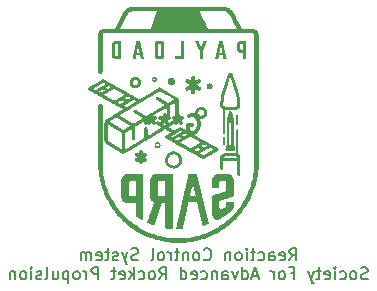
<source format=gbr>
%TF.GenerationSoftware,KiCad,Pcbnew,8.0.1*%
%TF.CreationDate,2024-07-28T14:25:14-07:00*%
%TF.ProjectId,RCS_Hardware,5243535f-4861-4726-9477-6172652e6b69,rev?*%
%TF.SameCoordinates,Original*%
%TF.FileFunction,Legend,Bot*%
%TF.FilePolarity,Positive*%
%FSLAX46Y46*%
G04 Gerber Fmt 4.6, Leading zero omitted, Abs format (unit mm)*
G04 Created by KiCad (PCBNEW 8.0.1) date 2024-07-28 14:25:14*
%MOMM*%
%LPD*%
G01*
G04 APERTURE LIST*
%ADD10C,0.150000*%
%ADD11C,0.300000*%
%ADD12C,0.000000*%
G04 APERTURE END LIST*
D10*
X127927620Y-118909875D02*
X128260953Y-118433684D01*
X128499048Y-118909875D02*
X128499048Y-117909875D01*
X128499048Y-117909875D02*
X128118096Y-117909875D01*
X128118096Y-117909875D02*
X128022858Y-117957494D01*
X128022858Y-117957494D02*
X127975239Y-118005113D01*
X127975239Y-118005113D02*
X127927620Y-118100351D01*
X127927620Y-118100351D02*
X127927620Y-118243208D01*
X127927620Y-118243208D02*
X127975239Y-118338446D01*
X127975239Y-118338446D02*
X128022858Y-118386065D01*
X128022858Y-118386065D02*
X128118096Y-118433684D01*
X128118096Y-118433684D02*
X128499048Y-118433684D01*
X127118096Y-118862256D02*
X127213334Y-118909875D01*
X127213334Y-118909875D02*
X127403810Y-118909875D01*
X127403810Y-118909875D02*
X127499048Y-118862256D01*
X127499048Y-118862256D02*
X127546667Y-118767017D01*
X127546667Y-118767017D02*
X127546667Y-118386065D01*
X127546667Y-118386065D02*
X127499048Y-118290827D01*
X127499048Y-118290827D02*
X127403810Y-118243208D01*
X127403810Y-118243208D02*
X127213334Y-118243208D01*
X127213334Y-118243208D02*
X127118096Y-118290827D01*
X127118096Y-118290827D02*
X127070477Y-118386065D01*
X127070477Y-118386065D02*
X127070477Y-118481303D01*
X127070477Y-118481303D02*
X127546667Y-118576541D01*
X126213334Y-118909875D02*
X126213334Y-118386065D01*
X126213334Y-118386065D02*
X126260953Y-118290827D01*
X126260953Y-118290827D02*
X126356191Y-118243208D01*
X126356191Y-118243208D02*
X126546667Y-118243208D01*
X126546667Y-118243208D02*
X126641905Y-118290827D01*
X126213334Y-118862256D02*
X126308572Y-118909875D01*
X126308572Y-118909875D02*
X126546667Y-118909875D01*
X126546667Y-118909875D02*
X126641905Y-118862256D01*
X126641905Y-118862256D02*
X126689524Y-118767017D01*
X126689524Y-118767017D02*
X126689524Y-118671779D01*
X126689524Y-118671779D02*
X126641905Y-118576541D01*
X126641905Y-118576541D02*
X126546667Y-118528922D01*
X126546667Y-118528922D02*
X126308572Y-118528922D01*
X126308572Y-118528922D02*
X126213334Y-118481303D01*
X125308572Y-118862256D02*
X125403810Y-118909875D01*
X125403810Y-118909875D02*
X125594286Y-118909875D01*
X125594286Y-118909875D02*
X125689524Y-118862256D01*
X125689524Y-118862256D02*
X125737143Y-118814636D01*
X125737143Y-118814636D02*
X125784762Y-118719398D01*
X125784762Y-118719398D02*
X125784762Y-118433684D01*
X125784762Y-118433684D02*
X125737143Y-118338446D01*
X125737143Y-118338446D02*
X125689524Y-118290827D01*
X125689524Y-118290827D02*
X125594286Y-118243208D01*
X125594286Y-118243208D02*
X125403810Y-118243208D01*
X125403810Y-118243208D02*
X125308572Y-118290827D01*
X125022857Y-118243208D02*
X124641905Y-118243208D01*
X124880000Y-117909875D02*
X124880000Y-118767017D01*
X124880000Y-118767017D02*
X124832381Y-118862256D01*
X124832381Y-118862256D02*
X124737143Y-118909875D01*
X124737143Y-118909875D02*
X124641905Y-118909875D01*
X124308571Y-118909875D02*
X124308571Y-118243208D01*
X124308571Y-117909875D02*
X124356190Y-117957494D01*
X124356190Y-117957494D02*
X124308571Y-118005113D01*
X124308571Y-118005113D02*
X124260952Y-117957494D01*
X124260952Y-117957494D02*
X124308571Y-117909875D01*
X124308571Y-117909875D02*
X124308571Y-118005113D01*
X123689524Y-118909875D02*
X123784762Y-118862256D01*
X123784762Y-118862256D02*
X123832381Y-118814636D01*
X123832381Y-118814636D02*
X123880000Y-118719398D01*
X123880000Y-118719398D02*
X123880000Y-118433684D01*
X123880000Y-118433684D02*
X123832381Y-118338446D01*
X123832381Y-118338446D02*
X123784762Y-118290827D01*
X123784762Y-118290827D02*
X123689524Y-118243208D01*
X123689524Y-118243208D02*
X123546667Y-118243208D01*
X123546667Y-118243208D02*
X123451429Y-118290827D01*
X123451429Y-118290827D02*
X123403810Y-118338446D01*
X123403810Y-118338446D02*
X123356191Y-118433684D01*
X123356191Y-118433684D02*
X123356191Y-118719398D01*
X123356191Y-118719398D02*
X123403810Y-118814636D01*
X123403810Y-118814636D02*
X123451429Y-118862256D01*
X123451429Y-118862256D02*
X123546667Y-118909875D01*
X123546667Y-118909875D02*
X123689524Y-118909875D01*
X122927619Y-118243208D02*
X122927619Y-118909875D01*
X122927619Y-118338446D02*
X122880000Y-118290827D01*
X122880000Y-118290827D02*
X122784762Y-118243208D01*
X122784762Y-118243208D02*
X122641905Y-118243208D01*
X122641905Y-118243208D02*
X122546667Y-118290827D01*
X122546667Y-118290827D02*
X122499048Y-118386065D01*
X122499048Y-118386065D02*
X122499048Y-118909875D01*
X120689524Y-118814636D02*
X120737143Y-118862256D01*
X120737143Y-118862256D02*
X120880000Y-118909875D01*
X120880000Y-118909875D02*
X120975238Y-118909875D01*
X120975238Y-118909875D02*
X121118095Y-118862256D01*
X121118095Y-118862256D02*
X121213333Y-118767017D01*
X121213333Y-118767017D02*
X121260952Y-118671779D01*
X121260952Y-118671779D02*
X121308571Y-118481303D01*
X121308571Y-118481303D02*
X121308571Y-118338446D01*
X121308571Y-118338446D02*
X121260952Y-118147970D01*
X121260952Y-118147970D02*
X121213333Y-118052732D01*
X121213333Y-118052732D02*
X121118095Y-117957494D01*
X121118095Y-117957494D02*
X120975238Y-117909875D01*
X120975238Y-117909875D02*
X120880000Y-117909875D01*
X120880000Y-117909875D02*
X120737143Y-117957494D01*
X120737143Y-117957494D02*
X120689524Y-118005113D01*
X120118095Y-118909875D02*
X120213333Y-118862256D01*
X120213333Y-118862256D02*
X120260952Y-118814636D01*
X120260952Y-118814636D02*
X120308571Y-118719398D01*
X120308571Y-118719398D02*
X120308571Y-118433684D01*
X120308571Y-118433684D02*
X120260952Y-118338446D01*
X120260952Y-118338446D02*
X120213333Y-118290827D01*
X120213333Y-118290827D02*
X120118095Y-118243208D01*
X120118095Y-118243208D02*
X119975238Y-118243208D01*
X119975238Y-118243208D02*
X119880000Y-118290827D01*
X119880000Y-118290827D02*
X119832381Y-118338446D01*
X119832381Y-118338446D02*
X119784762Y-118433684D01*
X119784762Y-118433684D02*
X119784762Y-118719398D01*
X119784762Y-118719398D02*
X119832381Y-118814636D01*
X119832381Y-118814636D02*
X119880000Y-118862256D01*
X119880000Y-118862256D02*
X119975238Y-118909875D01*
X119975238Y-118909875D02*
X120118095Y-118909875D01*
X119356190Y-118243208D02*
X119356190Y-118909875D01*
X119356190Y-118338446D02*
X119308571Y-118290827D01*
X119308571Y-118290827D02*
X119213333Y-118243208D01*
X119213333Y-118243208D02*
X119070476Y-118243208D01*
X119070476Y-118243208D02*
X118975238Y-118290827D01*
X118975238Y-118290827D02*
X118927619Y-118386065D01*
X118927619Y-118386065D02*
X118927619Y-118909875D01*
X118594285Y-118243208D02*
X118213333Y-118243208D01*
X118451428Y-117909875D02*
X118451428Y-118767017D01*
X118451428Y-118767017D02*
X118403809Y-118862256D01*
X118403809Y-118862256D02*
X118308571Y-118909875D01*
X118308571Y-118909875D02*
X118213333Y-118909875D01*
X117879999Y-118909875D02*
X117879999Y-118243208D01*
X117879999Y-118433684D02*
X117832380Y-118338446D01*
X117832380Y-118338446D02*
X117784761Y-118290827D01*
X117784761Y-118290827D02*
X117689523Y-118243208D01*
X117689523Y-118243208D02*
X117594285Y-118243208D01*
X117118094Y-118909875D02*
X117213332Y-118862256D01*
X117213332Y-118862256D02*
X117260951Y-118814636D01*
X117260951Y-118814636D02*
X117308570Y-118719398D01*
X117308570Y-118719398D02*
X117308570Y-118433684D01*
X117308570Y-118433684D02*
X117260951Y-118338446D01*
X117260951Y-118338446D02*
X117213332Y-118290827D01*
X117213332Y-118290827D02*
X117118094Y-118243208D01*
X117118094Y-118243208D02*
X116975237Y-118243208D01*
X116975237Y-118243208D02*
X116879999Y-118290827D01*
X116879999Y-118290827D02*
X116832380Y-118338446D01*
X116832380Y-118338446D02*
X116784761Y-118433684D01*
X116784761Y-118433684D02*
X116784761Y-118719398D01*
X116784761Y-118719398D02*
X116832380Y-118814636D01*
X116832380Y-118814636D02*
X116879999Y-118862256D01*
X116879999Y-118862256D02*
X116975237Y-118909875D01*
X116975237Y-118909875D02*
X117118094Y-118909875D01*
X116213332Y-118909875D02*
X116308570Y-118862256D01*
X116308570Y-118862256D02*
X116356189Y-118767017D01*
X116356189Y-118767017D02*
X116356189Y-117909875D01*
X115118093Y-118862256D02*
X114975236Y-118909875D01*
X114975236Y-118909875D02*
X114737141Y-118909875D01*
X114737141Y-118909875D02*
X114641903Y-118862256D01*
X114641903Y-118862256D02*
X114594284Y-118814636D01*
X114594284Y-118814636D02*
X114546665Y-118719398D01*
X114546665Y-118719398D02*
X114546665Y-118624160D01*
X114546665Y-118624160D02*
X114594284Y-118528922D01*
X114594284Y-118528922D02*
X114641903Y-118481303D01*
X114641903Y-118481303D02*
X114737141Y-118433684D01*
X114737141Y-118433684D02*
X114927617Y-118386065D01*
X114927617Y-118386065D02*
X115022855Y-118338446D01*
X115022855Y-118338446D02*
X115070474Y-118290827D01*
X115070474Y-118290827D02*
X115118093Y-118195589D01*
X115118093Y-118195589D02*
X115118093Y-118100351D01*
X115118093Y-118100351D02*
X115070474Y-118005113D01*
X115070474Y-118005113D02*
X115022855Y-117957494D01*
X115022855Y-117957494D02*
X114927617Y-117909875D01*
X114927617Y-117909875D02*
X114689522Y-117909875D01*
X114689522Y-117909875D02*
X114546665Y-117957494D01*
X114213331Y-118243208D02*
X113975236Y-118909875D01*
X113737141Y-118243208D02*
X113975236Y-118909875D01*
X113975236Y-118909875D02*
X114070474Y-119147970D01*
X114070474Y-119147970D02*
X114118093Y-119195589D01*
X114118093Y-119195589D02*
X114213331Y-119243208D01*
X113403807Y-118862256D02*
X113308569Y-118909875D01*
X113308569Y-118909875D02*
X113118093Y-118909875D01*
X113118093Y-118909875D02*
X113022855Y-118862256D01*
X113022855Y-118862256D02*
X112975236Y-118767017D01*
X112975236Y-118767017D02*
X112975236Y-118719398D01*
X112975236Y-118719398D02*
X113022855Y-118624160D01*
X113022855Y-118624160D02*
X113118093Y-118576541D01*
X113118093Y-118576541D02*
X113260950Y-118576541D01*
X113260950Y-118576541D02*
X113356188Y-118528922D01*
X113356188Y-118528922D02*
X113403807Y-118433684D01*
X113403807Y-118433684D02*
X113403807Y-118386065D01*
X113403807Y-118386065D02*
X113356188Y-118290827D01*
X113356188Y-118290827D02*
X113260950Y-118243208D01*
X113260950Y-118243208D02*
X113118093Y-118243208D01*
X113118093Y-118243208D02*
X113022855Y-118290827D01*
X112689521Y-118243208D02*
X112308569Y-118243208D01*
X112546664Y-117909875D02*
X112546664Y-118767017D01*
X112546664Y-118767017D02*
X112499045Y-118862256D01*
X112499045Y-118862256D02*
X112403807Y-118909875D01*
X112403807Y-118909875D02*
X112308569Y-118909875D01*
X111594283Y-118862256D02*
X111689521Y-118909875D01*
X111689521Y-118909875D02*
X111879997Y-118909875D01*
X111879997Y-118909875D02*
X111975235Y-118862256D01*
X111975235Y-118862256D02*
X112022854Y-118767017D01*
X112022854Y-118767017D02*
X112022854Y-118386065D01*
X112022854Y-118386065D02*
X111975235Y-118290827D01*
X111975235Y-118290827D02*
X111879997Y-118243208D01*
X111879997Y-118243208D02*
X111689521Y-118243208D01*
X111689521Y-118243208D02*
X111594283Y-118290827D01*
X111594283Y-118290827D02*
X111546664Y-118386065D01*
X111546664Y-118386065D02*
X111546664Y-118481303D01*
X111546664Y-118481303D02*
X112022854Y-118576541D01*
X111118092Y-118909875D02*
X111118092Y-118243208D01*
X111118092Y-118338446D02*
X111070473Y-118290827D01*
X111070473Y-118290827D02*
X110975235Y-118243208D01*
X110975235Y-118243208D02*
X110832378Y-118243208D01*
X110832378Y-118243208D02*
X110737140Y-118290827D01*
X110737140Y-118290827D02*
X110689521Y-118386065D01*
X110689521Y-118386065D02*
X110689521Y-118909875D01*
X110689521Y-118386065D02*
X110641902Y-118290827D01*
X110641902Y-118290827D02*
X110546664Y-118243208D01*
X110546664Y-118243208D02*
X110403807Y-118243208D01*
X110403807Y-118243208D02*
X110308568Y-118290827D01*
X110308568Y-118290827D02*
X110260949Y-118386065D01*
X110260949Y-118386065D02*
X110260949Y-118909875D01*
X134546668Y-120472200D02*
X134403811Y-120519819D01*
X134403811Y-120519819D02*
X134165716Y-120519819D01*
X134165716Y-120519819D02*
X134070478Y-120472200D01*
X134070478Y-120472200D02*
X134022859Y-120424580D01*
X134022859Y-120424580D02*
X133975240Y-120329342D01*
X133975240Y-120329342D02*
X133975240Y-120234104D01*
X133975240Y-120234104D02*
X134022859Y-120138866D01*
X134022859Y-120138866D02*
X134070478Y-120091247D01*
X134070478Y-120091247D02*
X134165716Y-120043628D01*
X134165716Y-120043628D02*
X134356192Y-119996009D01*
X134356192Y-119996009D02*
X134451430Y-119948390D01*
X134451430Y-119948390D02*
X134499049Y-119900771D01*
X134499049Y-119900771D02*
X134546668Y-119805533D01*
X134546668Y-119805533D02*
X134546668Y-119710295D01*
X134546668Y-119710295D02*
X134499049Y-119615057D01*
X134499049Y-119615057D02*
X134451430Y-119567438D01*
X134451430Y-119567438D02*
X134356192Y-119519819D01*
X134356192Y-119519819D02*
X134118097Y-119519819D01*
X134118097Y-119519819D02*
X133975240Y-119567438D01*
X133403811Y-120519819D02*
X133499049Y-120472200D01*
X133499049Y-120472200D02*
X133546668Y-120424580D01*
X133546668Y-120424580D02*
X133594287Y-120329342D01*
X133594287Y-120329342D02*
X133594287Y-120043628D01*
X133594287Y-120043628D02*
X133546668Y-119948390D01*
X133546668Y-119948390D02*
X133499049Y-119900771D01*
X133499049Y-119900771D02*
X133403811Y-119853152D01*
X133403811Y-119853152D02*
X133260954Y-119853152D01*
X133260954Y-119853152D02*
X133165716Y-119900771D01*
X133165716Y-119900771D02*
X133118097Y-119948390D01*
X133118097Y-119948390D02*
X133070478Y-120043628D01*
X133070478Y-120043628D02*
X133070478Y-120329342D01*
X133070478Y-120329342D02*
X133118097Y-120424580D01*
X133118097Y-120424580D02*
X133165716Y-120472200D01*
X133165716Y-120472200D02*
X133260954Y-120519819D01*
X133260954Y-120519819D02*
X133403811Y-120519819D01*
X132213335Y-120472200D02*
X132308573Y-120519819D01*
X132308573Y-120519819D02*
X132499049Y-120519819D01*
X132499049Y-120519819D02*
X132594287Y-120472200D01*
X132594287Y-120472200D02*
X132641906Y-120424580D01*
X132641906Y-120424580D02*
X132689525Y-120329342D01*
X132689525Y-120329342D02*
X132689525Y-120043628D01*
X132689525Y-120043628D02*
X132641906Y-119948390D01*
X132641906Y-119948390D02*
X132594287Y-119900771D01*
X132594287Y-119900771D02*
X132499049Y-119853152D01*
X132499049Y-119853152D02*
X132308573Y-119853152D01*
X132308573Y-119853152D02*
X132213335Y-119900771D01*
X131784763Y-120519819D02*
X131784763Y-119853152D01*
X131784763Y-119519819D02*
X131832382Y-119567438D01*
X131832382Y-119567438D02*
X131784763Y-119615057D01*
X131784763Y-119615057D02*
X131737144Y-119567438D01*
X131737144Y-119567438D02*
X131784763Y-119519819D01*
X131784763Y-119519819D02*
X131784763Y-119615057D01*
X130927621Y-120472200D02*
X131022859Y-120519819D01*
X131022859Y-120519819D02*
X131213335Y-120519819D01*
X131213335Y-120519819D02*
X131308573Y-120472200D01*
X131308573Y-120472200D02*
X131356192Y-120376961D01*
X131356192Y-120376961D02*
X131356192Y-119996009D01*
X131356192Y-119996009D02*
X131308573Y-119900771D01*
X131308573Y-119900771D02*
X131213335Y-119853152D01*
X131213335Y-119853152D02*
X131022859Y-119853152D01*
X131022859Y-119853152D02*
X130927621Y-119900771D01*
X130927621Y-119900771D02*
X130880002Y-119996009D01*
X130880002Y-119996009D02*
X130880002Y-120091247D01*
X130880002Y-120091247D02*
X131356192Y-120186485D01*
X130594287Y-119853152D02*
X130213335Y-119853152D01*
X130451430Y-119519819D02*
X130451430Y-120376961D01*
X130451430Y-120376961D02*
X130403811Y-120472200D01*
X130403811Y-120472200D02*
X130308573Y-120519819D01*
X130308573Y-120519819D02*
X130213335Y-120519819D01*
X129975239Y-119853152D02*
X129737144Y-120519819D01*
X129499049Y-119853152D02*
X129737144Y-120519819D01*
X129737144Y-120519819D02*
X129832382Y-120757914D01*
X129832382Y-120757914D02*
X129880001Y-120805533D01*
X129880001Y-120805533D02*
X129975239Y-120853152D01*
X128022858Y-119996009D02*
X128356191Y-119996009D01*
X128356191Y-120519819D02*
X128356191Y-119519819D01*
X128356191Y-119519819D02*
X127880001Y-119519819D01*
X127356191Y-120519819D02*
X127451429Y-120472200D01*
X127451429Y-120472200D02*
X127499048Y-120424580D01*
X127499048Y-120424580D02*
X127546667Y-120329342D01*
X127546667Y-120329342D02*
X127546667Y-120043628D01*
X127546667Y-120043628D02*
X127499048Y-119948390D01*
X127499048Y-119948390D02*
X127451429Y-119900771D01*
X127451429Y-119900771D02*
X127356191Y-119853152D01*
X127356191Y-119853152D02*
X127213334Y-119853152D01*
X127213334Y-119853152D02*
X127118096Y-119900771D01*
X127118096Y-119900771D02*
X127070477Y-119948390D01*
X127070477Y-119948390D02*
X127022858Y-120043628D01*
X127022858Y-120043628D02*
X127022858Y-120329342D01*
X127022858Y-120329342D02*
X127070477Y-120424580D01*
X127070477Y-120424580D02*
X127118096Y-120472200D01*
X127118096Y-120472200D02*
X127213334Y-120519819D01*
X127213334Y-120519819D02*
X127356191Y-120519819D01*
X126594286Y-120519819D02*
X126594286Y-119853152D01*
X126594286Y-120043628D02*
X126546667Y-119948390D01*
X126546667Y-119948390D02*
X126499048Y-119900771D01*
X126499048Y-119900771D02*
X126403810Y-119853152D01*
X126403810Y-119853152D02*
X126308572Y-119853152D01*
X125260952Y-120234104D02*
X124784762Y-120234104D01*
X125356190Y-120519819D02*
X125022857Y-119519819D01*
X125022857Y-119519819D02*
X124689524Y-120519819D01*
X123927619Y-120519819D02*
X123927619Y-119519819D01*
X123927619Y-120472200D02*
X124022857Y-120519819D01*
X124022857Y-120519819D02*
X124213333Y-120519819D01*
X124213333Y-120519819D02*
X124308571Y-120472200D01*
X124308571Y-120472200D02*
X124356190Y-120424580D01*
X124356190Y-120424580D02*
X124403809Y-120329342D01*
X124403809Y-120329342D02*
X124403809Y-120043628D01*
X124403809Y-120043628D02*
X124356190Y-119948390D01*
X124356190Y-119948390D02*
X124308571Y-119900771D01*
X124308571Y-119900771D02*
X124213333Y-119853152D01*
X124213333Y-119853152D02*
X124022857Y-119853152D01*
X124022857Y-119853152D02*
X123927619Y-119900771D01*
X123546666Y-119853152D02*
X123308571Y-120519819D01*
X123308571Y-120519819D02*
X123070476Y-119853152D01*
X122260952Y-120519819D02*
X122260952Y-119996009D01*
X122260952Y-119996009D02*
X122308571Y-119900771D01*
X122308571Y-119900771D02*
X122403809Y-119853152D01*
X122403809Y-119853152D02*
X122594285Y-119853152D01*
X122594285Y-119853152D02*
X122689523Y-119900771D01*
X122260952Y-120472200D02*
X122356190Y-120519819D01*
X122356190Y-120519819D02*
X122594285Y-120519819D01*
X122594285Y-120519819D02*
X122689523Y-120472200D01*
X122689523Y-120472200D02*
X122737142Y-120376961D01*
X122737142Y-120376961D02*
X122737142Y-120281723D01*
X122737142Y-120281723D02*
X122689523Y-120186485D01*
X122689523Y-120186485D02*
X122594285Y-120138866D01*
X122594285Y-120138866D02*
X122356190Y-120138866D01*
X122356190Y-120138866D02*
X122260952Y-120091247D01*
X121784761Y-119853152D02*
X121784761Y-120519819D01*
X121784761Y-119948390D02*
X121737142Y-119900771D01*
X121737142Y-119900771D02*
X121641904Y-119853152D01*
X121641904Y-119853152D02*
X121499047Y-119853152D01*
X121499047Y-119853152D02*
X121403809Y-119900771D01*
X121403809Y-119900771D02*
X121356190Y-119996009D01*
X121356190Y-119996009D02*
X121356190Y-120519819D01*
X120451428Y-120472200D02*
X120546666Y-120519819D01*
X120546666Y-120519819D02*
X120737142Y-120519819D01*
X120737142Y-120519819D02*
X120832380Y-120472200D01*
X120832380Y-120472200D02*
X120879999Y-120424580D01*
X120879999Y-120424580D02*
X120927618Y-120329342D01*
X120927618Y-120329342D02*
X120927618Y-120043628D01*
X120927618Y-120043628D02*
X120879999Y-119948390D01*
X120879999Y-119948390D02*
X120832380Y-119900771D01*
X120832380Y-119900771D02*
X120737142Y-119853152D01*
X120737142Y-119853152D02*
X120546666Y-119853152D01*
X120546666Y-119853152D02*
X120451428Y-119900771D01*
X119641904Y-120472200D02*
X119737142Y-120519819D01*
X119737142Y-120519819D02*
X119927618Y-120519819D01*
X119927618Y-120519819D02*
X120022856Y-120472200D01*
X120022856Y-120472200D02*
X120070475Y-120376961D01*
X120070475Y-120376961D02*
X120070475Y-119996009D01*
X120070475Y-119996009D02*
X120022856Y-119900771D01*
X120022856Y-119900771D02*
X119927618Y-119853152D01*
X119927618Y-119853152D02*
X119737142Y-119853152D01*
X119737142Y-119853152D02*
X119641904Y-119900771D01*
X119641904Y-119900771D02*
X119594285Y-119996009D01*
X119594285Y-119996009D02*
X119594285Y-120091247D01*
X119594285Y-120091247D02*
X120070475Y-120186485D01*
X118737142Y-120519819D02*
X118737142Y-119519819D01*
X118737142Y-120472200D02*
X118832380Y-120519819D01*
X118832380Y-120519819D02*
X119022856Y-120519819D01*
X119022856Y-120519819D02*
X119118094Y-120472200D01*
X119118094Y-120472200D02*
X119165713Y-120424580D01*
X119165713Y-120424580D02*
X119213332Y-120329342D01*
X119213332Y-120329342D02*
X119213332Y-120043628D01*
X119213332Y-120043628D02*
X119165713Y-119948390D01*
X119165713Y-119948390D02*
X119118094Y-119900771D01*
X119118094Y-119900771D02*
X119022856Y-119853152D01*
X119022856Y-119853152D02*
X118832380Y-119853152D01*
X118832380Y-119853152D02*
X118737142Y-119900771D01*
X116927618Y-120519819D02*
X117260951Y-120043628D01*
X117499046Y-120519819D02*
X117499046Y-119519819D01*
X117499046Y-119519819D02*
X117118094Y-119519819D01*
X117118094Y-119519819D02*
X117022856Y-119567438D01*
X117022856Y-119567438D02*
X116975237Y-119615057D01*
X116975237Y-119615057D02*
X116927618Y-119710295D01*
X116927618Y-119710295D02*
X116927618Y-119853152D01*
X116927618Y-119853152D02*
X116975237Y-119948390D01*
X116975237Y-119948390D02*
X117022856Y-119996009D01*
X117022856Y-119996009D02*
X117118094Y-120043628D01*
X117118094Y-120043628D02*
X117499046Y-120043628D01*
X116356189Y-120519819D02*
X116451427Y-120472200D01*
X116451427Y-120472200D02*
X116499046Y-120424580D01*
X116499046Y-120424580D02*
X116546665Y-120329342D01*
X116546665Y-120329342D02*
X116546665Y-120043628D01*
X116546665Y-120043628D02*
X116499046Y-119948390D01*
X116499046Y-119948390D02*
X116451427Y-119900771D01*
X116451427Y-119900771D02*
X116356189Y-119853152D01*
X116356189Y-119853152D02*
X116213332Y-119853152D01*
X116213332Y-119853152D02*
X116118094Y-119900771D01*
X116118094Y-119900771D02*
X116070475Y-119948390D01*
X116070475Y-119948390D02*
X116022856Y-120043628D01*
X116022856Y-120043628D02*
X116022856Y-120329342D01*
X116022856Y-120329342D02*
X116070475Y-120424580D01*
X116070475Y-120424580D02*
X116118094Y-120472200D01*
X116118094Y-120472200D02*
X116213332Y-120519819D01*
X116213332Y-120519819D02*
X116356189Y-120519819D01*
X115165713Y-120472200D02*
X115260951Y-120519819D01*
X115260951Y-120519819D02*
X115451427Y-120519819D01*
X115451427Y-120519819D02*
X115546665Y-120472200D01*
X115546665Y-120472200D02*
X115594284Y-120424580D01*
X115594284Y-120424580D02*
X115641903Y-120329342D01*
X115641903Y-120329342D02*
X115641903Y-120043628D01*
X115641903Y-120043628D02*
X115594284Y-119948390D01*
X115594284Y-119948390D02*
X115546665Y-119900771D01*
X115546665Y-119900771D02*
X115451427Y-119853152D01*
X115451427Y-119853152D02*
X115260951Y-119853152D01*
X115260951Y-119853152D02*
X115165713Y-119900771D01*
X114737141Y-120519819D02*
X114737141Y-119519819D01*
X114641903Y-120138866D02*
X114356189Y-120519819D01*
X114356189Y-119853152D02*
X114737141Y-120234104D01*
X113546665Y-120472200D02*
X113641903Y-120519819D01*
X113641903Y-120519819D02*
X113832379Y-120519819D01*
X113832379Y-120519819D02*
X113927617Y-120472200D01*
X113927617Y-120472200D02*
X113975236Y-120376961D01*
X113975236Y-120376961D02*
X113975236Y-119996009D01*
X113975236Y-119996009D02*
X113927617Y-119900771D01*
X113927617Y-119900771D02*
X113832379Y-119853152D01*
X113832379Y-119853152D02*
X113641903Y-119853152D01*
X113641903Y-119853152D02*
X113546665Y-119900771D01*
X113546665Y-119900771D02*
X113499046Y-119996009D01*
X113499046Y-119996009D02*
X113499046Y-120091247D01*
X113499046Y-120091247D02*
X113975236Y-120186485D01*
X113213331Y-119853152D02*
X112832379Y-119853152D01*
X113070474Y-119519819D02*
X113070474Y-120376961D01*
X113070474Y-120376961D02*
X113022855Y-120472200D01*
X113022855Y-120472200D02*
X112927617Y-120519819D01*
X112927617Y-120519819D02*
X112832379Y-120519819D01*
X111737140Y-120519819D02*
X111737140Y-119519819D01*
X111737140Y-119519819D02*
X111356188Y-119519819D01*
X111356188Y-119519819D02*
X111260950Y-119567438D01*
X111260950Y-119567438D02*
X111213331Y-119615057D01*
X111213331Y-119615057D02*
X111165712Y-119710295D01*
X111165712Y-119710295D02*
X111165712Y-119853152D01*
X111165712Y-119853152D02*
X111213331Y-119948390D01*
X111213331Y-119948390D02*
X111260950Y-119996009D01*
X111260950Y-119996009D02*
X111356188Y-120043628D01*
X111356188Y-120043628D02*
X111737140Y-120043628D01*
X110737140Y-120519819D02*
X110737140Y-119853152D01*
X110737140Y-120043628D02*
X110689521Y-119948390D01*
X110689521Y-119948390D02*
X110641902Y-119900771D01*
X110641902Y-119900771D02*
X110546664Y-119853152D01*
X110546664Y-119853152D02*
X110451426Y-119853152D01*
X109975235Y-120519819D02*
X110070473Y-120472200D01*
X110070473Y-120472200D02*
X110118092Y-120424580D01*
X110118092Y-120424580D02*
X110165711Y-120329342D01*
X110165711Y-120329342D02*
X110165711Y-120043628D01*
X110165711Y-120043628D02*
X110118092Y-119948390D01*
X110118092Y-119948390D02*
X110070473Y-119900771D01*
X110070473Y-119900771D02*
X109975235Y-119853152D01*
X109975235Y-119853152D02*
X109832378Y-119853152D01*
X109832378Y-119853152D02*
X109737140Y-119900771D01*
X109737140Y-119900771D02*
X109689521Y-119948390D01*
X109689521Y-119948390D02*
X109641902Y-120043628D01*
X109641902Y-120043628D02*
X109641902Y-120329342D01*
X109641902Y-120329342D02*
X109689521Y-120424580D01*
X109689521Y-120424580D02*
X109737140Y-120472200D01*
X109737140Y-120472200D02*
X109832378Y-120519819D01*
X109832378Y-120519819D02*
X109975235Y-120519819D01*
X109213330Y-119853152D02*
X109213330Y-120853152D01*
X109213330Y-119900771D02*
X109118092Y-119853152D01*
X109118092Y-119853152D02*
X108927616Y-119853152D01*
X108927616Y-119853152D02*
X108832378Y-119900771D01*
X108832378Y-119900771D02*
X108784759Y-119948390D01*
X108784759Y-119948390D02*
X108737140Y-120043628D01*
X108737140Y-120043628D02*
X108737140Y-120329342D01*
X108737140Y-120329342D02*
X108784759Y-120424580D01*
X108784759Y-120424580D02*
X108832378Y-120472200D01*
X108832378Y-120472200D02*
X108927616Y-120519819D01*
X108927616Y-120519819D02*
X109118092Y-120519819D01*
X109118092Y-120519819D02*
X109213330Y-120472200D01*
X107879997Y-119853152D02*
X107879997Y-120519819D01*
X108308568Y-119853152D02*
X108308568Y-120376961D01*
X108308568Y-120376961D02*
X108260949Y-120472200D01*
X108260949Y-120472200D02*
X108165711Y-120519819D01*
X108165711Y-120519819D02*
X108022854Y-120519819D01*
X108022854Y-120519819D02*
X107927616Y-120472200D01*
X107927616Y-120472200D02*
X107879997Y-120424580D01*
X107260949Y-120519819D02*
X107356187Y-120472200D01*
X107356187Y-120472200D02*
X107403806Y-120376961D01*
X107403806Y-120376961D02*
X107403806Y-119519819D01*
X106927615Y-120472200D02*
X106832377Y-120519819D01*
X106832377Y-120519819D02*
X106641901Y-120519819D01*
X106641901Y-120519819D02*
X106546663Y-120472200D01*
X106546663Y-120472200D02*
X106499044Y-120376961D01*
X106499044Y-120376961D02*
X106499044Y-120329342D01*
X106499044Y-120329342D02*
X106546663Y-120234104D01*
X106546663Y-120234104D02*
X106641901Y-120186485D01*
X106641901Y-120186485D02*
X106784758Y-120186485D01*
X106784758Y-120186485D02*
X106879996Y-120138866D01*
X106879996Y-120138866D02*
X106927615Y-120043628D01*
X106927615Y-120043628D02*
X106927615Y-119996009D01*
X106927615Y-119996009D02*
X106879996Y-119900771D01*
X106879996Y-119900771D02*
X106784758Y-119853152D01*
X106784758Y-119853152D02*
X106641901Y-119853152D01*
X106641901Y-119853152D02*
X106546663Y-119900771D01*
X106070472Y-120519819D02*
X106070472Y-119853152D01*
X106070472Y-119519819D02*
X106118091Y-119567438D01*
X106118091Y-119567438D02*
X106070472Y-119615057D01*
X106070472Y-119615057D02*
X106022853Y-119567438D01*
X106022853Y-119567438D02*
X106070472Y-119519819D01*
X106070472Y-119519819D02*
X106070472Y-119615057D01*
X105451425Y-120519819D02*
X105546663Y-120472200D01*
X105546663Y-120472200D02*
X105594282Y-120424580D01*
X105594282Y-120424580D02*
X105641901Y-120329342D01*
X105641901Y-120329342D02*
X105641901Y-120043628D01*
X105641901Y-120043628D02*
X105594282Y-119948390D01*
X105594282Y-119948390D02*
X105546663Y-119900771D01*
X105546663Y-119900771D02*
X105451425Y-119853152D01*
X105451425Y-119853152D02*
X105308568Y-119853152D01*
X105308568Y-119853152D02*
X105213330Y-119900771D01*
X105213330Y-119900771D02*
X105165711Y-119948390D01*
X105165711Y-119948390D02*
X105118092Y-120043628D01*
X105118092Y-120043628D02*
X105118092Y-120329342D01*
X105118092Y-120329342D02*
X105165711Y-120424580D01*
X105165711Y-120424580D02*
X105213330Y-120472200D01*
X105213330Y-120472200D02*
X105308568Y-120519819D01*
X105308568Y-120519819D02*
X105451425Y-120519819D01*
X104689520Y-119853152D02*
X104689520Y-120519819D01*
X104689520Y-119948390D02*
X104641901Y-119900771D01*
X104641901Y-119900771D02*
X104546663Y-119853152D01*
X104546663Y-119853152D02*
X104403806Y-119853152D01*
X104403806Y-119853152D02*
X104308568Y-119900771D01*
X104308568Y-119900771D02*
X104260949Y-119996009D01*
X104260949Y-119996009D02*
X104260949Y-120519819D01*
D11*
X119431427Y-106691757D02*
X119574285Y-106620328D01*
X119574285Y-106620328D02*
X119788570Y-106620328D01*
X119788570Y-106620328D02*
X120002856Y-106691757D01*
X120002856Y-106691757D02*
X120145713Y-106834614D01*
X120145713Y-106834614D02*
X120217142Y-106977471D01*
X120217142Y-106977471D02*
X120288570Y-107263185D01*
X120288570Y-107263185D02*
X120288570Y-107477471D01*
X120288570Y-107477471D02*
X120217142Y-107763185D01*
X120217142Y-107763185D02*
X120145713Y-107906042D01*
X120145713Y-107906042D02*
X120002856Y-108048900D01*
X120002856Y-108048900D02*
X119788570Y-108120328D01*
X119788570Y-108120328D02*
X119645713Y-108120328D01*
X119645713Y-108120328D02*
X119431427Y-108048900D01*
X119431427Y-108048900D02*
X119359999Y-107977471D01*
X119359999Y-107977471D02*
X119359999Y-107477471D01*
X119359999Y-107477471D02*
X119645713Y-107477471D01*
X118502856Y-106620328D02*
X118502856Y-106977471D01*
X118859999Y-106834614D02*
X118502856Y-106977471D01*
X118502856Y-106977471D02*
X118145713Y-106834614D01*
X118717142Y-107263185D02*
X118502856Y-106977471D01*
X118502856Y-106977471D02*
X118288570Y-107263185D01*
X117359999Y-106620328D02*
X117359999Y-106977471D01*
X117717142Y-106834614D02*
X117359999Y-106977471D01*
X117359999Y-106977471D02*
X117002856Y-106834614D01*
X117574285Y-107263185D02*
X117359999Y-106977471D01*
X117359999Y-106977471D02*
X117145713Y-107263185D01*
X116217142Y-106620328D02*
X116217142Y-106977471D01*
X116574285Y-106834614D02*
X116217142Y-106977471D01*
X116217142Y-106977471D02*
X115859999Y-106834614D01*
X116431428Y-107263185D02*
X116217142Y-106977471D01*
X116217142Y-106977471D02*
X116002856Y-107263185D01*
D12*
%TO.C,G\u002A\u002A\u002A*%
G36*
X123891083Y-99295029D02*
G01*
X124364874Y-99296717D01*
X124386417Y-99296793D01*
X124447814Y-99297007D01*
X124503592Y-99297203D01*
X124554052Y-99297390D01*
X124599496Y-99297580D01*
X124640229Y-99297782D01*
X124676551Y-99298006D01*
X124708765Y-99298263D01*
X124737175Y-99298562D01*
X124762082Y-99298914D01*
X124783790Y-99299329D01*
X124802600Y-99299817D01*
X124818815Y-99300389D01*
X124832738Y-99301053D01*
X124844671Y-99301821D01*
X124854916Y-99302703D01*
X124863777Y-99303708D01*
X124871556Y-99304847D01*
X124878555Y-99306130D01*
X124885077Y-99307567D01*
X124891424Y-99309168D01*
X124897898Y-99310944D01*
X124904804Y-99312904D01*
X124912442Y-99315059D01*
X124912546Y-99315088D01*
X124968319Y-99333616D01*
X125021143Y-99357165D01*
X125070761Y-99385437D01*
X125116918Y-99418131D01*
X125159357Y-99454950D01*
X125197822Y-99495595D01*
X125232056Y-99539766D01*
X125261804Y-99587165D01*
X125286809Y-99637492D01*
X125306815Y-99690450D01*
X125321566Y-99745739D01*
X125330806Y-99803061D01*
X125330916Y-99806439D01*
X125331037Y-99815825D01*
X125331156Y-99831015D01*
X125331272Y-99851895D01*
X125331387Y-99878348D01*
X125331499Y-99910258D01*
X125331608Y-99947512D01*
X125331716Y-99989992D01*
X125331821Y-100037584D01*
X125331923Y-100090173D01*
X125332024Y-100147642D01*
X125332122Y-100209876D01*
X125332218Y-100276760D01*
X125332311Y-100348179D01*
X125332403Y-100424017D01*
X125332491Y-100504158D01*
X125332578Y-100588487D01*
X125332662Y-100676889D01*
X125332744Y-100769248D01*
X125332824Y-100865448D01*
X125332901Y-100965375D01*
X125332976Y-101068913D01*
X125333048Y-101175946D01*
X125333119Y-101286359D01*
X125333186Y-101400037D01*
X125333252Y-101516863D01*
X125333315Y-101636723D01*
X125333376Y-101759502D01*
X125333435Y-101885082D01*
X125333491Y-102013351D01*
X125333545Y-102144191D01*
X125333596Y-102277487D01*
X125333645Y-102413124D01*
X125333692Y-102550987D01*
X125333736Y-102690959D01*
X125333779Y-102832926D01*
X125333818Y-102976773D01*
X125333856Y-103122382D01*
X125333891Y-103269640D01*
X125333923Y-103418431D01*
X125333953Y-103568639D01*
X125333981Y-103720149D01*
X125334007Y-103872846D01*
X125334029Y-104026613D01*
X125334050Y-104181336D01*
X125334068Y-104336899D01*
X125334084Y-104493186D01*
X125334097Y-104650083D01*
X125334109Y-104807473D01*
X125334118Y-104965242D01*
X125334124Y-105123273D01*
X125334128Y-105281452D01*
X125334130Y-105439662D01*
X125334129Y-105597790D01*
X125334126Y-105755718D01*
X125334120Y-105913332D01*
X125334112Y-106070515D01*
X125334102Y-106227154D01*
X125334089Y-106383132D01*
X125334074Y-106538333D01*
X125334056Y-106692643D01*
X125334036Y-106845946D01*
X125334015Y-106998126D01*
X125333990Y-107149068D01*
X125333963Y-107298657D01*
X125333933Y-107446777D01*
X125333901Y-107593312D01*
X125333867Y-107738148D01*
X125333830Y-107881168D01*
X125333791Y-108022258D01*
X125333749Y-108161301D01*
X125333705Y-108298183D01*
X125333658Y-108432788D01*
X125333609Y-108565000D01*
X125333557Y-108694705D01*
X125333503Y-108821786D01*
X125333447Y-108946128D01*
X125333388Y-109067616D01*
X125333327Y-109186134D01*
X125333263Y-109301567D01*
X125333197Y-109413799D01*
X125333128Y-109522715D01*
X125333057Y-109628200D01*
X125332984Y-109730137D01*
X125332908Y-109828412D01*
X125332829Y-109922910D01*
X125332749Y-110013514D01*
X125332665Y-110100109D01*
X125332579Y-110182580D01*
X125332491Y-110260811D01*
X125332400Y-110334687D01*
X125332307Y-110404093D01*
X125332211Y-110468913D01*
X125332113Y-110529031D01*
X125332013Y-110584332D01*
X125331910Y-110634701D01*
X125331804Y-110680022D01*
X125331696Y-110720179D01*
X125331585Y-110755058D01*
X125331472Y-110784543D01*
X125331357Y-110808518D01*
X125331239Y-110826869D01*
X125331118Y-110839478D01*
X125330995Y-110846232D01*
X125329944Y-110876565D01*
X125322831Y-111030300D01*
X125312824Y-111179987D01*
X125299827Y-111326712D01*
X125283748Y-111471558D01*
X125264493Y-111615610D01*
X125239262Y-111776752D01*
X125203751Y-111970813D01*
X125162932Y-112162576D01*
X125116715Y-112352344D01*
X125065011Y-112540420D01*
X125007731Y-112727107D01*
X124944786Y-112912708D01*
X124876087Y-113097527D01*
X124801545Y-113281867D01*
X124721071Y-113466030D01*
X124716946Y-113475095D01*
X124694742Y-113522833D01*
X124669987Y-113574516D01*
X124643187Y-113629160D01*
X124614845Y-113685781D01*
X124585470Y-113743393D01*
X124555564Y-113801014D01*
X124525635Y-113857658D01*
X124496187Y-113912341D01*
X124467726Y-113964080D01*
X124440758Y-114011889D01*
X124426748Y-114036245D01*
X124328273Y-114201107D01*
X124224700Y-114363888D01*
X124116416Y-114524042D01*
X124003811Y-114681025D01*
X123887275Y-114834293D01*
X123767196Y-114983299D01*
X123643963Y-115127500D01*
X123590669Y-115187336D01*
X123452295Y-115336458D01*
X123309899Y-115481161D01*
X123163572Y-115621370D01*
X123013402Y-115757009D01*
X122859479Y-115888005D01*
X122701892Y-116014284D01*
X122540730Y-116135769D01*
X122376082Y-116252388D01*
X122208038Y-116364066D01*
X122036686Y-116470727D01*
X122017849Y-116482025D01*
X121843223Y-116582887D01*
X121665802Y-116678455D01*
X121485732Y-116768665D01*
X121303159Y-116853455D01*
X121118232Y-116932761D01*
X120931096Y-117006519D01*
X120741898Y-117074667D01*
X120550787Y-117137141D01*
X120357907Y-117193878D01*
X120304570Y-117208475D01*
X120113344Y-117257044D01*
X119921393Y-117299901D01*
X119728447Y-117337086D01*
X119534237Y-117368640D01*
X119338492Y-117394606D01*
X119140943Y-117415022D01*
X118941320Y-117429931D01*
X118739353Y-117439373D01*
X118718159Y-117439922D01*
X118691610Y-117440355D01*
X118660805Y-117440665D01*
X118626536Y-117440858D01*
X118589593Y-117440937D01*
X118550766Y-117440908D01*
X118510846Y-117440775D01*
X118470624Y-117440543D01*
X118430891Y-117440215D01*
X118392436Y-117439798D01*
X118356050Y-117439295D01*
X118322524Y-117438711D01*
X118292649Y-117438050D01*
X118267215Y-117437317D01*
X118247012Y-117436518D01*
X118217005Y-117435041D01*
X118143873Y-117431096D01*
X118074902Y-117426829D01*
X118008753Y-117422133D01*
X117944089Y-117416903D01*
X117879574Y-117411033D01*
X117813869Y-117404418D01*
X117745637Y-117396953D01*
X117637430Y-117383773D01*
X117441717Y-117355283D01*
X117246434Y-117320887D01*
X117051854Y-117280663D01*
X116858253Y-117234685D01*
X116665907Y-117183030D01*
X116475089Y-117125773D01*
X116286075Y-117062990D01*
X116099140Y-116994757D01*
X115914559Y-116921150D01*
X115732608Y-116842244D01*
X115582329Y-116772156D01*
X115402004Y-116682029D01*
X115224588Y-116586673D01*
X115050189Y-116486166D01*
X114878913Y-116380590D01*
X114710868Y-116270026D01*
X114546160Y-116154552D01*
X114384896Y-116034249D01*
X114227184Y-115909199D01*
X114073130Y-115779480D01*
X113922842Y-115645173D01*
X113776426Y-115506358D01*
X113633989Y-115363116D01*
X113495638Y-115215527D01*
X113361480Y-115063671D01*
X113357112Y-115058570D01*
X113336730Y-115034609D01*
X113316037Y-115010041D01*
X113295505Y-114985443D01*
X113275603Y-114961388D01*
X113256801Y-114938453D01*
X113239569Y-114917214D01*
X113224376Y-114898245D01*
X113211693Y-114882122D01*
X113201990Y-114869420D01*
X113195737Y-114860716D01*
X113192120Y-114855566D01*
X113184867Y-114845636D01*
X113175071Y-114832472D01*
X113163360Y-114816912D01*
X113150363Y-114799792D01*
X113136708Y-114781952D01*
X113058058Y-114677514D01*
X112945457Y-114520275D01*
X112836911Y-114359328D01*
X112733007Y-114195547D01*
X112634326Y-114029807D01*
X112629455Y-114021337D01*
X112531570Y-113844828D01*
X112439147Y-113665824D01*
X112352221Y-113484434D01*
X112270825Y-113300773D01*
X112194995Y-113114950D01*
X112124765Y-112927077D01*
X112060169Y-112737267D01*
X112001242Y-112545630D01*
X111948018Y-112352279D01*
X111900532Y-112157324D01*
X111858817Y-111960879D01*
X111822909Y-111763053D01*
X111792841Y-111563960D01*
X111768649Y-111363710D01*
X111750366Y-111162415D01*
X111749997Y-111157538D01*
X111747949Y-111129797D01*
X111746050Y-111102705D01*
X111744241Y-111075308D01*
X111742465Y-111046655D01*
X111740664Y-111015793D01*
X111738781Y-110981770D01*
X111736759Y-110943635D01*
X111734539Y-110900435D01*
X111734525Y-110900157D01*
X111734328Y-110892895D01*
X111734133Y-110879862D01*
X111733941Y-110861229D01*
X111733753Y-110837168D01*
X111733567Y-110807848D01*
X111733384Y-110773442D01*
X111733205Y-110734119D01*
X111733029Y-110690051D01*
X111732856Y-110641408D01*
X111732687Y-110588362D01*
X111732521Y-110531084D01*
X111732359Y-110469744D01*
X111732200Y-110404513D01*
X111732045Y-110335562D01*
X111731895Y-110263063D01*
X111731748Y-110187186D01*
X111731605Y-110108101D01*
X111731466Y-110025981D01*
X111731332Y-109940995D01*
X111731201Y-109853315D01*
X111731076Y-109763112D01*
X111730954Y-109670556D01*
X111730837Y-109575819D01*
X111730725Y-109479071D01*
X111730618Y-109380484D01*
X111730515Y-109280228D01*
X111730417Y-109178473D01*
X111730325Y-109075392D01*
X111730237Y-108971155D01*
X111730154Y-108865933D01*
X111730077Y-108759897D01*
X111730005Y-108653217D01*
X111729938Y-108546065D01*
X111729877Y-108438612D01*
X111729821Y-108331028D01*
X111729771Y-108223485D01*
X111729727Y-108116153D01*
X111729688Y-108009203D01*
X111729656Y-107902806D01*
X111729629Y-107797133D01*
X111729608Y-107692356D01*
X111729594Y-107588644D01*
X111729586Y-107486169D01*
X111729584Y-107385102D01*
X111729589Y-107285613D01*
X111729600Y-107187874D01*
X111729617Y-107092056D01*
X111729641Y-106998329D01*
X111729672Y-106906864D01*
X111729710Y-106817833D01*
X111729755Y-106731406D01*
X111729807Y-106647754D01*
X111729865Y-106567047D01*
X111729931Y-106489458D01*
X111730005Y-106415157D01*
X111730085Y-106344314D01*
X111730173Y-106277101D01*
X111730268Y-106213689D01*
X111730371Y-106154248D01*
X111730482Y-106098950D01*
X111730601Y-106047965D01*
X111730727Y-106001464D01*
X111730861Y-105959618D01*
X111731003Y-105922599D01*
X111731153Y-105890576D01*
X111731312Y-105863722D01*
X111731479Y-105842206D01*
X111731654Y-105826200D01*
X111731837Y-105815875D01*
X111732029Y-105811401D01*
X111732988Y-105804706D01*
X111739249Y-105776271D01*
X111748986Y-105750911D01*
X111762905Y-105726696D01*
X111769976Y-105716903D01*
X111791726Y-105693485D01*
X111817370Y-105673764D01*
X111845811Y-105658497D01*
X111875953Y-105648445D01*
X111886170Y-105646511D01*
X111909857Y-105644567D01*
X111935181Y-105645246D01*
X111959733Y-105648422D01*
X111981105Y-105653968D01*
X111987313Y-105656278D01*
X112017025Y-105671030D01*
X112043290Y-105690425D01*
X112065684Y-105713948D01*
X112083779Y-105741085D01*
X112097152Y-105771321D01*
X112105375Y-105804141D01*
X112105433Y-105804682D01*
X112105640Y-105809895D01*
X112105840Y-105820195D01*
X112106032Y-105835613D01*
X112106217Y-105856182D01*
X112106394Y-105881935D01*
X112106564Y-105912903D01*
X112106727Y-105949119D01*
X112106883Y-105990615D01*
X112107031Y-106037423D01*
X112107172Y-106089576D01*
X112107306Y-106147106D01*
X112107432Y-106210045D01*
X112107552Y-106278426D01*
X112107664Y-106352281D01*
X112107770Y-106431641D01*
X112107869Y-106516540D01*
X112107960Y-106607010D01*
X112108045Y-106703082D01*
X112108123Y-106804790D01*
X112108194Y-106912165D01*
X112108259Y-107025239D01*
X112108317Y-107144046D01*
X112108368Y-107268617D01*
X112108412Y-107398985D01*
X112108450Y-107535181D01*
X112108481Y-107677239D01*
X112108506Y-107825190D01*
X112108524Y-107979067D01*
X112108536Y-108138901D01*
X112108541Y-108304726D01*
X112108542Y-108343020D01*
X112108550Y-108503671D01*
X112108565Y-108659422D01*
X112108587Y-108810231D01*
X112108617Y-108956060D01*
X112108654Y-109096868D01*
X112108698Y-109232615D01*
X112108749Y-109363260D01*
X112108808Y-109488765D01*
X112108873Y-109609088D01*
X112108946Y-109724190D01*
X112109025Y-109834031D01*
X112109112Y-109938570D01*
X112109205Y-110037768D01*
X112109305Y-110131584D01*
X112109411Y-110219979D01*
X112109525Y-110302912D01*
X112109645Y-110380344D01*
X112109772Y-110452233D01*
X112109905Y-110518541D01*
X112110045Y-110579227D01*
X112110191Y-110634251D01*
X112110344Y-110683573D01*
X112110503Y-110727153D01*
X112110669Y-110764951D01*
X112110841Y-110796926D01*
X112111019Y-110823040D01*
X112111203Y-110843251D01*
X112111394Y-110857519D01*
X112111590Y-110865805D01*
X112113689Y-110917016D01*
X112120642Y-111047778D01*
X112129814Y-111175002D01*
X112141339Y-111300230D01*
X112155355Y-111425004D01*
X112171997Y-111550867D01*
X112185657Y-111642398D01*
X112218819Y-111834747D01*
X112257777Y-112025626D01*
X112302474Y-112214916D01*
X112352852Y-112402498D01*
X112408851Y-112588252D01*
X112470416Y-112772059D01*
X112537486Y-112953800D01*
X112610005Y-113133354D01*
X112687914Y-113310604D01*
X112771155Y-113485428D01*
X112859671Y-113657709D01*
X112953403Y-113827326D01*
X113052293Y-113994160D01*
X113156283Y-114158092D01*
X113265315Y-114319001D01*
X113379331Y-114476770D01*
X113498274Y-114631278D01*
X113622084Y-114782406D01*
X113750705Y-114930035D01*
X113884077Y-115074045D01*
X113996673Y-115189101D01*
X114138427Y-115326194D01*
X114284032Y-115458686D01*
X114433411Y-115586518D01*
X114586487Y-115709628D01*
X114743185Y-115827954D01*
X114903428Y-115941436D01*
X115067140Y-116050013D01*
X115234244Y-116153623D01*
X115387624Y-116242680D01*
X115560293Y-116336367D01*
X115735348Y-116424544D01*
X115912703Y-116507180D01*
X116092271Y-116584245D01*
X116273965Y-116655708D01*
X116457698Y-116721537D01*
X116643385Y-116781702D01*
X116830939Y-116836172D01*
X117020272Y-116884916D01*
X117211298Y-116927903D01*
X117403932Y-116965103D01*
X117598085Y-116996484D01*
X117624052Y-117000219D01*
X117810381Y-117023717D01*
X117998663Y-117041756D01*
X118188369Y-117054328D01*
X118378972Y-117061430D01*
X118569943Y-117063054D01*
X118760754Y-117059196D01*
X118950876Y-117049851D01*
X119139783Y-117035012D01*
X119326945Y-117014674D01*
X119458335Y-116997005D01*
X119652118Y-116965895D01*
X119844390Y-116928971D01*
X120035074Y-116886260D01*
X120224089Y-116837792D01*
X120411357Y-116783596D01*
X120596799Y-116723699D01*
X120780334Y-116658132D01*
X120961885Y-116586922D01*
X121141371Y-116510098D01*
X121318714Y-116427690D01*
X121493835Y-116339726D01*
X121666653Y-116246234D01*
X121837091Y-116147243D01*
X122005068Y-116042783D01*
X122124882Y-115963742D01*
X122279717Y-115855499D01*
X122432589Y-115741638D01*
X122583539Y-115622125D01*
X122732608Y-115496928D01*
X122879839Y-115366015D01*
X122882095Y-115363950D01*
X122917095Y-115331368D01*
X122955274Y-115294907D01*
X122995969Y-115255245D01*
X123038521Y-115213061D01*
X123082270Y-115169034D01*
X123126554Y-115123842D01*
X123170714Y-115078163D01*
X123214089Y-115032674D01*
X123256018Y-114988056D01*
X123295840Y-114944986D01*
X123332896Y-114904142D01*
X123366525Y-114866202D01*
X123462374Y-114753925D01*
X123578718Y-114610253D01*
X123691136Y-114463063D01*
X123799331Y-114312798D01*
X123903005Y-114159897D01*
X124001862Y-114004804D01*
X124095603Y-113847957D01*
X124183931Y-113689800D01*
X124266550Y-113530773D01*
X124271768Y-113520388D01*
X124281326Y-113501616D01*
X124290294Y-113484303D01*
X124298155Y-113469434D01*
X124304390Y-113457996D01*
X124308481Y-113450974D01*
X124311356Y-113446159D01*
X124318160Y-113433588D01*
X124326986Y-113416206D01*
X124337614Y-113394475D01*
X124349822Y-113368857D01*
X124363387Y-113339816D01*
X124378088Y-113307812D01*
X124393703Y-113273310D01*
X124452566Y-113138233D01*
X124526202Y-112956143D01*
X124594108Y-112772239D01*
X124656263Y-112586606D01*
X124712645Y-112399328D01*
X124763234Y-112210490D01*
X124808008Y-112020179D01*
X124846946Y-111828479D01*
X124880028Y-111635475D01*
X124907232Y-111441253D01*
X124928537Y-111245897D01*
X124943923Y-111049492D01*
X124943974Y-111048677D01*
X124944458Y-111041110D01*
X124944930Y-111033876D01*
X124945388Y-111026891D01*
X124945834Y-111020071D01*
X124946267Y-111013332D01*
X124946688Y-111006592D01*
X124947096Y-110999766D01*
X124947493Y-110992770D01*
X124947878Y-110985521D01*
X124948251Y-110977936D01*
X124948613Y-110969931D01*
X124948963Y-110961422D01*
X124949303Y-110952326D01*
X124949631Y-110942559D01*
X124949949Y-110932037D01*
X124950257Y-110920677D01*
X124950553Y-110908395D01*
X124950840Y-110895107D01*
X124951117Y-110880731D01*
X124951384Y-110865181D01*
X124951641Y-110848376D01*
X124951889Y-110830230D01*
X124952127Y-110810661D01*
X124952356Y-110789585D01*
X124952576Y-110766918D01*
X124952788Y-110742577D01*
X124952991Y-110716477D01*
X124953185Y-110688536D01*
X124953372Y-110658670D01*
X124953550Y-110626794D01*
X124953720Y-110592827D01*
X124953883Y-110556683D01*
X124954038Y-110518279D01*
X124954185Y-110477532D01*
X124954326Y-110434358D01*
X124954460Y-110388674D01*
X124954586Y-110340395D01*
X124954706Y-110289439D01*
X124954820Y-110235721D01*
X124954927Y-110179158D01*
X124955028Y-110119666D01*
X124955124Y-110057162D01*
X124955213Y-109991562D01*
X124955297Y-109922783D01*
X124955376Y-109850740D01*
X124955449Y-109775351D01*
X124955518Y-109696531D01*
X124955581Y-109614197D01*
X124955640Y-109528266D01*
X124955694Y-109438654D01*
X124955744Y-109345276D01*
X124955790Y-109248050D01*
X124955831Y-109146892D01*
X124955869Y-109041719D01*
X124955904Y-108932446D01*
X124955935Y-108818990D01*
X124955962Y-108701267D01*
X124955987Y-108579195D01*
X124956009Y-108452688D01*
X124956028Y-108321665D01*
X124956044Y-108186040D01*
X124956058Y-108045730D01*
X124956070Y-107900652D01*
X124956080Y-107750723D01*
X124956088Y-107595858D01*
X124956094Y-107435973D01*
X124956099Y-107270987D01*
X124956103Y-107100813D01*
X124956105Y-106925370D01*
X124956106Y-106744573D01*
X124956107Y-106558339D01*
X124956107Y-106366584D01*
X124956107Y-106169225D01*
X124956106Y-105966177D01*
X124956106Y-105757358D01*
X124956105Y-105542684D01*
X124956105Y-105322071D01*
X124956105Y-99831033D01*
X124947727Y-99806297D01*
X124940144Y-99787647D01*
X124926494Y-99762913D01*
X124909998Y-99740121D01*
X124891992Y-99721311D01*
X124890408Y-99719939D01*
X124871606Y-99706173D01*
X124849685Y-99693734D01*
X124826909Y-99683772D01*
X124805542Y-99677433D01*
X124805333Y-99677395D01*
X124803777Y-99677230D01*
X124801134Y-99677068D01*
X124797329Y-99676911D01*
X124792291Y-99676758D01*
X124785944Y-99676609D01*
X124778215Y-99676464D01*
X124769031Y-99676322D01*
X124758318Y-99676185D01*
X124746002Y-99676051D01*
X124732009Y-99675921D01*
X124716267Y-99675795D01*
X124698700Y-99675672D01*
X124679237Y-99675553D01*
X124657802Y-99675437D01*
X124634322Y-99675325D01*
X124608724Y-99675217D01*
X124580934Y-99675111D01*
X124550878Y-99675009D01*
X124518482Y-99674911D01*
X124483674Y-99674815D01*
X124446378Y-99674723D01*
X124406523Y-99674634D01*
X124364033Y-99674548D01*
X124318836Y-99674465D01*
X124270857Y-99674384D01*
X124220023Y-99674307D01*
X124166260Y-99674233D01*
X124109495Y-99674161D01*
X124049654Y-99674092D01*
X123986664Y-99674026D01*
X123920449Y-99673963D01*
X123850938Y-99673902D01*
X123778057Y-99673843D01*
X123701730Y-99673787D01*
X123621886Y-99673734D01*
X123538450Y-99673683D01*
X123451349Y-99673634D01*
X123360509Y-99673588D01*
X123265856Y-99673543D01*
X123167317Y-99673501D01*
X123064818Y-99673461D01*
X122958285Y-99673423D01*
X122847645Y-99673388D01*
X122732824Y-99673354D01*
X122613748Y-99673322D01*
X122490344Y-99673292D01*
X122362538Y-99673263D01*
X122230257Y-99673237D01*
X122093426Y-99673212D01*
X121951972Y-99673189D01*
X121805822Y-99673167D01*
X121654901Y-99673147D01*
X121499136Y-99673128D01*
X121338454Y-99673111D01*
X121172781Y-99673096D01*
X121002042Y-99673081D01*
X120826165Y-99673068D01*
X120645076Y-99673056D01*
X120458701Y-99673046D01*
X120266966Y-99673036D01*
X120069798Y-99673028D01*
X119867124Y-99673020D01*
X119658868Y-99673014D01*
X119444959Y-99673008D01*
X119225321Y-99673004D01*
X118999882Y-99673000D01*
X118768568Y-99672997D01*
X118531305Y-99672994D01*
X118465812Y-99672994D01*
X118232775Y-99672992D01*
X118005662Y-99672990D01*
X117784398Y-99672989D01*
X117568905Y-99672988D01*
X117359108Y-99672987D01*
X117154929Y-99672987D01*
X116956291Y-99672987D01*
X116763119Y-99672988D01*
X116575336Y-99672990D01*
X116392865Y-99672992D01*
X116215629Y-99672995D01*
X116043553Y-99672999D01*
X115876559Y-99673004D01*
X115714570Y-99673011D01*
X115557511Y-99673018D01*
X115405304Y-99673026D01*
X115257874Y-99673036D01*
X115115143Y-99673047D01*
X114977035Y-99673059D01*
X114843473Y-99673073D01*
X114714381Y-99673089D01*
X114589682Y-99673106D01*
X114469300Y-99673125D01*
X114353157Y-99673145D01*
X114241178Y-99673168D01*
X114133286Y-99673192D01*
X114029405Y-99673218D01*
X113929456Y-99673246D01*
X113833365Y-99673277D01*
X113741055Y-99673309D01*
X113652448Y-99673344D01*
X113567469Y-99673381D01*
X113486041Y-99673421D01*
X113408086Y-99673463D01*
X113333530Y-99673508D01*
X113262294Y-99673555D01*
X113194303Y-99673605D01*
X113129480Y-99673657D01*
X113067748Y-99673713D01*
X113009030Y-99673771D01*
X112953251Y-99673833D01*
X112900334Y-99673897D01*
X112850201Y-99673965D01*
X112802777Y-99674035D01*
X112757984Y-99674109D01*
X112715747Y-99674187D01*
X112675989Y-99674267D01*
X112638632Y-99674352D01*
X112603601Y-99674439D01*
X112570819Y-99674531D01*
X112540209Y-99674626D01*
X112511695Y-99674724D01*
X112485200Y-99674827D01*
X112460648Y-99674934D01*
X112437962Y-99675044D01*
X112417065Y-99675159D01*
X112397881Y-99675277D01*
X112380333Y-99675400D01*
X112364345Y-99675527D01*
X112349840Y-99675659D01*
X112336742Y-99675795D01*
X112324974Y-99675935D01*
X112314458Y-99676080D01*
X112305120Y-99676229D01*
X112296882Y-99676383D01*
X112289667Y-99676542D01*
X112283400Y-99676706D01*
X112278003Y-99676875D01*
X112273400Y-99677048D01*
X112269514Y-99677227D01*
X112266269Y-99677411D01*
X112263588Y-99677600D01*
X112261394Y-99677794D01*
X112259612Y-99677994D01*
X112258164Y-99678199D01*
X112256974Y-99678409D01*
X112255965Y-99678625D01*
X112255060Y-99678847D01*
X112250806Y-99679966D01*
X112226402Y-99687976D01*
X112205291Y-99698292D01*
X112185588Y-99711993D01*
X112165410Y-99730156D01*
X112149881Y-99746829D01*
X112133521Y-99769402D01*
X112121594Y-99793478D01*
X112113245Y-99820540D01*
X112112976Y-99821947D01*
X112112645Y-99824562D01*
X112112330Y-99828219D01*
X112112033Y-99833069D01*
X112111751Y-99839261D01*
X112111485Y-99846949D01*
X112111233Y-99856281D01*
X112110997Y-99867410D01*
X112110775Y-99880486D01*
X112110566Y-99895660D01*
X112110371Y-99913083D01*
X112110189Y-99932906D01*
X112110019Y-99955280D01*
X112109861Y-99980356D01*
X112109714Y-100008285D01*
X112109579Y-100039217D01*
X112109454Y-100073304D01*
X112109339Y-100110697D01*
X112109234Y-100151547D01*
X112109138Y-100196003D01*
X112109050Y-100244219D01*
X112108971Y-100296343D01*
X112108900Y-100352528D01*
X112108837Y-100412925D01*
X112108780Y-100477683D01*
X112108729Y-100546955D01*
X112108685Y-100620891D01*
X112108646Y-100699641D01*
X112108613Y-100783358D01*
X112108584Y-100872191D01*
X112108559Y-100966293D01*
X112108538Y-101065813D01*
X112108520Y-101170903D01*
X112108505Y-101281713D01*
X112108493Y-101398396D01*
X112108490Y-101425582D01*
X112108476Y-101541782D01*
X112108459Y-101652141D01*
X112108439Y-101756806D01*
X112108414Y-101855925D01*
X112108385Y-101949644D01*
X112108350Y-102038113D01*
X112108311Y-102121477D01*
X112108266Y-102199885D01*
X112108214Y-102273484D01*
X112108156Y-102342422D01*
X112108091Y-102406846D01*
X112108019Y-102466904D01*
X112107938Y-102522744D01*
X112107850Y-102574512D01*
X112107753Y-102622356D01*
X112107646Y-102666425D01*
X112107531Y-102706865D01*
X112107405Y-102743824D01*
X112107269Y-102777449D01*
X112107122Y-102807889D01*
X112106965Y-102835290D01*
X112106795Y-102859801D01*
X112106614Y-102881567D01*
X112106420Y-102900739D01*
X112106214Y-102917462D01*
X112105994Y-102931884D01*
X112105761Y-102944153D01*
X112105514Y-102954416D01*
X112105252Y-102962821D01*
X112104975Y-102969516D01*
X112104683Y-102974647D01*
X112104376Y-102978363D01*
X112104052Y-102980811D01*
X112100483Y-102996433D01*
X112089406Y-103025853D01*
X112073435Y-103053228D01*
X112053248Y-103077666D01*
X112029520Y-103098277D01*
X112002927Y-103114169D01*
X111981602Y-103123387D01*
X111961627Y-103129580D01*
X111941501Y-103132888D01*
X111918844Y-103133866D01*
X111896425Y-103132920D01*
X111876302Y-103129651D01*
X111856465Y-103123495D01*
X111834528Y-103113885D01*
X111811234Y-103100195D01*
X111786703Y-103079606D01*
X111765619Y-103054690D01*
X111748496Y-103026068D01*
X111735847Y-102994365D01*
X111735578Y-102993377D01*
X111735208Y-102991538D01*
X111734857Y-102989058D01*
X111734524Y-102985783D01*
X111734209Y-102981559D01*
X111733911Y-102976233D01*
X111733628Y-102969651D01*
X111733362Y-102961660D01*
X111733111Y-102952104D01*
X111732874Y-102940832D01*
X111732651Y-102927688D01*
X111732441Y-102912520D01*
X111732244Y-102895173D01*
X111732059Y-102875493D01*
X111731886Y-102853328D01*
X111731724Y-102828522D01*
X111731572Y-102800923D01*
X111731430Y-102770377D01*
X111731297Y-102736729D01*
X111731172Y-102699827D01*
X111731056Y-102659516D01*
X111730947Y-102615642D01*
X111730845Y-102568053D01*
X111730749Y-102516593D01*
X111730658Y-102461110D01*
X111730573Y-102401449D01*
X111730492Y-102337458D01*
X111730415Y-102268981D01*
X111730341Y-102195865D01*
X111730269Y-102117957D01*
X111730200Y-102035103D01*
X111730132Y-101947149D01*
X111730065Y-101853941D01*
X111729999Y-101755326D01*
X111729932Y-101651149D01*
X111729864Y-101541257D01*
X111729794Y-101425497D01*
X111729745Y-101338559D01*
X111729682Y-101210532D01*
X111729633Y-101088459D01*
X111729598Y-100972301D01*
X111729578Y-100862017D01*
X111729573Y-100757565D01*
X111729583Y-100658906D01*
X111729607Y-100565998D01*
X111729645Y-100478800D01*
X111729699Y-100397272D01*
X111729768Y-100321373D01*
X111729851Y-100251062D01*
X111729950Y-100186299D01*
X111730063Y-100127042D01*
X111730192Y-100073251D01*
X111730336Y-100024885D01*
X111730495Y-99981904D01*
X111730669Y-99944266D01*
X111730859Y-99911932D01*
X111731064Y-99884859D01*
X111731285Y-99863007D01*
X111731521Y-99846337D01*
X111731773Y-99834805D01*
X111732040Y-99828373D01*
X111733272Y-99813195D01*
X111740203Y-99761304D01*
X111751356Y-99712303D01*
X111767108Y-99664757D01*
X111787840Y-99617234D01*
X111815710Y-99566258D01*
X111848561Y-99518118D01*
X111885620Y-99474194D01*
X111926717Y-99434617D01*
X111971682Y-99399520D01*
X112020347Y-99369033D01*
X112072542Y-99343289D01*
X112128098Y-99322420D01*
X112186846Y-99306556D01*
X112224487Y-99298242D01*
X112698761Y-99297253D01*
X113173035Y-99296263D01*
X113175354Y-99291647D01*
X113599128Y-99291647D01*
X113599264Y-99291674D01*
X113603497Y-99291800D01*
X113613518Y-99291924D01*
X113629133Y-99292045D01*
X113650149Y-99292164D01*
X113676374Y-99292279D01*
X113707612Y-99292390D01*
X113743671Y-99292498D01*
X113784357Y-99292602D01*
X113829477Y-99292701D01*
X113878837Y-99292796D01*
X113932244Y-99292886D01*
X113989504Y-99292971D01*
X114050424Y-99293050D01*
X114114811Y-99293124D01*
X114182470Y-99293192D01*
X114253210Y-99293254D01*
X114326835Y-99293309D01*
X114403152Y-99293357D01*
X114481969Y-99293398D01*
X114563092Y-99293432D01*
X114646326Y-99293459D01*
X114731480Y-99293477D01*
X114818358Y-99293488D01*
X114906769Y-99293490D01*
X116214410Y-99293456D01*
X116471906Y-98557989D01*
X116729402Y-97822521D01*
X115714573Y-97821647D01*
X115649109Y-97821594D01*
X115547857Y-97821524D01*
X115452510Y-97821475D01*
X115362998Y-97821448D01*
X115279248Y-97821441D01*
X115201187Y-97821456D01*
X115128745Y-97821493D01*
X115061848Y-97821551D01*
X115000425Y-97821631D01*
X114944404Y-97821733D01*
X114893713Y-97821858D01*
X114848279Y-97822005D01*
X114808031Y-97822174D01*
X114772897Y-97822366D01*
X114742805Y-97822581D01*
X114717682Y-97822819D01*
X114697457Y-97823080D01*
X114682057Y-97823365D01*
X114671411Y-97823673D01*
X114665447Y-97824005D01*
X114640332Y-97826897D01*
X114581200Y-97837916D01*
X114523615Y-97854533D01*
X114467981Y-97876502D01*
X114414700Y-97903581D01*
X114364174Y-97935526D01*
X114316807Y-97972093D01*
X114273002Y-98013037D01*
X114233161Y-98058116D01*
X114197688Y-98107086D01*
X114196475Y-98109031D01*
X114191334Y-98118045D01*
X114183543Y-98132423D01*
X114173115Y-98152142D01*
X114160064Y-98177175D01*
X114144402Y-98207498D01*
X114126143Y-98243084D01*
X114105298Y-98283909D01*
X114081882Y-98329948D01*
X114055907Y-98381174D01*
X114027385Y-98437563D01*
X113996330Y-98499089D01*
X113962755Y-98565727D01*
X113926673Y-98637451D01*
X113888096Y-98714237D01*
X113860711Y-98768789D01*
X113833678Y-98822656D01*
X113807491Y-98874853D01*
X113782275Y-98925131D01*
X113758154Y-98973244D01*
X113735251Y-99018944D01*
X113713689Y-99061984D01*
X113693594Y-99102116D01*
X113675088Y-99139093D01*
X113658296Y-99172668D01*
X113643341Y-99202594D01*
X113630348Y-99228622D01*
X113619439Y-99250505D01*
X113610739Y-99267997D01*
X113604371Y-99280849D01*
X113600459Y-99288815D01*
X113599128Y-99291647D01*
X113175354Y-99291647D01*
X113345787Y-98952362D01*
X113361827Y-98920431D01*
X113405224Y-98834050D01*
X113446034Y-98752831D01*
X113484340Y-98676612D01*
X113520224Y-98605228D01*
X113553771Y-98538517D01*
X113585062Y-98476315D01*
X113614181Y-98418459D01*
X113641210Y-98364786D01*
X113666232Y-98315131D01*
X113689331Y-98269333D01*
X113710589Y-98227226D01*
X113730089Y-98188649D01*
X113747913Y-98153438D01*
X113764145Y-98121430D01*
X113778868Y-98092460D01*
X113792164Y-98066366D01*
X113804117Y-98042985D01*
X113814809Y-98022153D01*
X113824323Y-98003707D01*
X113832742Y-97987483D01*
X113840149Y-97973318D01*
X113846627Y-97961050D01*
X113852259Y-97950513D01*
X113857127Y-97941546D01*
X113861314Y-97933985D01*
X113864904Y-97927666D01*
X113867979Y-97922427D01*
X113870622Y-97918103D01*
X113882993Y-97898815D01*
X113928461Y-97834997D01*
X113940193Y-97820940D01*
X120326548Y-97820940D01*
X120327223Y-97822521D01*
X120330182Y-97829446D01*
X120331465Y-97832316D01*
X120335160Y-97840511D01*
X120341144Y-97853757D01*
X120349312Y-97871824D01*
X120359562Y-97894483D01*
X120371790Y-97921506D01*
X120385892Y-97952663D01*
X120401764Y-97987725D01*
X120419302Y-98026464D01*
X120438404Y-98068651D01*
X120458965Y-98114056D01*
X120480882Y-98162450D01*
X120504051Y-98213605D01*
X120528368Y-98267292D01*
X120553730Y-98323282D01*
X120580033Y-98381345D01*
X120607173Y-98441253D01*
X120635046Y-98502777D01*
X120663550Y-98565687D01*
X120993283Y-99293423D01*
X122230310Y-99293473D01*
X123467336Y-99293523D01*
X123185147Y-98731170D01*
X123165413Y-98691849D01*
X123138234Y-98637718D01*
X123111758Y-98585014D01*
X123086119Y-98534001D01*
X123061449Y-98484943D01*
X123037881Y-98438103D01*
X123015549Y-98393745D01*
X122994585Y-98352133D01*
X122975123Y-98313531D01*
X122957295Y-98278203D01*
X122941235Y-98246412D01*
X122927075Y-98218423D01*
X122914949Y-98194498D01*
X122904990Y-98174902D01*
X122897330Y-98159899D01*
X122892102Y-98149753D01*
X122889441Y-98144726D01*
X122883938Y-98135107D01*
X122850142Y-98082935D01*
X122812051Y-98034938D01*
X122769798Y-97991241D01*
X122723513Y-97951967D01*
X122673325Y-97917242D01*
X122619365Y-97887190D01*
X122612815Y-97883983D01*
X122571873Y-97865866D01*
X122530047Y-97850848D01*
X122485687Y-97838392D01*
X122437142Y-97827960D01*
X122436240Y-97827795D01*
X122433320Y-97827320D01*
X122429933Y-97826874D01*
X122425887Y-97826456D01*
X122420991Y-97826066D01*
X122415052Y-97825701D01*
X122407879Y-97825361D01*
X122399281Y-97825045D01*
X122389066Y-97824752D01*
X122377042Y-97824480D01*
X122363019Y-97824228D01*
X122346803Y-97823996D01*
X122328205Y-97823781D01*
X122307032Y-97823584D01*
X122283093Y-97823403D01*
X122256197Y-97823237D01*
X122226151Y-97823084D01*
X122192764Y-97822945D01*
X122155844Y-97822816D01*
X122115201Y-97822698D01*
X122070642Y-97822590D01*
X122021977Y-97822489D01*
X121969012Y-97822396D01*
X121911558Y-97822309D01*
X121849421Y-97822226D01*
X121782412Y-97822147D01*
X121710338Y-97822071D01*
X121633007Y-97821997D01*
X121550229Y-97821923D01*
X121461811Y-97821848D01*
X121367562Y-97821772D01*
X120326548Y-97820940D01*
X113940193Y-97820940D01*
X113978224Y-97775374D01*
X114032161Y-97720055D01*
X114090150Y-97669152D01*
X114152068Y-97622774D01*
X114217793Y-97581031D01*
X114287202Y-97544033D01*
X114322898Y-97527556D01*
X114385879Y-97502568D01*
X114451301Y-97481742D01*
X114520008Y-97464823D01*
X114592845Y-97451555D01*
X114592863Y-97451552D01*
X114594695Y-97451300D01*
X114596901Y-97451055D01*
X114599579Y-97450818D01*
X114602826Y-97450590D01*
X114606740Y-97450368D01*
X114611419Y-97450154D01*
X114616958Y-97449947D01*
X114623457Y-97449748D01*
X114631011Y-97449555D01*
X114639719Y-97449369D01*
X114649679Y-97449189D01*
X114660986Y-97449016D01*
X114673740Y-97448850D01*
X114688036Y-97448689D01*
X114703973Y-97448535D01*
X114721648Y-97448386D01*
X114741158Y-97448243D01*
X114762600Y-97448105D01*
X114786073Y-97447973D01*
X114811673Y-97447846D01*
X114839498Y-97447724D01*
X114869645Y-97447607D01*
X114902211Y-97447495D01*
X114937294Y-97447387D01*
X114974992Y-97447283D01*
X115015401Y-97447184D01*
X115058619Y-97447089D01*
X115104744Y-97446998D01*
X115153873Y-97446911D01*
X115206102Y-97446828D01*
X115261530Y-97446747D01*
X115320254Y-97446671D01*
X115382372Y-97446597D01*
X115447980Y-97446526D01*
X115517176Y-97446459D01*
X115590058Y-97446394D01*
X115666722Y-97446331D01*
X115747267Y-97446271D01*
X115831789Y-97446213D01*
X115920386Y-97446157D01*
X116013156Y-97446104D01*
X116110195Y-97446051D01*
X116211601Y-97446001D01*
X116317472Y-97445952D01*
X116427904Y-97445904D01*
X116542996Y-97445858D01*
X116662844Y-97445812D01*
X116787547Y-97445767D01*
X116917201Y-97445723D01*
X117051903Y-97445680D01*
X117191752Y-97445637D01*
X117336844Y-97445594D01*
X117487277Y-97445551D01*
X117643148Y-97445508D01*
X117804555Y-97445464D01*
X117971595Y-97445421D01*
X118144365Y-97445376D01*
X118322963Y-97445331D01*
X118507486Y-97445285D01*
X118623816Y-97445257D01*
X118820326Y-97445212D01*
X119010905Y-97445172D01*
X119195608Y-97445136D01*
X119374494Y-97445105D01*
X119547619Y-97445079D01*
X119715041Y-97445058D01*
X119876817Y-97445042D01*
X120033004Y-97445030D01*
X120183660Y-97445024D01*
X120328842Y-97445023D01*
X120468607Y-97445026D01*
X120603012Y-97445035D01*
X120732115Y-97445049D01*
X120855973Y-97445068D01*
X120974643Y-97445092D01*
X121088182Y-97445122D01*
X121196647Y-97445156D01*
X121300097Y-97445196D01*
X121398587Y-97445241D01*
X121492176Y-97445292D01*
X121580920Y-97445348D01*
X121664878Y-97445409D01*
X121744105Y-97445476D01*
X121818660Y-97445549D01*
X121888599Y-97445626D01*
X121953980Y-97445710D01*
X122014860Y-97445799D01*
X122071296Y-97445893D01*
X122123346Y-97445994D01*
X122171067Y-97446100D01*
X122214516Y-97446211D01*
X122253750Y-97446329D01*
X122288827Y-97446452D01*
X122319804Y-97446581D01*
X122346738Y-97446716D01*
X122369686Y-97446857D01*
X122388705Y-97447004D01*
X122403854Y-97447157D01*
X122415188Y-97447316D01*
X122422766Y-97447480D01*
X122426644Y-97447651D01*
X122439960Y-97448871D01*
X122516567Y-97459384D01*
X122591625Y-97475650D01*
X122664889Y-97497557D01*
X122736114Y-97524989D01*
X122805056Y-97557831D01*
X122871470Y-97595969D01*
X122935111Y-97639289D01*
X122995734Y-97687675D01*
X123053094Y-97741013D01*
X123073867Y-97762511D01*
X123113252Y-97807069D01*
X123150280Y-97853958D01*
X123183843Y-97901736D01*
X123212832Y-97948960D01*
X123213053Y-97949358D01*
X123215903Y-97954788D01*
X123221315Y-97965320D01*
X123229169Y-97980714D01*
X123239344Y-98000731D01*
X123251719Y-98025132D01*
X123266174Y-98053677D01*
X123282587Y-98086128D01*
X123300838Y-98122245D01*
X123320806Y-98161788D01*
X123342370Y-98204519D01*
X123365410Y-98250198D01*
X123389805Y-98298586D01*
X123415433Y-98349444D01*
X123442175Y-98402532D01*
X123469909Y-98457611D01*
X123498514Y-98514442D01*
X123527870Y-98572785D01*
X123557856Y-98632402D01*
X123890326Y-99293523D01*
X123891083Y-99295029D01*
G37*
G36*
X120569092Y-113551523D02*
G01*
X120592317Y-113646908D01*
X120615563Y-113742396D01*
X120638788Y-113837807D01*
X120661947Y-113932960D01*
X120684996Y-114027676D01*
X120707892Y-114121773D01*
X120730590Y-114215071D01*
X120753047Y-114307390D01*
X120775219Y-114398549D01*
X120797061Y-114488368D01*
X120818531Y-114576666D01*
X120839583Y-114663263D01*
X120860174Y-114747979D01*
X120880260Y-114830633D01*
X120899797Y-114911044D01*
X120918742Y-114989033D01*
X120937049Y-115064419D01*
X120954677Y-115137021D01*
X120971579Y-115206659D01*
X120987713Y-115273152D01*
X121003035Y-115336321D01*
X121017500Y-115395984D01*
X121031065Y-115451962D01*
X121043686Y-115504073D01*
X121055319Y-115552137D01*
X121065920Y-115595975D01*
X121075445Y-115635405D01*
X121083850Y-115670247D01*
X121091091Y-115700321D01*
X121097124Y-115725446D01*
X121101906Y-115745442D01*
X121105392Y-115760128D01*
X121107539Y-115769324D01*
X121108302Y-115772850D01*
X121108462Y-115787306D01*
X121105546Y-115799634D01*
X121098866Y-115810569D01*
X121087762Y-115821183D01*
X121071576Y-115832547D01*
X121070386Y-115833266D01*
X121063159Y-115837188D01*
X121051316Y-115843264D01*
X121035383Y-115851243D01*
X121015890Y-115860873D01*
X120993363Y-115871901D01*
X120968332Y-115884076D01*
X120941324Y-115897144D01*
X120912867Y-115910854D01*
X120883489Y-115924954D01*
X120853718Y-115939191D01*
X120824082Y-115953314D01*
X120795109Y-115967070D01*
X120767327Y-115980206D01*
X120741264Y-115992471D01*
X120717447Y-116003613D01*
X120696406Y-116013380D01*
X120678667Y-116021518D01*
X120664759Y-116027776D01*
X120655210Y-116031903D01*
X120650548Y-116033645D01*
X120646258Y-116034418D01*
X120629977Y-116033772D01*
X120614759Y-116027813D01*
X120601650Y-116017101D01*
X120591696Y-116002196D01*
X120591085Y-116000115D01*
X120589090Y-115992404D01*
X120585803Y-115979295D01*
X120581290Y-115961051D01*
X120575612Y-115937932D01*
X120568833Y-115910201D01*
X120561015Y-115878120D01*
X120552222Y-115841949D01*
X120542515Y-115801951D01*
X120531958Y-115758387D01*
X120520615Y-115711519D01*
X120508547Y-115661609D01*
X120495817Y-115608918D01*
X120482489Y-115553707D01*
X120468626Y-115496240D01*
X120454289Y-115436777D01*
X120439543Y-115375579D01*
X120424450Y-115312910D01*
X120409072Y-115249029D01*
X120393474Y-115184200D01*
X120377716Y-115118683D01*
X120361864Y-115052740D01*
X120345979Y-114986634D01*
X120330123Y-114920625D01*
X120314361Y-114854975D01*
X120298755Y-114789946D01*
X120283368Y-114725800D01*
X120268263Y-114662798D01*
X120253502Y-114601203D01*
X120239149Y-114541274D01*
X120225266Y-114483275D01*
X120211916Y-114427467D01*
X120199162Y-114374112D01*
X120187068Y-114323471D01*
X120175695Y-114275806D01*
X120165107Y-114231378D01*
X120155366Y-114190450D01*
X120146536Y-114153283D01*
X120138679Y-114120138D01*
X120131859Y-114091278D01*
X120126138Y-114066964D01*
X120121578Y-114047457D01*
X120118244Y-114033020D01*
X120116197Y-114023913D01*
X120115500Y-114020399D01*
X120112899Y-114020187D01*
X120104626Y-114019968D01*
X120091033Y-114019759D01*
X120072481Y-114019562D01*
X120049332Y-114019378D01*
X120021948Y-114019209D01*
X119990692Y-114019057D01*
X119955925Y-114018924D01*
X119918010Y-114018811D01*
X119877308Y-114018720D01*
X119834182Y-114018653D01*
X119788993Y-114018611D01*
X119742104Y-114018597D01*
X119698061Y-114018615D01*
X119652757Y-114018672D01*
X119609493Y-114018766D01*
X119568632Y-114018894D01*
X119530534Y-114019053D01*
X119495562Y-114019242D01*
X119464079Y-114019458D01*
X119436446Y-114019697D01*
X119413026Y-114019959D01*
X119394179Y-114020239D01*
X119380270Y-114020537D01*
X119371658Y-114020848D01*
X119368707Y-114021172D01*
X119368707Y-114021180D01*
X119368069Y-114024607D01*
X119366233Y-114033671D01*
X119363252Y-114048120D01*
X119359178Y-114067706D01*
X119354065Y-114092177D01*
X119347966Y-114121283D01*
X119340934Y-114154774D01*
X119333021Y-114192400D01*
X119324282Y-114233910D01*
X119314769Y-114279054D01*
X119304534Y-114327581D01*
X119293632Y-114379242D01*
X119282115Y-114433786D01*
X119270036Y-114490962D01*
X119257449Y-114550521D01*
X119244405Y-114612212D01*
X119230959Y-114675785D01*
X119217164Y-114740989D01*
X119203072Y-114807575D01*
X119188736Y-114875291D01*
X119174210Y-114943888D01*
X119159546Y-115013115D01*
X119144798Y-115082722D01*
X119130019Y-115152459D01*
X119115261Y-115222075D01*
X119100579Y-115291321D01*
X119086024Y-115359944D01*
X119071650Y-115427697D01*
X119057509Y-115494327D01*
X119043656Y-115559585D01*
X119030143Y-115623221D01*
X119017023Y-115684984D01*
X119004349Y-115744624D01*
X118992174Y-115801890D01*
X118980551Y-115856532D01*
X118969533Y-115908301D01*
X118959174Y-115956945D01*
X118949526Y-116002215D01*
X118940643Y-116043859D01*
X118932577Y-116081628D01*
X118925381Y-116115272D01*
X118919109Y-116144540D01*
X118913814Y-116169181D01*
X118909548Y-116188947D01*
X118906365Y-116203585D01*
X118904317Y-116212846D01*
X118903458Y-116216480D01*
X118897972Y-116229270D01*
X118886490Y-116244744D01*
X118871236Y-116255579D01*
X118870226Y-116256075D01*
X118867799Y-116257174D01*
X118865085Y-116258127D01*
X118861675Y-116258946D01*
X118857158Y-116259639D01*
X118851125Y-116260218D01*
X118843166Y-116260693D01*
X118832872Y-116261074D01*
X118819832Y-116261372D01*
X118803638Y-116261596D01*
X118783880Y-116261758D01*
X118760147Y-116261867D01*
X118732031Y-116261934D01*
X118699121Y-116261969D01*
X118661008Y-116261983D01*
X118617283Y-116261985D01*
X118376267Y-116261988D01*
X118363007Y-116255212D01*
X118361793Y-116254583D01*
X118350080Y-116246976D01*
X118342513Y-116237971D01*
X118338228Y-116226094D01*
X118336356Y-116209870D01*
X118336339Y-116209333D01*
X118336390Y-116207515D01*
X118336603Y-116205056D01*
X118337006Y-116201837D01*
X118337625Y-116197734D01*
X118338489Y-116192626D01*
X118339625Y-116186393D01*
X118341061Y-116178911D01*
X118342823Y-116170060D01*
X118344941Y-116159718D01*
X118347440Y-116147763D01*
X118350350Y-116134073D01*
X118353697Y-116118527D01*
X118357508Y-116101004D01*
X118361812Y-116081381D01*
X118366636Y-116059537D01*
X118372008Y-116035351D01*
X118377955Y-116008700D01*
X118384504Y-115979464D01*
X118391684Y-115947520D01*
X118399521Y-115912746D01*
X118408044Y-115875022D01*
X118417280Y-115834226D01*
X118427255Y-115790235D01*
X118437999Y-115742929D01*
X118449539Y-115692185D01*
X118461901Y-115637882D01*
X118475115Y-115579899D01*
X118489206Y-115518113D01*
X118504203Y-115452404D01*
X118520133Y-115382649D01*
X118537025Y-115308727D01*
X118554904Y-115230516D01*
X118573800Y-115147894D01*
X118593739Y-115060741D01*
X118614749Y-114968934D01*
X118636857Y-114872351D01*
X118660092Y-114770872D01*
X118684480Y-114664374D01*
X118710050Y-114552735D01*
X118736829Y-114435835D01*
X118764843Y-114313551D01*
X118794122Y-114185762D01*
X118824692Y-114052347D01*
X118856581Y-113913183D01*
X118865250Y-113875357D01*
X118891609Y-113760343D01*
X118917638Y-113646791D01*
X118943304Y-113534843D01*
X118957529Y-113472806D01*
X119476997Y-113472806D01*
X119477242Y-113473130D01*
X119479483Y-113473768D01*
X119484318Y-113474327D01*
X119492060Y-113474813D01*
X119503020Y-113475228D01*
X119517508Y-113475579D01*
X119535838Y-113475868D01*
X119558321Y-113476101D01*
X119585268Y-113476281D01*
X119616991Y-113476414D01*
X119653801Y-113476504D01*
X119696011Y-113476554D01*
X119743932Y-113476570D01*
X119770393Y-113476565D01*
X119815086Y-113476532D01*
X119854236Y-113476463D01*
X119888154Y-113476353D01*
X119917152Y-113476198D01*
X119941542Y-113475994D01*
X119961634Y-113475735D01*
X119977741Y-113475418D01*
X119990174Y-113475039D01*
X119999245Y-113474592D01*
X120005265Y-113474074D01*
X120008545Y-113473480D01*
X120009398Y-113472806D01*
X120009026Y-113471426D01*
X120007291Y-113464650D01*
X120004216Y-113452507D01*
X119999876Y-113435292D01*
X119994344Y-113413297D01*
X119987694Y-113386816D01*
X119979998Y-113356142D01*
X119971330Y-113321569D01*
X119961765Y-113283390D01*
X119951375Y-113241898D01*
X119940234Y-113197387D01*
X119928415Y-113150150D01*
X119915992Y-113100481D01*
X119903039Y-113048673D01*
X119889629Y-112995019D01*
X119875836Y-112939812D01*
X119867015Y-112904518D01*
X119853463Y-112850351D01*
X119840338Y-112797958D01*
X119827713Y-112747630D01*
X119815662Y-112699658D01*
X119804258Y-112654333D01*
X119793574Y-112611944D01*
X119783685Y-112572784D01*
X119774663Y-112537142D01*
X119766583Y-112505309D01*
X119759517Y-112477576D01*
X119753540Y-112454234D01*
X119748724Y-112435572D01*
X119745144Y-112421883D01*
X119742873Y-112413456D01*
X119741984Y-112410583D01*
X119741233Y-112413016D01*
X119739106Y-112420951D01*
X119735701Y-112434052D01*
X119731105Y-112451963D01*
X119725407Y-112474332D01*
X119718696Y-112500805D01*
X119711058Y-112531027D01*
X119702584Y-112564643D01*
X119693360Y-112601301D01*
X119683477Y-112640646D01*
X119673020Y-112682324D01*
X119662080Y-112725981D01*
X119650745Y-112771262D01*
X119639102Y-112817814D01*
X119627240Y-112865283D01*
X119615248Y-112913314D01*
X119603214Y-112961553D01*
X119591225Y-113009647D01*
X119579372Y-113057241D01*
X119567740Y-113103982D01*
X119556420Y-113149514D01*
X119545500Y-113193485D01*
X119535067Y-113235539D01*
X119525210Y-113275324D01*
X119516018Y-113312484D01*
X119507578Y-113346666D01*
X119499979Y-113377516D01*
X119493310Y-113404679D01*
X119487659Y-113427801D01*
X119483113Y-113446530D01*
X119479762Y-113460509D01*
X119477694Y-113469386D01*
X119476997Y-113472806D01*
X118957529Y-113472806D01*
X118968574Y-113424640D01*
X118993415Y-113316326D01*
X119017795Y-113210042D01*
X119041681Y-113105931D01*
X119065041Y-113004134D01*
X119087841Y-112904795D01*
X119110049Y-112808055D01*
X119131632Y-112714057D01*
X119152558Y-112622942D01*
X119172793Y-112534854D01*
X119192306Y-112449933D01*
X119211062Y-112368324D01*
X119229031Y-112290166D01*
X119246179Y-112215604D01*
X119262472Y-112144779D01*
X119277880Y-112077833D01*
X119292368Y-112014909D01*
X119305905Y-111956149D01*
X119318457Y-111901695D01*
X119329992Y-111851689D01*
X119340476Y-111806274D01*
X119349879Y-111765591D01*
X119358165Y-111729783D01*
X119365304Y-111698993D01*
X119371262Y-111673362D01*
X119376007Y-111653033D01*
X119379506Y-111638147D01*
X119381725Y-111628848D01*
X119382633Y-111625277D01*
X119386949Y-111615576D01*
X119398781Y-111599542D01*
X119415008Y-111587623D01*
X119427427Y-111580980D01*
X119739093Y-111580980D01*
X120050758Y-111580980D01*
X120064853Y-111587494D01*
X120066986Y-111588541D01*
X120081280Y-111599094D01*
X120092699Y-111613820D01*
X120100081Y-111631275D01*
X120100521Y-111632937D01*
X120102657Y-111641324D01*
X120106132Y-111655226D01*
X120110903Y-111674464D01*
X120116926Y-111698858D01*
X120124158Y-111728226D01*
X120132553Y-111762389D01*
X120142069Y-111801166D01*
X120152661Y-111844377D01*
X120164285Y-111891840D01*
X120176898Y-111943377D01*
X120190456Y-111998806D01*
X120204914Y-112057947D01*
X120220229Y-112120619D01*
X120236356Y-112186642D01*
X120253253Y-112255836D01*
X120270874Y-112328020D01*
X120289176Y-112403014D01*
X120308116Y-112480637D01*
X120327648Y-112560709D01*
X120347730Y-112643049D01*
X120368317Y-112727477D01*
X120389365Y-112813813D01*
X120410831Y-112901877D01*
X120432671Y-112991487D01*
X120454840Y-113082463D01*
X120477295Y-113174625D01*
X120499991Y-113267792D01*
X120522886Y-113361785D01*
X120545934Y-113456422D01*
X120549924Y-113472806D01*
X120569092Y-113551523D01*
G37*
G36*
X118058808Y-113921368D02*
G01*
X118058808Y-114026111D01*
X118058806Y-114163413D01*
X118058802Y-114294908D01*
X118058795Y-114420721D01*
X118058787Y-114540975D01*
X118058775Y-114655794D01*
X118058761Y-114765304D01*
X118058743Y-114869628D01*
X118058722Y-114968890D01*
X118058697Y-115063215D01*
X118058668Y-115152726D01*
X118058635Y-115237549D01*
X118058598Y-115317808D01*
X118058556Y-115393625D01*
X118058508Y-115465127D01*
X118058456Y-115532437D01*
X118058398Y-115595679D01*
X118058334Y-115654977D01*
X118058264Y-115710456D01*
X118058188Y-115762241D01*
X118058106Y-115810454D01*
X118058016Y-115855221D01*
X118057920Y-115896665D01*
X118057817Y-115934912D01*
X118057705Y-115970084D01*
X118057587Y-116002307D01*
X118057460Y-116031704D01*
X118057324Y-116058400D01*
X118057181Y-116082519D01*
X118057028Y-116104186D01*
X118056867Y-116123524D01*
X118056696Y-116140657D01*
X118056516Y-116155711D01*
X118056325Y-116168809D01*
X118056125Y-116180075D01*
X118055915Y-116189633D01*
X118055694Y-116197609D01*
X118055462Y-116204126D01*
X118055219Y-116209308D01*
X118054965Y-116213279D01*
X118054699Y-116216165D01*
X118054421Y-116218088D01*
X118054131Y-116219174D01*
X118051645Y-116224424D01*
X118040195Y-116239930D01*
X118024655Y-116251815D01*
X118006111Y-116259172D01*
X118006083Y-116259179D01*
X117999278Y-116260822D01*
X117995572Y-116261691D01*
X117993729Y-116261599D01*
X117986339Y-116261098D01*
X117973710Y-116260193D01*
X117956281Y-116258918D01*
X117934489Y-116257304D01*
X117908770Y-116255385D01*
X117879564Y-116253192D01*
X117847306Y-116250760D01*
X117812435Y-116248120D01*
X117775388Y-116245305D01*
X117736603Y-116242348D01*
X117694116Y-116239084D01*
X117649605Y-116235611D01*
X117610613Y-116232501D01*
X117576874Y-116229729D01*
X117548125Y-116227272D01*
X117524101Y-116225105D01*
X117504537Y-116223206D01*
X117489168Y-116221548D01*
X117477730Y-116220110D01*
X117469959Y-116218866D01*
X117465589Y-116217793D01*
X117458791Y-116214758D01*
X117445078Y-116205059D01*
X117433938Y-116192433D01*
X117427083Y-116178622D01*
X117426771Y-116176550D01*
X117426444Y-116171839D01*
X117426138Y-116164439D01*
X117425852Y-116154198D01*
X117425584Y-116140966D01*
X117425336Y-116124591D01*
X117425105Y-116104921D01*
X117424891Y-116081805D01*
X117424695Y-116055091D01*
X117424515Y-116024628D01*
X117424351Y-115990263D01*
X117424203Y-115951846D01*
X117424069Y-115909226D01*
X117423950Y-115862249D01*
X117423844Y-115810766D01*
X117423752Y-115754624D01*
X117423673Y-115693671D01*
X117423606Y-115627757D01*
X117423550Y-115556730D01*
X117423506Y-115480438D01*
X117423473Y-115398730D01*
X117423450Y-115311453D01*
X117423436Y-115218458D01*
X117423432Y-115119591D01*
X117423432Y-114072748D01*
X117261915Y-114073526D01*
X117100399Y-114074305D01*
X116805487Y-114986718D01*
X116789230Y-115037006D01*
X116766216Y-115108167D01*
X116743696Y-115177770D01*
X116721740Y-115245595D01*
X116700421Y-115311422D01*
X116679809Y-115375032D01*
X116659977Y-115436206D01*
X116640994Y-115494723D01*
X116622934Y-115550364D01*
X116605866Y-115602910D01*
X116589864Y-115652140D01*
X116574997Y-115697835D01*
X116561338Y-115739775D01*
X116548957Y-115777742D01*
X116537927Y-115811514D01*
X116528318Y-115840873D01*
X116520203Y-115865599D01*
X116513651Y-115885472D01*
X116508736Y-115900272D01*
X116505528Y-115909781D01*
X116504099Y-115913778D01*
X116504018Y-115913960D01*
X116493303Y-115931073D01*
X116478662Y-115943917D01*
X116460860Y-115951998D01*
X116440661Y-115954822D01*
X116437566Y-115954302D01*
X116430279Y-115952189D01*
X116418994Y-115948387D01*
X116403534Y-115942832D01*
X116383726Y-115935455D01*
X116359394Y-115926190D01*
X116330364Y-115914971D01*
X116296462Y-115901731D01*
X116257512Y-115886404D01*
X116213341Y-115868922D01*
X116163773Y-115849220D01*
X116153425Y-115845097D01*
X116115536Y-115829967D01*
X116079224Y-115815410D01*
X116044892Y-115801593D01*
X116012940Y-115788679D01*
X115983773Y-115776831D01*
X115957791Y-115766216D01*
X115935398Y-115756995D01*
X115916995Y-115749335D01*
X115902986Y-115743399D01*
X115893771Y-115739351D01*
X115889754Y-115737355D01*
X115889152Y-115736918D01*
X115879319Y-115726063D01*
X115874310Y-115711859D01*
X115874290Y-115694762D01*
X115875156Y-115691702D01*
X115878006Y-115683040D01*
X115882755Y-115669134D01*
X115889323Y-115650209D01*
X115897628Y-115626494D01*
X115907590Y-115598214D01*
X115919127Y-115565598D01*
X115932159Y-115528871D01*
X115946605Y-115488262D01*
X115962383Y-115443996D01*
X115979413Y-115396302D01*
X115997613Y-115345406D01*
X116016903Y-115291535D01*
X116037202Y-115234916D01*
X116058428Y-115175776D01*
X116080501Y-115114343D01*
X116103340Y-115050842D01*
X116126863Y-114985502D01*
X116150989Y-114918549D01*
X116175638Y-114850210D01*
X116197217Y-114790407D01*
X116221354Y-114723501D01*
X116244886Y-114658258D01*
X116267734Y-114594901D01*
X116289817Y-114533652D01*
X116311055Y-114474733D01*
X116331368Y-114418366D01*
X116350677Y-114364775D01*
X116368900Y-114314180D01*
X116385959Y-114266804D01*
X116401773Y-114222871D01*
X116416262Y-114182601D01*
X116429346Y-114146217D01*
X116440944Y-114113942D01*
X116450978Y-114085998D01*
X116459367Y-114062607D01*
X116466030Y-114043992D01*
X116470889Y-114030374D01*
X116473862Y-114021976D01*
X116474870Y-114019021D01*
X116473108Y-114017471D01*
X116466935Y-114013675D01*
X116457370Y-114008363D01*
X116445510Y-114002167D01*
X116437696Y-113998119D01*
X116388607Y-113968951D01*
X116343741Y-113935509D01*
X116303137Y-113897849D01*
X116266834Y-113856029D01*
X116234875Y-113810104D01*
X116207298Y-113760132D01*
X116184144Y-113706169D01*
X116165454Y-113648273D01*
X116151267Y-113586500D01*
X116150599Y-113582947D01*
X116148977Y-113574373D01*
X116147485Y-113566380D01*
X116146116Y-113558705D01*
X116144865Y-113551084D01*
X116143725Y-113543252D01*
X116142692Y-113534945D01*
X116141759Y-113525899D01*
X116140920Y-113515851D01*
X116140170Y-113504534D01*
X116139503Y-113491687D01*
X116138913Y-113477043D01*
X116138394Y-113460340D01*
X116137941Y-113441313D01*
X116137548Y-113419698D01*
X116137208Y-113395230D01*
X116136917Y-113367645D01*
X116136667Y-113336680D01*
X116136455Y-113302070D01*
X116136273Y-113263551D01*
X116136116Y-113220859D01*
X116135978Y-113173729D01*
X116135853Y-113121898D01*
X116135736Y-113065100D01*
X116135620Y-113003073D01*
X116135501Y-112935552D01*
X116135371Y-112862272D01*
X116135370Y-112861859D01*
X116774505Y-112861859D01*
X116774512Y-112922020D01*
X116774527Y-112976595D01*
X116774555Y-113025870D01*
X116774599Y-113070129D01*
X116774661Y-113109658D01*
X116774744Y-113144742D01*
X116774852Y-113175667D01*
X116774987Y-113202718D01*
X116775153Y-113226180D01*
X116775353Y-113246339D01*
X116775589Y-113263479D01*
X116775865Y-113277888D01*
X116776185Y-113289848D01*
X116776550Y-113299647D01*
X116776964Y-113307569D01*
X116777430Y-113313900D01*
X116777951Y-113318925D01*
X116778530Y-113322930D01*
X116779171Y-113326199D01*
X116779876Y-113329018D01*
X116788801Y-113355251D01*
X116802954Y-113382421D01*
X116821056Y-113405106D01*
X116843299Y-113423496D01*
X116869876Y-113437781D01*
X116900978Y-113448149D01*
X116901556Y-113448294D01*
X116905828Y-113449244D01*
X116910744Y-113450077D01*
X116916717Y-113450805D01*
X116924161Y-113451437D01*
X116933491Y-113451982D01*
X116945119Y-113452452D01*
X116959460Y-113452856D01*
X116976927Y-113453203D01*
X116997934Y-113453505D01*
X117022895Y-113453772D01*
X117052223Y-113454012D01*
X117086332Y-113454236D01*
X117125637Y-113454455D01*
X117170550Y-113454678D01*
X117191522Y-113454770D01*
X117228798Y-113454894D01*
X117264092Y-113454962D01*
X117296955Y-113454974D01*
X117326940Y-113454933D01*
X117353596Y-113454841D01*
X117376475Y-113454699D01*
X117395128Y-113454509D01*
X117409105Y-113454273D01*
X117417958Y-113453992D01*
X117421238Y-113453670D01*
X117421393Y-113451954D01*
X117421603Y-113444590D01*
X117421807Y-113431689D01*
X117422003Y-113413531D01*
X117422190Y-113390398D01*
X117422369Y-113362571D01*
X117422537Y-113330332D01*
X117422694Y-113293962D01*
X117422838Y-113253742D01*
X117422969Y-113209953D01*
X117423086Y-113162877D01*
X117423187Y-113112795D01*
X117423273Y-113059989D01*
X117423341Y-113004738D01*
X117423391Y-112947326D01*
X117423421Y-112888033D01*
X117423432Y-112827141D01*
X117423432Y-112202806D01*
X117172473Y-112202806D01*
X117127853Y-112202811D01*
X117088579Y-112202833D01*
X117054496Y-112202880D01*
X117025186Y-112202961D01*
X117000233Y-112203085D01*
X116979220Y-112203262D01*
X116961729Y-112203500D01*
X116947345Y-112203807D01*
X116935648Y-112204194D01*
X116926224Y-112204668D01*
X116918653Y-112205240D01*
X116912521Y-112205917D01*
X116907409Y-112206709D01*
X116902900Y-112207624D01*
X116898578Y-112208672D01*
X116883441Y-112213009D01*
X116860134Y-112222296D01*
X116840155Y-112234323D01*
X116821880Y-112249964D01*
X116814464Y-112257790D01*
X116800139Y-112277088D01*
X116788862Y-112299455D01*
X116779876Y-112326268D01*
X116779494Y-112327722D01*
X116778824Y-112330744D01*
X116778216Y-112334366D01*
X116777668Y-112338876D01*
X116777176Y-112344557D01*
X116776738Y-112351695D01*
X116776350Y-112360575D01*
X116776010Y-112371483D01*
X116775714Y-112384704D01*
X116775459Y-112400524D01*
X116775243Y-112419227D01*
X116775061Y-112441100D01*
X116774912Y-112466427D01*
X116774791Y-112495493D01*
X116774697Y-112528585D01*
X116774625Y-112565987D01*
X116774574Y-112607985D01*
X116774539Y-112654865D01*
X116774518Y-112706910D01*
X116774507Y-112764408D01*
X116774505Y-112827643D01*
X116774505Y-112861859D01*
X116135370Y-112861859D01*
X116135351Y-112850761D01*
X116135222Y-112775767D01*
X116135117Y-112706499D01*
X116135036Y-112642697D01*
X116134985Y-112584101D01*
X116134967Y-112530453D01*
X116134985Y-112481494D01*
X116135042Y-112436963D01*
X116135142Y-112396603D01*
X116135289Y-112360153D01*
X116135485Y-112327355D01*
X116135735Y-112297950D01*
X116136041Y-112271677D01*
X116136408Y-112248279D01*
X116136837Y-112227495D01*
X116137334Y-112209067D01*
X116137902Y-112192735D01*
X116138543Y-112178241D01*
X116139261Y-112165324D01*
X116140060Y-112153726D01*
X116140944Y-112143188D01*
X116141915Y-112133450D01*
X116142977Y-112124253D01*
X116144133Y-112115338D01*
X116145387Y-112106445D01*
X116150489Y-112075173D01*
X116163910Y-112014519D01*
X116181477Y-111957876D01*
X116203334Y-111904875D01*
X116229622Y-111855149D01*
X116260484Y-111808330D01*
X116263166Y-111804745D01*
X116277411Y-111787525D01*
X116294996Y-111768455D01*
X116314609Y-111748812D01*
X116334939Y-111729873D01*
X116354673Y-111712916D01*
X116372501Y-111699220D01*
X116381368Y-111693109D01*
X116421136Y-111669132D01*
X116465237Y-111647442D01*
X116512507Y-111628518D01*
X116561781Y-111612837D01*
X116611896Y-111600878D01*
X116620316Y-111599199D01*
X116629094Y-111597448D01*
X116637394Y-111595836D01*
X116645478Y-111594359D01*
X116653605Y-111593009D01*
X116662034Y-111591782D01*
X116671027Y-111590672D01*
X116680843Y-111589672D01*
X116691741Y-111588776D01*
X116703982Y-111587980D01*
X116717826Y-111587278D01*
X116733533Y-111586662D01*
X116751363Y-111586129D01*
X116771576Y-111585671D01*
X116794431Y-111585284D01*
X116820189Y-111584960D01*
X116849110Y-111584695D01*
X116881454Y-111584483D01*
X116917480Y-111584318D01*
X116957449Y-111584194D01*
X117001620Y-111584106D01*
X117050255Y-111584047D01*
X117103612Y-111584011D01*
X117161951Y-111583994D01*
X117225533Y-111583989D01*
X117294618Y-111583990D01*
X117369465Y-111583991D01*
X118012605Y-111583991D01*
X118027426Y-111593040D01*
X118032939Y-111596694D01*
X118042707Y-111605886D01*
X118050527Y-111618423D01*
X118058808Y-111634757D01*
X118058808Y-112202806D01*
X118058808Y-113921368D01*
G37*
G36*
X115552965Y-113553995D02*
G01*
X115553024Y-113665329D01*
X115553089Y-113789431D01*
X115553148Y-113907766D01*
X115553202Y-114020470D01*
X115553250Y-114127681D01*
X115553291Y-114229535D01*
X115553327Y-114326170D01*
X115553355Y-114417723D01*
X115553377Y-114504331D01*
X115553392Y-114586130D01*
X115553399Y-114663259D01*
X115553398Y-114735855D01*
X115553390Y-114804053D01*
X115553373Y-114867992D01*
X115553348Y-114927808D01*
X115553313Y-114983639D01*
X115553270Y-115035622D01*
X115553217Y-115083894D01*
X115553155Y-115128591D01*
X115553083Y-115169851D01*
X115553001Y-115207812D01*
X115552908Y-115242609D01*
X115552804Y-115274381D01*
X115552690Y-115303264D01*
X115552564Y-115329396D01*
X115552427Y-115352913D01*
X115552278Y-115373953D01*
X115552117Y-115392653D01*
X115551943Y-115409150D01*
X115551757Y-115423580D01*
X115551558Y-115436082D01*
X115551346Y-115446791D01*
X115551121Y-115455846D01*
X115550881Y-115463383D01*
X115550628Y-115469540D01*
X115550361Y-115474453D01*
X115550079Y-115478260D01*
X115549782Y-115481097D01*
X115549470Y-115483102D01*
X115549143Y-115484412D01*
X115547010Y-115489802D01*
X115537551Y-115504702D01*
X115524552Y-115517178D01*
X115509741Y-115525430D01*
X115506170Y-115526783D01*
X115502406Y-115528162D01*
X115498761Y-115529163D01*
X115494908Y-115529613D01*
X115490515Y-115529343D01*
X115485255Y-115528180D01*
X115478797Y-115525953D01*
X115470813Y-115522491D01*
X115460972Y-115517622D01*
X115448945Y-115511174D01*
X115434403Y-115502977D01*
X115417016Y-115492859D01*
X115396455Y-115480648D01*
X115372391Y-115466172D01*
X115344494Y-115449262D01*
X115312435Y-115429744D01*
X115275884Y-115407448D01*
X115234511Y-115382203D01*
X115226588Y-115377368D01*
X115191673Y-115356042D01*
X115158118Y-115335513D01*
X115126302Y-115316013D01*
X115096604Y-115297778D01*
X115069402Y-115281039D01*
X115045074Y-115266030D01*
X115023998Y-115252986D01*
X115006554Y-115242138D01*
X114993119Y-115233721D01*
X114984072Y-115227968D01*
X114979792Y-115225112D01*
X114973310Y-115220054D01*
X114958024Y-115206707D01*
X114943953Y-115192586D01*
X114932383Y-115179034D01*
X114924596Y-115167394D01*
X114916556Y-115152337D01*
X114915762Y-114612704D01*
X114914969Y-114073071D01*
X114584524Y-114071986D01*
X114533092Y-114071817D01*
X114485230Y-114071648D01*
X114442619Y-114071472D01*
X114404867Y-114071271D01*
X114371582Y-114071030D01*
X114342370Y-114070733D01*
X114316840Y-114070363D01*
X114294598Y-114069906D01*
X114275253Y-114069345D01*
X114258411Y-114068663D01*
X114243680Y-114067846D01*
X114230667Y-114066876D01*
X114218979Y-114065738D01*
X114208225Y-114064417D01*
X114198011Y-114062895D01*
X114187945Y-114061158D01*
X114177633Y-114059188D01*
X114166685Y-114056971D01*
X114154706Y-114054490D01*
X114115632Y-114045350D01*
X114056756Y-114027227D01*
X114002029Y-114004745D01*
X113951476Y-113977930D01*
X113905120Y-113946807D01*
X113862984Y-113911401D01*
X113825092Y-113871740D01*
X113791467Y-113827848D01*
X113762134Y-113779751D01*
X113737115Y-113727475D01*
X113716434Y-113671045D01*
X113700116Y-113610488D01*
X113688183Y-113545829D01*
X113687048Y-113537812D01*
X113685883Y-113528864D01*
X113684813Y-113519602D01*
X113683834Y-113509767D01*
X113682944Y-113499098D01*
X113682138Y-113487337D01*
X113681412Y-113474224D01*
X113680765Y-113459499D01*
X113680191Y-113442903D01*
X113679688Y-113424177D01*
X113679252Y-113403061D01*
X113678880Y-113379296D01*
X113678568Y-113352622D01*
X113678312Y-113322779D01*
X113678249Y-113312456D01*
X114317314Y-113312456D01*
X114325066Y-113337033D01*
X114332465Y-113357265D01*
X114346138Y-113383375D01*
X114363364Y-113404982D01*
X114384584Y-113422508D01*
X114410241Y-113436373D01*
X114440776Y-113446997D01*
X114443673Y-113447786D01*
X114448226Y-113448936D01*
X114452964Y-113449929D01*
X114458338Y-113450780D01*
X114464795Y-113451502D01*
X114472785Y-113452110D01*
X114482756Y-113452618D01*
X114495158Y-113453040D01*
X114510440Y-113453390D01*
X114529051Y-113453682D01*
X114551439Y-113453931D01*
X114578054Y-113454150D01*
X114609344Y-113454354D01*
X114645759Y-113454557D01*
X114687747Y-113454773D01*
X114723333Y-113454924D01*
X114757716Y-113455014D01*
X114789876Y-113455041D01*
X114819337Y-113455009D01*
X114845624Y-113454919D01*
X114868263Y-113454774D01*
X114886778Y-113454576D01*
X114900696Y-113454327D01*
X114909541Y-113454030D01*
X114912839Y-113453687D01*
X114912995Y-113451970D01*
X114913207Y-113444605D01*
X114913412Y-113431702D01*
X114913610Y-113413543D01*
X114913799Y-113390409D01*
X114913979Y-113362581D01*
X114914148Y-113330341D01*
X114914306Y-113293969D01*
X114914452Y-113253748D01*
X114914584Y-113209958D01*
X114914701Y-113162881D01*
X114914804Y-113112798D01*
X114914890Y-113059990D01*
X114914958Y-113004740D01*
X114915009Y-112947327D01*
X114915039Y-112888034D01*
X114915050Y-112827141D01*
X114915050Y-112202806D01*
X114689958Y-112202858D01*
X114653445Y-112202869D01*
X114613495Y-112202903D01*
X114578766Y-112202990D01*
X114548814Y-112203158D01*
X114523196Y-112203439D01*
X114501468Y-112203863D01*
X114483188Y-112204460D01*
X114467912Y-112205259D01*
X114455198Y-112206292D01*
X114444602Y-112207589D01*
X114435680Y-112209180D01*
X114427990Y-112211094D01*
X114421089Y-112213363D01*
X114414533Y-112216017D01*
X114407880Y-112219085D01*
X114400685Y-112222599D01*
X114388964Y-112229043D01*
X114366294Y-112246378D01*
X114347676Y-112268158D01*
X114333129Y-112294358D01*
X114322670Y-112324956D01*
X114322304Y-112326446D01*
X114321635Y-112329636D01*
X114321028Y-112333423D01*
X114320481Y-112338092D01*
X114319990Y-112343928D01*
X114319552Y-112351218D01*
X114319165Y-112360247D01*
X114318824Y-112371300D01*
X114318528Y-112384663D01*
X114318273Y-112400621D01*
X114318056Y-112419461D01*
X114317874Y-112441467D01*
X114317724Y-112466926D01*
X114317603Y-112496123D01*
X114317509Y-112529343D01*
X114317437Y-112566872D01*
X114317384Y-112608996D01*
X114317349Y-112656000D01*
X114317328Y-112708169D01*
X114317317Y-112765790D01*
X114317314Y-112829148D01*
X114317314Y-113312456D01*
X113678249Y-113312456D01*
X113678110Y-113289509D01*
X113677958Y-113252551D01*
X113677851Y-113211647D01*
X113677788Y-113166537D01*
X113677764Y-113116960D01*
X113677776Y-113062659D01*
X113677820Y-113003373D01*
X113677893Y-112938843D01*
X113677991Y-112868810D01*
X113678112Y-112793013D01*
X113678201Y-112740142D01*
X113678321Y-112672032D01*
X113678440Y-112609500D01*
X113678561Y-112552289D01*
X113678686Y-112500141D01*
X113678817Y-112452799D01*
X113678958Y-112410005D01*
X113679110Y-112371501D01*
X113679275Y-112337029D01*
X113679458Y-112306333D01*
X113679659Y-112279153D01*
X113679881Y-112255233D01*
X113680127Y-112234315D01*
X113680400Y-112216141D01*
X113680701Y-112200453D01*
X113681034Y-112186995D01*
X113681400Y-112175507D01*
X113681803Y-112165733D01*
X113682244Y-112157415D01*
X113682727Y-112150295D01*
X113683253Y-112144115D01*
X113683825Y-112138618D01*
X113684446Y-112133547D01*
X113688340Y-112106419D01*
X113700709Y-112041967D01*
X113716911Y-111982076D01*
X113737011Y-111926637D01*
X113761070Y-111875538D01*
X113789153Y-111828670D01*
X113821322Y-111785921D01*
X113857640Y-111747183D01*
X113898171Y-111712343D01*
X113942977Y-111681292D01*
X113966587Y-111667544D01*
X114012959Y-111645007D01*
X114063623Y-111625560D01*
X114117892Y-111609424D01*
X114175082Y-111596816D01*
X114234505Y-111587959D01*
X114239129Y-111587528D01*
X114246201Y-111587080D01*
X114255475Y-111586669D01*
X114267175Y-111586294D01*
X114281526Y-111585952D01*
X114298754Y-111585644D01*
X114319082Y-111585366D01*
X114342735Y-111585119D01*
X114369938Y-111584901D01*
X114400917Y-111584709D01*
X114435895Y-111584544D01*
X114475097Y-111584403D01*
X114518749Y-111584286D01*
X114567075Y-111584190D01*
X114620299Y-111584115D01*
X114678647Y-111584059D01*
X114742343Y-111584020D01*
X114811612Y-111583998D01*
X114886679Y-111583991D01*
X115504223Y-111583991D01*
X115519044Y-111593025D01*
X115528328Y-111599622D01*
X115535950Y-111608096D01*
X115542898Y-111620126D01*
X115551932Y-111638194D01*
X115552236Y-112202806D01*
X115552965Y-113553995D01*
G37*
G36*
X122362884Y-111583708D02*
G01*
X122405016Y-111583813D01*
X122445957Y-111583973D01*
X122485223Y-111584189D01*
X122522331Y-111584460D01*
X122556799Y-111584787D01*
X122588143Y-111585170D01*
X122615879Y-111585608D01*
X122639526Y-111586102D01*
X122658600Y-111586652D01*
X122672618Y-111587257D01*
X122681096Y-111587918D01*
X122723571Y-111594212D01*
X122778559Y-111605480D01*
X122831042Y-111619817D01*
X122880233Y-111636972D01*
X122925343Y-111656692D01*
X122965583Y-111678726D01*
X122988376Y-111693523D01*
X123032906Y-111727530D01*
X123073012Y-111765579D01*
X123108701Y-111807682D01*
X123139982Y-111853856D01*
X123166863Y-111904112D01*
X123189351Y-111958467D01*
X123207456Y-112016933D01*
X123221184Y-112079526D01*
X123230544Y-112146259D01*
X123230966Y-112150644D01*
X123231486Y-112157256D01*
X123231963Y-112165006D01*
X123232397Y-112174152D01*
X123232792Y-112184949D01*
X123233148Y-112197656D01*
X123233467Y-112212529D01*
X123233752Y-112229825D01*
X123234004Y-112249802D01*
X123234224Y-112272716D01*
X123234416Y-112298825D01*
X123234580Y-112328386D01*
X123234719Y-112361655D01*
X123234833Y-112398890D01*
X123234926Y-112440348D01*
X123234999Y-112486286D01*
X123235053Y-112536961D01*
X123235091Y-112592631D01*
X123235114Y-112653551D01*
X123235125Y-112719980D01*
X123235124Y-112792175D01*
X123235123Y-112815736D01*
X123235122Y-112885800D01*
X123235122Y-112950176D01*
X123235115Y-113009118D01*
X123235095Y-113062880D01*
X123235056Y-113111716D01*
X123234991Y-113155879D01*
X123234892Y-113195625D01*
X123234754Y-113231205D01*
X123234569Y-113262875D01*
X123234332Y-113290889D01*
X123234035Y-113315499D01*
X123233672Y-113336961D01*
X123233236Y-113355527D01*
X123232720Y-113371452D01*
X123232118Y-113384990D01*
X123231423Y-113396394D01*
X123230629Y-113405918D01*
X123229728Y-113413817D01*
X123228715Y-113420343D01*
X123227582Y-113425752D01*
X123226323Y-113430296D01*
X123224931Y-113434230D01*
X123223399Y-113437808D01*
X123221722Y-113441283D01*
X123219891Y-113444910D01*
X123217902Y-113448941D01*
X123217757Y-113449240D01*
X123208662Y-113463920D01*
X123195641Y-113479679D01*
X123180176Y-113495042D01*
X123163749Y-113508535D01*
X123147842Y-113518681D01*
X123143343Y-113520585D01*
X123133052Y-113524417D01*
X123117343Y-113530007D01*
X123096377Y-113537301D01*
X123070316Y-113546244D01*
X123039322Y-113556782D01*
X123003557Y-113568859D01*
X122963185Y-113582423D01*
X122918366Y-113597418D01*
X122869263Y-113613789D01*
X122816038Y-113631483D01*
X122758853Y-113650445D01*
X122697871Y-113670620D01*
X122633254Y-113691955D01*
X122565163Y-113714393D01*
X122002056Y-113899795D01*
X122001177Y-114166220D01*
X122001108Y-114189243D01*
X122001018Y-114238974D01*
X122001019Y-114284480D01*
X122001109Y-114325537D01*
X122001287Y-114361921D01*
X122001550Y-114393405D01*
X122001898Y-114419767D01*
X122002328Y-114440781D01*
X122002839Y-114456222D01*
X122003429Y-114465866D01*
X122004615Y-114477125D01*
X122009503Y-114507892D01*
X122016502Y-114533578D01*
X122025879Y-114554696D01*
X122037899Y-114571758D01*
X122052829Y-114585276D01*
X122070936Y-114595763D01*
X122071668Y-114596101D01*
X122079228Y-114599408D01*
X122085918Y-114601674D01*
X122093115Y-114603088D01*
X122102199Y-114603840D01*
X122114548Y-114604120D01*
X122131541Y-114604118D01*
X122143396Y-114604009D01*
X122159033Y-114603527D01*
X122170500Y-114602570D01*
X122178950Y-114601024D01*
X122185536Y-114598774D01*
X122190054Y-114596493D01*
X122199401Y-114591450D01*
X122212862Y-114584026D01*
X122229862Y-114574542D01*
X122249830Y-114563320D01*
X122272194Y-114550679D01*
X122296380Y-114536940D01*
X122321817Y-114522425D01*
X122341642Y-114511061D01*
X122371407Y-114493854D01*
X122396714Y-114478946D01*
X122418079Y-114465964D01*
X122436021Y-114454532D01*
X122451056Y-114444273D01*
X122463702Y-114434812D01*
X122474474Y-114425774D01*
X122483892Y-114416784D01*
X122492470Y-114407465D01*
X122500728Y-114397442D01*
X122509182Y-114386339D01*
X122521058Y-114368982D01*
X122540636Y-114333294D01*
X122557085Y-114293351D01*
X122570212Y-114249843D01*
X122579826Y-114203455D01*
X122585735Y-114154876D01*
X122587747Y-114104792D01*
X122587940Y-114097003D01*
X122589275Y-114078690D01*
X122591676Y-114057255D01*
X122594903Y-114034484D01*
X122598717Y-114012165D01*
X122602878Y-113992082D01*
X122607763Y-113978266D01*
X122617818Y-113964733D01*
X122632736Y-113954599D01*
X122646467Y-113947832D01*
X122904986Y-113946983D01*
X122915000Y-113946952D01*
X122966536Y-113946835D01*
X123012775Y-113946814D01*
X123053626Y-113946886D01*
X123088999Y-113947051D01*
X123118803Y-113947309D01*
X123142947Y-113947658D01*
X123161341Y-113948097D01*
X123173894Y-113948627D01*
X123180516Y-113949246D01*
X123183863Y-113949934D01*
X123202032Y-113956585D01*
X123216903Y-113967175D01*
X123227372Y-113980956D01*
X123228498Y-113983216D01*
X123230487Y-113988257D01*
X123231947Y-113994312D01*
X123232987Y-114002383D01*
X123233714Y-114013472D01*
X123234236Y-114028580D01*
X123234660Y-114048710D01*
X123234818Y-114072547D01*
X123234387Y-114105521D01*
X123233335Y-114140781D01*
X123231739Y-114176667D01*
X123229673Y-114211517D01*
X123227216Y-114243672D01*
X123224442Y-114271470D01*
X123215601Y-114333885D01*
X123202989Y-114396132D01*
X123186845Y-114454297D01*
X123166893Y-114508969D01*
X123142858Y-114560737D01*
X123114464Y-114610191D01*
X123081436Y-114657920D01*
X123043497Y-114704513D01*
X123000373Y-114750560D01*
X122988553Y-114762255D01*
X122948864Y-114799197D01*
X122906041Y-114835555D01*
X122858761Y-114872466D01*
X122852879Y-114876703D01*
X122842121Y-114884224D01*
X122826877Y-114894751D01*
X122807411Y-114908107D01*
X122783985Y-114924115D01*
X122756862Y-114942598D01*
X122726304Y-114963377D01*
X122692573Y-114986275D01*
X122655933Y-115011114D01*
X122616646Y-115037717D01*
X122574974Y-115065906D01*
X122531180Y-115095504D01*
X122485527Y-115126333D01*
X122438276Y-115158215D01*
X122389692Y-115190972D01*
X122340035Y-115224428D01*
X122289570Y-115258404D01*
X122238557Y-115292723D01*
X122187261Y-115327208D01*
X122135943Y-115361680D01*
X122084866Y-115395962D01*
X122073764Y-115403371D01*
X122037363Y-115426981D01*
X122004584Y-115447017D01*
X121974739Y-115463807D01*
X121947141Y-115477680D01*
X121921102Y-115488966D01*
X121895936Y-115497994D01*
X121870955Y-115505093D01*
X121845471Y-115510592D01*
X121837827Y-115511829D01*
X121813570Y-115514029D01*
X121787040Y-115514365D01*
X121760263Y-115512924D01*
X121735262Y-115509791D01*
X121714064Y-115505051D01*
X121711526Y-115504290D01*
X121673753Y-115490415D01*
X121639308Y-115472514D01*
X121607085Y-115449922D01*
X121575977Y-115421972D01*
X121572954Y-115418927D01*
X121539035Y-115380381D01*
X121507828Y-115336559D01*
X121479377Y-115287577D01*
X121453729Y-115233553D01*
X121430928Y-115174602D01*
X121411020Y-115110842D01*
X121394051Y-115042387D01*
X121380066Y-114969356D01*
X121369110Y-114891863D01*
X121368602Y-114887300D01*
X121368048Y-114881492D01*
X121367537Y-114874953D01*
X121367067Y-114867432D01*
X121366636Y-114858677D01*
X121366241Y-114848435D01*
X121365881Y-114836455D01*
X121365553Y-114822485D01*
X121365255Y-114806272D01*
X121364984Y-114787564D01*
X121364739Y-114766111D01*
X121364517Y-114741659D01*
X121364315Y-114713956D01*
X121364132Y-114682751D01*
X121363966Y-114647792D01*
X121363813Y-114608826D01*
X121363672Y-114565601D01*
X121363541Y-114517867D01*
X121363417Y-114465369D01*
X121363298Y-114407858D01*
X121363182Y-114345079D01*
X121363067Y-114276783D01*
X121362950Y-114202715D01*
X121362914Y-114179917D01*
X121362797Y-114106327D01*
X121362689Y-114038444D01*
X121362597Y-113976027D01*
X121362526Y-113918831D01*
X121362483Y-113866615D01*
X121362473Y-113819135D01*
X121362503Y-113776149D01*
X121362578Y-113737412D01*
X121362704Y-113702684D01*
X121362887Y-113671719D01*
X121363133Y-113644277D01*
X121363449Y-113620112D01*
X121363839Y-113598984D01*
X121364311Y-113580648D01*
X121364870Y-113564862D01*
X121365521Y-113551382D01*
X121366272Y-113539967D01*
X121367127Y-113530372D01*
X121368093Y-113522356D01*
X121369176Y-113515674D01*
X121370382Y-113510085D01*
X121371717Y-113505344D01*
X121373186Y-113501210D01*
X121374795Y-113497440D01*
X121376552Y-113493789D01*
X121378460Y-113490016D01*
X121380528Y-113485877D01*
X121383212Y-113480756D01*
X121396754Y-113461020D01*
X121414490Y-113441975D01*
X121435038Y-113424968D01*
X121457018Y-113411345D01*
X121457568Y-113411075D01*
X121464241Y-113408357D01*
X121476461Y-113403850D01*
X121494074Y-113397606D01*
X121516920Y-113389676D01*
X121544844Y-113380114D01*
X121577688Y-113368970D01*
X121615294Y-113356298D01*
X121657506Y-113342149D01*
X121704167Y-113326575D01*
X121755119Y-113309629D01*
X121810205Y-113291363D01*
X121869268Y-113271829D01*
X121932151Y-113251079D01*
X121998696Y-113229165D01*
X122068748Y-113206139D01*
X122142147Y-113182053D01*
X122218738Y-113156960D01*
X122298363Y-113130911D01*
X122380865Y-113103959D01*
X122466086Y-113076156D01*
X122553870Y-113047554D01*
X122596781Y-113033582D01*
X122596781Y-112692451D01*
X122596779Y-112650745D01*
X122596769Y-112602552D01*
X122596746Y-112559759D01*
X122596702Y-112522016D01*
X122596634Y-112488973D01*
X122596534Y-112460280D01*
X122596397Y-112435589D01*
X122596218Y-112414550D01*
X122595991Y-112396813D01*
X122595711Y-112382029D01*
X122595370Y-112369847D01*
X122594965Y-112359920D01*
X122594488Y-112351896D01*
X122593935Y-112345426D01*
X122593300Y-112340162D01*
X122592576Y-112335753D01*
X122591759Y-112331850D01*
X122590843Y-112328103D01*
X122582738Y-112302982D01*
X122568919Y-112275627D01*
X122550907Y-112252583D01*
X122528632Y-112233781D01*
X122502024Y-112219151D01*
X122471011Y-112208623D01*
X122470226Y-112208424D01*
X122464670Y-112207125D01*
X122458833Y-112206043D01*
X122452142Y-112205158D01*
X122444022Y-112204450D01*
X122433899Y-112203901D01*
X122421198Y-112203492D01*
X122405345Y-112203202D01*
X122385767Y-112203013D01*
X122361889Y-112202905D01*
X122333137Y-112202860D01*
X122298937Y-112202858D01*
X122279208Y-112202870D01*
X122245288Y-112202940D01*
X122216521Y-112203116D01*
X122192333Y-112203448D01*
X122172152Y-112203989D01*
X122155403Y-112204790D01*
X122141513Y-112205903D01*
X122129910Y-112207379D01*
X122120019Y-112209271D01*
X122111267Y-112211629D01*
X122103081Y-112214505D01*
X122094887Y-112217951D01*
X122086113Y-112222019D01*
X122074129Y-112228413D01*
X122052119Y-112244856D01*
X122033835Y-112265754D01*
X122019113Y-112291316D01*
X122007788Y-112321751D01*
X122007597Y-112322413D01*
X122006601Y-112326409D01*
X122005730Y-112331176D01*
X122004973Y-112337151D01*
X122004315Y-112344772D01*
X122003744Y-112354476D01*
X122003248Y-112366702D01*
X122002813Y-112381887D01*
X122002426Y-112400468D01*
X122002074Y-112422883D01*
X122001745Y-112449571D01*
X122001425Y-112480968D01*
X122001102Y-112517512D01*
X122000762Y-112559640D01*
X122000509Y-112591944D01*
X122000207Y-112629261D01*
X121999924Y-112661314D01*
X121999645Y-112688532D01*
X121999354Y-112711347D01*
X121999036Y-112730188D01*
X121998676Y-112745485D01*
X121998258Y-112757668D01*
X121997766Y-112767167D01*
X121997184Y-112774412D01*
X121996499Y-112779834D01*
X121995693Y-112783861D01*
X121994752Y-112786925D01*
X121993660Y-112789455D01*
X121992402Y-112791882D01*
X121983923Y-112804412D01*
X121969598Y-112816670D01*
X121951123Y-112824686D01*
X121948305Y-112825384D01*
X121944019Y-112826113D01*
X121938339Y-112826741D01*
X121930879Y-112827273D01*
X121921253Y-112827714D01*
X121909077Y-112828070D01*
X121893963Y-112828346D01*
X121875526Y-112828547D01*
X121853382Y-112828678D01*
X121827143Y-112828745D01*
X121796424Y-112828753D01*
X121760841Y-112828708D01*
X121720006Y-112828613D01*
X121673534Y-112828476D01*
X121411849Y-112827643D01*
X121399342Y-112820955D01*
X121398443Y-112820465D01*
X121383267Y-112809016D01*
X121371850Y-112794146D01*
X121365313Y-112777290D01*
X121365170Y-112776421D01*
X121364643Y-112769405D01*
X121364167Y-112757019D01*
X121363742Y-112739783D01*
X121363368Y-112718216D01*
X121363044Y-112692838D01*
X121362771Y-112664168D01*
X121362549Y-112632726D01*
X121362377Y-112599032D01*
X121362257Y-112563604D01*
X121362187Y-112526963D01*
X121362167Y-112489628D01*
X121362199Y-112452118D01*
X121362281Y-112414954D01*
X121362414Y-112378654D01*
X121362598Y-112343738D01*
X121362833Y-112310726D01*
X121363118Y-112280137D01*
X121363454Y-112252491D01*
X121363841Y-112228308D01*
X121364279Y-112208106D01*
X121364768Y-112192406D01*
X121365307Y-112181727D01*
X121371935Y-112116727D01*
X121383193Y-112051474D01*
X121398769Y-111990411D01*
X121418654Y-111933548D01*
X121442840Y-111880894D01*
X121471316Y-111832459D01*
X121504075Y-111788252D01*
X121541108Y-111748283D01*
X121582405Y-111712562D01*
X121627957Y-111681097D01*
X121677757Y-111653899D01*
X121731795Y-111630976D01*
X121790061Y-111612339D01*
X121852548Y-111597997D01*
X121919247Y-111587959D01*
X121926528Y-111587389D01*
X121940191Y-111586775D01*
X121958943Y-111586215D01*
X121982300Y-111585710D01*
X122009779Y-111585261D01*
X122040897Y-111584867D01*
X122075172Y-111584529D01*
X122112119Y-111584245D01*
X122151256Y-111584017D01*
X122192100Y-111583845D01*
X122234168Y-111583727D01*
X122276977Y-111583666D01*
X122320043Y-111583659D01*
X122362884Y-111583708D01*
G37*
G36*
X123771808Y-110182298D02*
G01*
X123772282Y-110199683D01*
X123772689Y-110219683D01*
X123773035Y-110242525D01*
X123773324Y-110268438D01*
X123773561Y-110297647D01*
X123773752Y-110330380D01*
X123773901Y-110366864D01*
X123774013Y-110407326D01*
X123774094Y-110451993D01*
X123774148Y-110501093D01*
X123774180Y-110554853D01*
X123774195Y-110613499D01*
X123774198Y-110677260D01*
X123774194Y-110746361D01*
X123774188Y-110821031D01*
X123774184Y-110901496D01*
X123774184Y-110968379D01*
X123774181Y-111042677D01*
X123774175Y-111111368D01*
X123774162Y-111174681D01*
X123774142Y-111232840D01*
X123774113Y-111286074D01*
X123774073Y-111334608D01*
X123774019Y-111378669D01*
X123773952Y-111418483D01*
X123773868Y-111454277D01*
X123773766Y-111486278D01*
X123773644Y-111514712D01*
X123773500Y-111539806D01*
X123773333Y-111561785D01*
X123773141Y-111580878D01*
X123772922Y-111597309D01*
X123772675Y-111611307D01*
X123772397Y-111623096D01*
X123772087Y-111632905D01*
X123771743Y-111640959D01*
X123771363Y-111647485D01*
X123770946Y-111652709D01*
X123770490Y-111656858D01*
X123769992Y-111660159D01*
X123769452Y-111662838D01*
X123768868Y-111665122D01*
X123768237Y-111667237D01*
X123765030Y-111676041D01*
X123758515Y-111690195D01*
X123751508Y-111702312D01*
X123750160Y-111704252D01*
X123734201Y-111722036D01*
X123714227Y-111737128D01*
X123691877Y-111748484D01*
X123668790Y-111755059D01*
X123650935Y-111756557D01*
X123625396Y-111753932D01*
X123600562Y-111746118D01*
X123577605Y-111733520D01*
X123557694Y-111716544D01*
X123542842Y-111697876D01*
X123531204Y-111674869D01*
X123524430Y-111648733D01*
X123524033Y-111643817D01*
X123523624Y-111632830D01*
X123523248Y-111616007D01*
X123522905Y-111593332D01*
X123522595Y-111564791D01*
X123522317Y-111530367D01*
X123522072Y-111490045D01*
X123521859Y-111443810D01*
X123521679Y-111391645D01*
X123521531Y-111333536D01*
X123521415Y-111269467D01*
X123521332Y-111199421D01*
X123521280Y-111123385D01*
X123521261Y-111041341D01*
X123521238Y-110453522D01*
X123491879Y-110464185D01*
X123439512Y-110481509D01*
X123376220Y-110498667D01*
X123307879Y-110513556D01*
X123234789Y-110526117D01*
X123157253Y-110536294D01*
X123075572Y-110544027D01*
X123064020Y-110544795D01*
X123040800Y-110545858D01*
X123013371Y-110546668D01*
X122982857Y-110547225D01*
X122950385Y-110547528D01*
X122917081Y-110547579D01*
X122884069Y-110547377D01*
X122852475Y-110546922D01*
X122823424Y-110546213D01*
X122798043Y-110545251D01*
X122777457Y-110544036D01*
X122773174Y-110543710D01*
X122688242Y-110535610D01*
X122607731Y-110524759D01*
X122531848Y-110511198D01*
X122460801Y-110494970D01*
X122394799Y-110476117D01*
X122334048Y-110454680D01*
X122333582Y-110454561D01*
X122332822Y-110454825D01*
X122332147Y-110455970D01*
X122331552Y-110458318D01*
X122331031Y-110462190D01*
X122330579Y-110467907D01*
X122330192Y-110475791D01*
X122329864Y-110486163D01*
X122329591Y-110499344D01*
X122329368Y-110515656D01*
X122329189Y-110535420D01*
X122329051Y-110558957D01*
X122328947Y-110586589D01*
X122328873Y-110618636D01*
X122328824Y-110655421D01*
X122328796Y-110697265D01*
X122328782Y-110744488D01*
X122328778Y-110797412D01*
X122328778Y-110803396D01*
X122328776Y-110855675D01*
X122328764Y-110902313D01*
X122328738Y-110943653D01*
X122328692Y-110980039D01*
X122328619Y-111011815D01*
X122328515Y-111039325D01*
X122328374Y-111062912D01*
X122328189Y-111082922D01*
X122327956Y-111099696D01*
X122327667Y-111113581D01*
X122327319Y-111124918D01*
X122326904Y-111134053D01*
X122326418Y-111141328D01*
X122325854Y-111147089D01*
X122325207Y-111151678D01*
X122324471Y-111155440D01*
X122323640Y-111158719D01*
X122322709Y-111161857D01*
X122312727Y-111184944D01*
X122297330Y-111206372D01*
X122277394Y-111224517D01*
X122253497Y-111238737D01*
X122246614Y-111241754D01*
X122238940Y-111244240D01*
X122230391Y-111245693D01*
X122219253Y-111246384D01*
X122203811Y-111246584D01*
X122194791Y-111246557D01*
X122181515Y-111246141D01*
X122171736Y-111245055D01*
X122163808Y-111243071D01*
X122156085Y-111239959D01*
X122138911Y-111230694D01*
X122117190Y-111213849D01*
X122100102Y-111193585D01*
X122098929Y-111191862D01*
X122096355Y-111188255D01*
X122094012Y-111185017D01*
X122091887Y-111181872D01*
X122089971Y-111178541D01*
X122088253Y-111174746D01*
X122086721Y-111170210D01*
X122085366Y-111164653D01*
X122084175Y-111157799D01*
X122083140Y-111149370D01*
X122082247Y-111139087D01*
X122081488Y-111126673D01*
X122080851Y-111111849D01*
X122080325Y-111094338D01*
X122079900Y-111073862D01*
X122079565Y-111050143D01*
X122079308Y-111022903D01*
X122079120Y-110991863D01*
X122078989Y-110956747D01*
X122078905Y-110917276D01*
X122078856Y-110873172D01*
X122078833Y-110824157D01*
X122078824Y-110769954D01*
X122078818Y-110710284D01*
X122078805Y-110644869D01*
X122078791Y-110596914D01*
X122078778Y-110536845D01*
X122078775Y-110482307D01*
X122078783Y-110433019D01*
X122078807Y-110388699D01*
X122078849Y-110349063D01*
X122078913Y-110313830D01*
X122079001Y-110282717D01*
X122079117Y-110255441D01*
X122079264Y-110231721D01*
X122079445Y-110211274D01*
X122079663Y-110193817D01*
X122079921Y-110179068D01*
X122080052Y-110173722D01*
X122342357Y-110173722D01*
X122345351Y-110177574D01*
X122353052Y-110183266D01*
X122364826Y-110190406D01*
X122380040Y-110198598D01*
X122398059Y-110207450D01*
X122408095Y-110212040D01*
X122450965Y-110229051D01*
X122499129Y-110244426D01*
X122552165Y-110258075D01*
X122609650Y-110269910D01*
X122671159Y-110279839D01*
X122736270Y-110287774D01*
X122804558Y-110293625D01*
X122817207Y-110294331D01*
X122839100Y-110295118D01*
X122864914Y-110295680D01*
X122893429Y-110296017D01*
X122923428Y-110296132D01*
X122953690Y-110296025D01*
X122982996Y-110295698D01*
X123010127Y-110295151D01*
X123033864Y-110294385D01*
X123052987Y-110293402D01*
X123064487Y-110292597D01*
X123124654Y-110287098D01*
X123183539Y-110279594D01*
X123240367Y-110270240D01*
X123294366Y-110259193D01*
X123344761Y-110246606D01*
X123390778Y-110232636D01*
X123431643Y-110217437D01*
X123436391Y-110215432D01*
X123452182Y-110208298D01*
X123467866Y-110200601D01*
X123482358Y-110192931D01*
X123494574Y-110185877D01*
X123503429Y-110180030D01*
X123507840Y-110175980D01*
X123508232Y-110175158D01*
X123507992Y-110172856D01*
X123505434Y-110169997D01*
X123499932Y-110166178D01*
X123490861Y-110160996D01*
X123477595Y-110154050D01*
X123459508Y-110144939D01*
X123457980Y-110144180D01*
X123415321Y-110125443D01*
X123367175Y-110108647D01*
X123313765Y-110093841D01*
X123255315Y-110081075D01*
X123192048Y-110070396D01*
X123124185Y-110061855D01*
X123051951Y-110055499D01*
X123048848Y-110055291D01*
X123027560Y-110054277D01*
X123001748Y-110053600D01*
X122972465Y-110053246D01*
X122940767Y-110053199D01*
X122907708Y-110053443D01*
X122874342Y-110053962D01*
X122841724Y-110054741D01*
X122810908Y-110055764D01*
X122782948Y-110057015D01*
X122758899Y-110058479D01*
X122739816Y-110060140D01*
X122695343Y-110065439D01*
X122629950Y-110075227D01*
X122569279Y-110086859D01*
X122513601Y-110100272D01*
X122463187Y-110115406D01*
X122418308Y-110132202D01*
X122411433Y-110135159D01*
X122396240Y-110142148D01*
X122381064Y-110149648D01*
X122367003Y-110157068D01*
X122355156Y-110163819D01*
X122346619Y-110169311D01*
X122342490Y-110172954D01*
X122342357Y-110173722D01*
X122080052Y-110173722D01*
X122080223Y-110166744D01*
X122080571Y-110156564D01*
X122080968Y-110148245D01*
X122081418Y-110141504D01*
X122081924Y-110136059D01*
X122082489Y-110131628D01*
X122083115Y-110127927D01*
X122083807Y-110124676D01*
X122084567Y-110121591D01*
X122089139Y-110106138D01*
X122103646Y-110072269D01*
X122123815Y-110040075D01*
X122149547Y-110009613D01*
X122180741Y-109980940D01*
X122217296Y-109954111D01*
X122259112Y-109929184D01*
X122306088Y-109906216D01*
X122358123Y-109885263D01*
X122415118Y-109866381D01*
X122476970Y-109849628D01*
X122543581Y-109835061D01*
X122614848Y-109822735D01*
X122673601Y-109814752D01*
X122764110Y-109805965D01*
X122855874Y-109801100D01*
X122948033Y-109800123D01*
X123039729Y-109803003D01*
X123130102Y-109809706D01*
X123218293Y-109820198D01*
X123303443Y-109834446D01*
X123384693Y-109852418D01*
X123401882Y-109856706D01*
X123417104Y-109860456D01*
X123429333Y-109863420D01*
X123437621Y-109865366D01*
X123441019Y-109866066D01*
X123441057Y-109865869D01*
X123441204Y-109861387D01*
X123441349Y-109851160D01*
X123441490Y-109835407D01*
X123441627Y-109814349D01*
X123441759Y-109788207D01*
X123441887Y-109757200D01*
X123442010Y-109721550D01*
X123442127Y-109681476D01*
X123442238Y-109637199D01*
X123442342Y-109588939D01*
X123442440Y-109536917D01*
X123442530Y-109481352D01*
X123442613Y-109422467D01*
X123442688Y-109360479D01*
X123442753Y-109295611D01*
X123442810Y-109228082D01*
X123442858Y-109158114D01*
X123442896Y-109085925D01*
X123442923Y-109011737D01*
X123442940Y-108935770D01*
X123442946Y-108858244D01*
X123442946Y-107850421D01*
X123449220Y-107837460D01*
X123455652Y-107827108D01*
X123467548Y-107814206D01*
X123481539Y-107803718D01*
X123495691Y-107797315D01*
X123506125Y-107795206D01*
X123526236Y-107795244D01*
X123545647Y-107800194D01*
X123562980Y-107809618D01*
X123576862Y-107823081D01*
X123577708Y-107824138D01*
X123579155Y-107825756D01*
X123580512Y-107827174D01*
X123581780Y-107828580D01*
X123582964Y-107830162D01*
X123584066Y-107832109D01*
X123585088Y-107834610D01*
X123586035Y-107837853D01*
X123586908Y-107842028D01*
X123587711Y-107847321D01*
X123588447Y-107853923D01*
X123589118Y-107862021D01*
X123589728Y-107871804D01*
X123590279Y-107883461D01*
X123590774Y-107897180D01*
X123591217Y-107913150D01*
X123591610Y-107931560D01*
X123591956Y-107952598D01*
X123592259Y-107976452D01*
X123592520Y-108003312D01*
X123592743Y-108033365D01*
X123592931Y-108066801D01*
X123593087Y-108103808D01*
X123593213Y-108144574D01*
X123593313Y-108189289D01*
X123593390Y-108238140D01*
X123593446Y-108291317D01*
X123593485Y-108349007D01*
X123593509Y-108411400D01*
X123593521Y-108478684D01*
X123593524Y-108551047D01*
X123593522Y-108628679D01*
X123593517Y-108711768D01*
X123593511Y-108800501D01*
X123593509Y-108895069D01*
X123593509Y-109928616D01*
X123614188Y-109940902D01*
X123630953Y-109951352D01*
X123664903Y-109975900D01*
X123694960Y-110002476D01*
X123720593Y-110030527D01*
X123741271Y-110059500D01*
X123756460Y-110088842D01*
X123757351Y-110090940D01*
X123759140Y-110094996D01*
X123760797Y-110098714D01*
X123762328Y-110102322D01*
X123763739Y-110106046D01*
X123765034Y-110110114D01*
X123766217Y-110114754D01*
X123767294Y-110120191D01*
X123768271Y-110126654D01*
X123769151Y-110134369D01*
X123769940Y-110143564D01*
X123770642Y-110154466D01*
X123771264Y-110167301D01*
X123771549Y-110175158D01*
X123771808Y-110182298D01*
G37*
G36*
X118849227Y-110508792D02*
G01*
X118844615Y-110541715D01*
X118831335Y-110605063D01*
X118812706Y-110666186D01*
X118788980Y-110724838D01*
X118760410Y-110780771D01*
X118727250Y-110833736D01*
X118689752Y-110883486D01*
X118648169Y-110929773D01*
X118602755Y-110972350D01*
X118553763Y-111010968D01*
X118501445Y-111045380D01*
X118446055Y-111075338D01*
X118387845Y-111100594D01*
X118327070Y-111120900D01*
X118263981Y-111136010D01*
X118198832Y-111145674D01*
X118186139Y-111146639D01*
X118165416Y-111147371D01*
X118141408Y-111147541D01*
X118115646Y-111147187D01*
X118089661Y-111146348D01*
X118064985Y-111145063D01*
X118043149Y-111143370D01*
X118025684Y-111141308D01*
X117999455Y-111136857D01*
X117940479Y-111123354D01*
X117882986Y-111105419D01*
X117828177Y-111083454D01*
X117777255Y-111057863D01*
X117773666Y-111055835D01*
X117717602Y-111020588D01*
X117665394Y-110980901D01*
X117617265Y-110937059D01*
X117573435Y-110889352D01*
X117534126Y-110838066D01*
X117499560Y-110783489D01*
X117469958Y-110725908D01*
X117445542Y-110665610D01*
X117426534Y-110602884D01*
X117422097Y-110584672D01*
X117414021Y-110545068D01*
X117408591Y-110506438D01*
X117405534Y-110466545D01*
X117404575Y-110423150D01*
X117404595Y-110421679D01*
X117656386Y-110421679D01*
X117657172Y-110454455D01*
X117659624Y-110485428D01*
X117663743Y-110512668D01*
X117671326Y-110544941D01*
X117687975Y-110595441D01*
X117709698Y-110643085D01*
X117736212Y-110687588D01*
X117767238Y-110728667D01*
X117802494Y-110766034D01*
X117841699Y-110799405D01*
X117884573Y-110828494D01*
X117930835Y-110853016D01*
X117980203Y-110872686D01*
X118032398Y-110887218D01*
X118035706Y-110887894D01*
X118051368Y-110890194D01*
X118071163Y-110892109D01*
X118093646Y-110893589D01*
X118117371Y-110894585D01*
X118140896Y-110895048D01*
X118162775Y-110894929D01*
X118181565Y-110894180D01*
X118195821Y-110892752D01*
X118247792Y-110881775D01*
X118299246Y-110864868D01*
X118348835Y-110842318D01*
X118396230Y-110814253D01*
X118404773Y-110808246D01*
X118424548Y-110792518D01*
X118445735Y-110773635D01*
X118467053Y-110752873D01*
X118487219Y-110731507D01*
X118504954Y-110710811D01*
X118518976Y-110692062D01*
X118546033Y-110647282D01*
X118568626Y-110598958D01*
X118585545Y-110549172D01*
X118596752Y-110498283D01*
X118602212Y-110446645D01*
X118601887Y-110394617D01*
X118595739Y-110342554D01*
X118583733Y-110290814D01*
X118565831Y-110239753D01*
X118554234Y-110214044D01*
X118529291Y-110169774D01*
X118499512Y-110128394D01*
X118465381Y-110090323D01*
X118427382Y-110055979D01*
X118386001Y-110025779D01*
X118341722Y-110000141D01*
X118295029Y-109979484D01*
X118246408Y-109964225D01*
X118231022Y-109960555D01*
X118206355Y-109955733D01*
X118182164Y-109952595D01*
X118156307Y-109950893D01*
X118126643Y-109950381D01*
X118088768Y-109951881D01*
X118037298Y-109958838D01*
X117987654Y-109971219D01*
X117940163Y-109988751D01*
X117895152Y-110011164D01*
X117852949Y-110038186D01*
X117813882Y-110069547D01*
X117778278Y-110104975D01*
X117746465Y-110144199D01*
X117718770Y-110186947D01*
X117695521Y-110232950D01*
X117677046Y-110281935D01*
X117663671Y-110333631D01*
X117659818Y-110358452D01*
X117657268Y-110389034D01*
X117656386Y-110421679D01*
X117404595Y-110421679D01*
X117404889Y-110399862D01*
X117409161Y-110336689D01*
X117418577Y-110275977D01*
X117433313Y-110216959D01*
X117453549Y-110158870D01*
X117479461Y-110100944D01*
X117505369Y-110053165D01*
X117541122Y-109998390D01*
X117581245Y-109947537D01*
X117625480Y-109900793D01*
X117673568Y-109858345D01*
X117725250Y-109820379D01*
X117780268Y-109787083D01*
X117838362Y-109758644D01*
X117899275Y-109735248D01*
X117962747Y-109717082D01*
X118028520Y-109704333D01*
X118041588Y-109702696D01*
X118066243Y-109700701D01*
X118094269Y-109699457D01*
X118124109Y-109698963D01*
X118154206Y-109699218D01*
X118183000Y-109700220D01*
X118208934Y-109701969D01*
X118230450Y-109704463D01*
X118263449Y-109710192D01*
X118328920Y-109725902D01*
X118391684Y-109746968D01*
X118451688Y-109773366D01*
X118508877Y-109805074D01*
X118563195Y-109842069D01*
X118601964Y-109873225D01*
X118649529Y-109918006D01*
X118692503Y-109966381D01*
X118730743Y-110018017D01*
X118764109Y-110072584D01*
X118792457Y-110129750D01*
X118815646Y-110189184D01*
X118833533Y-110250556D01*
X118845977Y-110313534D01*
X118852835Y-110377786D01*
X118853966Y-110442983D01*
X118853702Y-110446645D01*
X118849227Y-110508792D01*
G37*
G36*
X115364176Y-109587695D02*
G01*
X115385104Y-109590026D01*
X115402874Y-109594369D01*
X115423235Y-109602558D01*
X115450657Y-109618323D01*
X115473783Y-109638162D01*
X115492855Y-109662257D01*
X115495942Y-109667038D01*
X115502920Y-109678480D01*
X115508322Y-109688935D01*
X115512364Y-109699406D01*
X115515261Y-109710892D01*
X115517229Y-109724395D01*
X115518484Y-109740917D01*
X115519241Y-109761458D01*
X115519715Y-109787020D01*
X115519906Y-109799172D01*
X115520272Y-109817772D01*
X115520676Y-109833694D01*
X115521093Y-109846103D01*
X115521497Y-109854160D01*
X115521863Y-109857032D01*
X115523177Y-109856341D01*
X115528784Y-109852892D01*
X115537977Y-109847044D01*
X115549887Y-109839350D01*
X115563647Y-109830364D01*
X115571894Y-109825011D01*
X115592775Y-109812237D01*
X115610753Y-109802784D01*
X115627068Y-109796209D01*
X115642957Y-109792069D01*
X115659656Y-109789921D01*
X115678405Y-109789324D01*
X115691342Y-109789746D01*
X115723077Y-109794587D01*
X115752082Y-109804788D01*
X115778252Y-109820294D01*
X115801486Y-109841049D01*
X115821681Y-109866998D01*
X115822464Y-109868205D01*
X115833950Y-109888731D01*
X115841525Y-109909306D01*
X115845697Y-109931756D01*
X115846975Y-109957909D01*
X115846971Y-109959532D01*
X115845542Y-109985425D01*
X115841190Y-110007719D01*
X115833406Y-110028242D01*
X115821681Y-110048821D01*
X115821378Y-110049285D01*
X115814902Y-110058673D01*
X115808187Y-110067144D01*
X115800538Y-110075288D01*
X115791261Y-110083692D01*
X115779661Y-110092946D01*
X115765045Y-110103639D01*
X115746718Y-110116359D01*
X115723987Y-110131696D01*
X115709759Y-110141325D01*
X115694314Y-110152055D01*
X115681354Y-110161369D01*
X115671516Y-110168798D01*
X115665439Y-110173868D01*
X115663761Y-110176111D01*
X115665580Y-110177441D01*
X115671930Y-110181782D01*
X115682077Y-110188591D01*
X115695301Y-110197389D01*
X115710882Y-110207696D01*
X115728100Y-110219029D01*
X115739699Y-110226698D01*
X115761878Y-110241805D01*
X115779807Y-110254846D01*
X115794171Y-110266440D01*
X115805656Y-110277204D01*
X115814947Y-110287759D01*
X115822728Y-110298720D01*
X115829684Y-110310706D01*
X115831475Y-110314152D01*
X115841247Y-110337968D01*
X115846782Y-110363112D01*
X115848506Y-110391411D01*
X115848457Y-110395615D01*
X115845023Y-110427853D01*
X115836251Y-110457468D01*
X115822256Y-110484231D01*
X115803155Y-110507913D01*
X115779063Y-110528287D01*
X115771910Y-110533098D01*
X115743501Y-110548130D01*
X115714217Y-110557220D01*
X115683926Y-110560398D01*
X115652496Y-110557696D01*
X115643922Y-110556092D01*
X115631454Y-110553176D01*
X115620017Y-110549443D01*
X115608430Y-110544350D01*
X115595513Y-110537351D01*
X115580085Y-110527901D01*
X115560966Y-110515456D01*
X115521819Y-110489569D01*
X115520157Y-110561001D01*
X115520032Y-110566308D01*
X115519439Y-110588455D01*
X115518805Y-110605673D01*
X115518046Y-110618868D01*
X115517080Y-110628944D01*
X115515825Y-110636806D01*
X115514199Y-110643360D01*
X115512119Y-110649511D01*
X115498820Y-110677186D01*
X115480986Y-110702003D01*
X115459367Y-110723332D01*
X115434707Y-110740552D01*
X115407749Y-110753045D01*
X115379239Y-110760189D01*
X115375494Y-110760728D01*
X115361213Y-110762376D01*
X115349286Y-110762694D01*
X115336982Y-110761632D01*
X115321570Y-110759142D01*
X115291450Y-110750868D01*
X115263435Y-110737289D01*
X115238617Y-110718910D01*
X115217546Y-110696139D01*
X115200773Y-110669386D01*
X115198795Y-110665400D01*
X115193641Y-110653936D01*
X115189727Y-110642777D01*
X115186890Y-110630871D01*
X115184967Y-110617163D01*
X115183795Y-110600599D01*
X115183211Y-110580126D01*
X115183052Y-110554690D01*
X115183027Y-110538580D01*
X115182885Y-110521348D01*
X115182574Y-110508931D01*
X115182043Y-110500630D01*
X115181243Y-110495750D01*
X115180122Y-110493592D01*
X115178630Y-110493461D01*
X115178566Y-110493487D01*
X115174307Y-110495857D01*
X115166240Y-110500871D01*
X115155498Y-110507810D01*
X115143214Y-110515953D01*
X115141939Y-110516807D01*
X115117843Y-110532222D01*
X115096943Y-110543900D01*
X115078147Y-110552259D01*
X115060362Y-110557714D01*
X115042496Y-110560682D01*
X115023455Y-110561579D01*
X115004780Y-110560480D01*
X114975282Y-110554222D01*
X114947499Y-110542892D01*
X114922100Y-110527026D01*
X114899755Y-110507159D01*
X114881131Y-110483827D01*
X114866898Y-110457565D01*
X114857725Y-110428908D01*
X114857471Y-110427683D01*
X114855425Y-110410568D01*
X114855126Y-110390448D01*
X114856440Y-110369549D01*
X114859235Y-110350097D01*
X114863377Y-110334317D01*
X114866192Y-110327413D01*
X114874256Y-110311650D01*
X114884380Y-110295191D01*
X114895208Y-110280160D01*
X114905378Y-110268681D01*
X114909033Y-110265682D01*
X114917461Y-110259474D01*
X114929504Y-110250983D01*
X114944373Y-110240756D01*
X114961278Y-110229341D01*
X114979431Y-110217287D01*
X115044713Y-110174296D01*
X114982619Y-110132912D01*
X114971181Y-110125235D01*
X114953664Y-110113267D01*
X114937656Y-110102086D01*
X114924038Y-110092317D01*
X114913694Y-110084590D01*
X114907507Y-110079531D01*
X114898750Y-110070474D01*
X114884801Y-110052152D01*
X114872586Y-110031449D01*
X114863535Y-110010607D01*
X114862025Y-110005764D01*
X114858313Y-109987326D01*
X114856421Y-109966275D01*
X114856381Y-109944689D01*
X114858224Y-109924646D01*
X114861982Y-109908224D01*
X114873830Y-109880397D01*
X114890900Y-109853508D01*
X114911790Y-109830748D01*
X114936043Y-109812455D01*
X114963201Y-109798969D01*
X114992808Y-109790629D01*
X115024406Y-109787773D01*
X115032885Y-109787915D01*
X115051104Y-109789458D01*
X115068412Y-109793030D01*
X115085879Y-109799038D01*
X115104574Y-109807892D01*
X115125568Y-109820001D01*
X115149928Y-109835774D01*
X115181547Y-109857021D01*
X115183204Y-109787015D01*
X115183617Y-109770237D01*
X115184180Y-109751349D01*
X115184815Y-109736852D01*
X115185619Y-109725797D01*
X115186693Y-109717233D01*
X115188132Y-109710212D01*
X115190036Y-109703782D01*
X115192503Y-109696995D01*
X115204457Y-109671767D01*
X115222617Y-109646147D01*
X115245293Y-109624414D01*
X115272313Y-109606729D01*
X115303503Y-109593255D01*
X115304189Y-109593025D01*
X115321544Y-109589170D01*
X115342265Y-109587402D01*
X115364176Y-109587695D01*
G37*
G36*
X112998293Y-104028974D02*
G01*
X113072777Y-104070554D01*
X113149564Y-104113425D01*
X113228502Y-104157504D01*
X113309443Y-104202706D01*
X113389105Y-104247199D01*
X113392236Y-104248948D01*
X113476732Y-104296146D01*
X113562780Y-104344217D01*
X113650230Y-104393076D01*
X113738934Y-104442642D01*
X113804850Y-104479475D01*
X113892468Y-104528434D01*
X113978672Y-104576601D01*
X114063313Y-104623893D01*
X114146246Y-104670228D01*
X114227320Y-104715522D01*
X114306389Y-104759694D01*
X114383305Y-104802661D01*
X114457919Y-104844341D01*
X114530085Y-104884651D01*
X114554610Y-104898349D01*
X114599655Y-104923508D01*
X114666479Y-104960829D01*
X114730412Y-104996534D01*
X114791304Y-105030538D01*
X114849009Y-105062759D01*
X114903378Y-105093115D01*
X114954263Y-105121523D01*
X115001517Y-105147901D01*
X115044992Y-105172166D01*
X115059723Y-105180387D01*
X115084540Y-105194236D01*
X115120014Y-105214027D01*
X115151265Y-105231458D01*
X115178145Y-105246447D01*
X115200508Y-105258909D01*
X115218204Y-105268764D01*
X115231087Y-105275928D01*
X115239008Y-105280319D01*
X115241820Y-105281854D01*
X115243737Y-105280943D01*
X115250691Y-105277044D01*
X115262618Y-105270134D01*
X115279419Y-105260272D01*
X115300996Y-105247517D01*
X115327249Y-105231930D01*
X115358080Y-105213569D01*
X115393389Y-105192495D01*
X115433078Y-105168766D01*
X115477048Y-105142442D01*
X115525199Y-105113582D01*
X115577432Y-105082247D01*
X115633649Y-105048495D01*
X115693751Y-105012385D01*
X115757638Y-104973979D01*
X115825212Y-104933334D01*
X115896374Y-104890510D01*
X115971024Y-104845567D01*
X116049065Y-104798565D01*
X116130396Y-104749562D01*
X116214918Y-104698618D01*
X116302534Y-104645793D01*
X116393143Y-104591146D01*
X116486647Y-104534737D01*
X116582947Y-104476625D01*
X116681944Y-104416870D01*
X116783538Y-104355530D01*
X116793646Y-104349445D01*
X116817110Y-104335464D01*
X116839293Y-104322439D01*
X116859551Y-104310735D01*
X116877244Y-104300718D01*
X116891729Y-104292754D01*
X116902363Y-104287207D01*
X116908506Y-104284443D01*
X116914737Y-104282592D01*
X116935262Y-104279205D01*
X116957418Y-104278784D01*
X116978884Y-104281274D01*
X116997338Y-104286617D01*
X117000864Y-104288441D01*
X117009525Y-104293317D01*
X117022851Y-104301009D01*
X117040577Y-104311359D01*
X117062438Y-104324212D01*
X117088171Y-104339409D01*
X117117510Y-104356792D01*
X117150191Y-104376206D01*
X117185949Y-104397492D01*
X117224521Y-104420493D01*
X117265642Y-104445052D01*
X117309047Y-104471012D01*
X117354471Y-104498215D01*
X117401651Y-104526504D01*
X117450322Y-104555722D01*
X117500219Y-104585711D01*
X117552439Y-104617114D01*
X117608001Y-104650524D01*
X117664438Y-104684458D01*
X117721287Y-104718639D01*
X117778084Y-104752786D01*
X117834363Y-104786621D01*
X117889662Y-104819864D01*
X117943514Y-104852237D01*
X117995456Y-104883459D01*
X118045024Y-104913252D01*
X118091752Y-104941337D01*
X118135178Y-104967435D01*
X118174835Y-104991265D01*
X118210261Y-105012550D01*
X118240989Y-105031010D01*
X118273991Y-105050837D01*
X118314260Y-105075053D01*
X118349895Y-105096534D01*
X118381201Y-105115490D01*
X118408483Y-105132129D01*
X118432046Y-105146659D01*
X118452195Y-105159287D01*
X118469236Y-105170224D01*
X118483474Y-105179676D01*
X118495213Y-105187853D01*
X118504758Y-105194963D01*
X118512416Y-105201214D01*
X118518490Y-105206815D01*
X118523286Y-105211973D01*
X118527109Y-105216898D01*
X118530264Y-105221797D01*
X118533057Y-105226880D01*
X118535792Y-105232353D01*
X118539206Y-105240303D01*
X118543986Y-105254375D01*
X118547396Y-105267921D01*
X118547618Y-105269442D01*
X118547980Y-105273815D01*
X118548315Y-105280526D01*
X118548621Y-105289750D01*
X118548765Y-105295922D01*
X118548899Y-105301663D01*
X118549149Y-105316441D01*
X118549373Y-105334258D01*
X118549570Y-105355291D01*
X118549742Y-105379714D01*
X118549887Y-105407704D01*
X118550008Y-105439435D01*
X118550103Y-105475083D01*
X118550174Y-105514824D01*
X118550204Y-105542003D01*
X118550222Y-105558833D01*
X118550246Y-105607285D01*
X118550247Y-105660356D01*
X118550225Y-105718222D01*
X118550181Y-105781057D01*
X118550115Y-105849037D01*
X118550028Y-105922338D01*
X118549920Y-106001136D01*
X118549792Y-106085605D01*
X118549644Y-106175920D01*
X118548138Y-107064400D01*
X118536713Y-107087516D01*
X118536231Y-107088480D01*
X118528571Y-107101861D01*
X118519602Y-107114939D01*
X118511118Y-107125079D01*
X118508458Y-107127405D01*
X118503256Y-107131295D01*
X118495547Y-107136625D01*
X118485143Y-107143513D01*
X118471852Y-107152077D01*
X118455484Y-107162434D01*
X118435848Y-107174701D01*
X118412755Y-107188996D01*
X118386013Y-107205437D01*
X118355432Y-107224140D01*
X118320821Y-107245223D01*
X118281991Y-107268804D01*
X118238750Y-107295000D01*
X118190908Y-107323929D01*
X118138274Y-107355707D01*
X118080659Y-107390453D01*
X118045564Y-107411619D01*
X118000730Y-107438693D01*
X117957537Y-107464813D01*
X117916257Y-107489815D01*
X117877159Y-107513533D01*
X117840515Y-107535802D01*
X117806596Y-107556457D01*
X117775672Y-107575332D01*
X117748015Y-107592261D01*
X117723894Y-107607080D01*
X117703581Y-107619624D01*
X117687347Y-107629726D01*
X117675462Y-107637222D01*
X117668198Y-107641945D01*
X117665825Y-107643732D01*
X117665987Y-107643877D01*
X117669819Y-107646271D01*
X117678384Y-107651283D01*
X117691246Y-107658669D01*
X117707973Y-107668189D01*
X117728128Y-107679600D01*
X117751280Y-107692660D01*
X117776993Y-107707127D01*
X117804835Y-107722759D01*
X117834370Y-107739313D01*
X117865164Y-107756548D01*
X117896785Y-107774221D01*
X117928798Y-107792091D01*
X117960769Y-107809914D01*
X117992263Y-107827450D01*
X118022848Y-107844455D01*
X118052088Y-107860688D01*
X118079551Y-107875907D01*
X118104801Y-107889869D01*
X118127406Y-107902333D01*
X118146931Y-107913056D01*
X118162942Y-107921796D01*
X118175005Y-107928311D01*
X118182686Y-107932359D01*
X118185552Y-107933698D01*
X118187065Y-107932870D01*
X118193370Y-107929244D01*
X118204213Y-107922942D01*
X118219210Y-107914189D01*
X118237983Y-107903207D01*
X118260149Y-107890219D01*
X118285327Y-107875450D01*
X118313136Y-107859122D01*
X118343195Y-107841459D01*
X118375123Y-107822685D01*
X118408539Y-107803021D01*
X118430377Y-107790176D01*
X118463411Y-107770781D01*
X118494958Y-107752302D01*
X118524608Y-107734976D01*
X118551949Y-107719044D01*
X118576570Y-107704742D01*
X118598061Y-107692310D01*
X118616010Y-107681987D01*
X118630007Y-107674010D01*
X118639640Y-107668619D01*
X118644499Y-107666053D01*
X118654549Y-107662044D01*
X118678380Y-107656325D01*
X118703621Y-107654621D01*
X118728351Y-107656980D01*
X118750645Y-107663448D01*
X118750879Y-107663561D01*
X118755151Y-107665861D01*
X118764505Y-107671001D01*
X118778793Y-107678900D01*
X118797871Y-107689475D01*
X118821592Y-107702645D01*
X118849809Y-107718329D01*
X118882376Y-107736446D01*
X118919148Y-107756912D01*
X118959978Y-107779648D01*
X119004720Y-107804572D01*
X119053228Y-107831601D01*
X119105355Y-107860656D01*
X119160956Y-107891653D01*
X119219884Y-107924511D01*
X119281992Y-107959150D01*
X119347136Y-107995487D01*
X119401203Y-108025650D01*
X119415168Y-108033441D01*
X119485942Y-108072930D01*
X119559313Y-108113874D01*
X119635134Y-108156189D01*
X119713258Y-108199796D01*
X119793540Y-108244612D01*
X119848093Y-108275068D01*
X119875834Y-108290555D01*
X119959993Y-108337545D01*
X120045871Y-108385500D01*
X120133322Y-108434338D01*
X120222199Y-108483977D01*
X120312357Y-108534337D01*
X120348716Y-108554647D01*
X120455136Y-108614095D01*
X120556466Y-108670701D01*
X120652832Y-108724537D01*
X120744360Y-108775675D01*
X120831177Y-108824185D01*
X120913409Y-108870138D01*
X120991183Y-108913607D01*
X121012287Y-108925405D01*
X121064624Y-108954663D01*
X121133860Y-108993375D01*
X121199016Y-109029817D01*
X121260219Y-109064059D01*
X121317595Y-109096172D01*
X121371270Y-109126228D01*
X121421371Y-109154297D01*
X121468025Y-109180452D01*
X121511356Y-109204763D01*
X121517195Y-109208042D01*
X121551493Y-109227301D01*
X121588561Y-109248139D01*
X121622686Y-109267346D01*
X121653996Y-109284995D01*
X121682615Y-109301157D01*
X121708671Y-109315902D01*
X121732289Y-109329303D01*
X121753597Y-109341430D01*
X121772721Y-109352355D01*
X121789786Y-109362148D01*
X121804919Y-109370882D01*
X121818247Y-109378628D01*
X121829896Y-109385455D01*
X121839992Y-109391437D01*
X121848661Y-109396644D01*
X121856030Y-109401148D01*
X121862226Y-109405019D01*
X121867374Y-109408329D01*
X121871601Y-109411150D01*
X121875033Y-109413552D01*
X121877797Y-109415606D01*
X121880018Y-109417385D01*
X121881824Y-109418959D01*
X121883340Y-109420399D01*
X121889490Y-109426750D01*
X121904923Y-109446523D01*
X121915587Y-109467738D01*
X121922394Y-109492067D01*
X121924618Y-109511306D01*
X121924150Y-109519217D01*
X121923052Y-109537773D01*
X121916577Y-109563580D01*
X121905608Y-109587623D01*
X121890563Y-109608800D01*
X121871857Y-109626006D01*
X121868723Y-109627997D01*
X121860562Y-109632958D01*
X121847755Y-109640646D01*
X121830589Y-109650893D01*
X121809354Y-109663528D01*
X121784337Y-109678383D01*
X121755826Y-109695287D01*
X121724109Y-109714070D01*
X121689473Y-109734564D01*
X121652208Y-109756598D01*
X121612600Y-109780003D01*
X121570938Y-109804608D01*
X121527510Y-109830246D01*
X121482603Y-109856744D01*
X121436506Y-109883936D01*
X121389507Y-109911649D01*
X121341893Y-109939715D01*
X121293953Y-109967965D01*
X121245975Y-109996228D01*
X121198246Y-110024334D01*
X121151054Y-110052115D01*
X121104688Y-110079400D01*
X121059435Y-110106020D01*
X121015584Y-110131806D01*
X120973422Y-110156586D01*
X120933237Y-110180193D01*
X120895318Y-110202456D01*
X120859952Y-110223205D01*
X120827427Y-110242272D01*
X120798031Y-110259485D01*
X120772053Y-110274676D01*
X120749779Y-110287675D01*
X120731499Y-110298312D01*
X120717500Y-110306418D01*
X120708069Y-110311822D01*
X120703496Y-110314356D01*
X120700570Y-110315776D01*
X120689456Y-110320357D01*
X120679406Y-110323513D01*
X120676002Y-110324232D01*
X120658626Y-110326197D01*
X120639131Y-110326306D01*
X120620158Y-110324639D01*
X120604346Y-110321273D01*
X120603271Y-110320804D01*
X120597124Y-110317655D01*
X120585869Y-110311645D01*
X120569608Y-110302830D01*
X120548442Y-110291265D01*
X120522471Y-110277008D01*
X120491798Y-110260114D01*
X120456523Y-110240641D01*
X120416747Y-110218643D01*
X120372572Y-110194177D01*
X120324098Y-110167300D01*
X120271428Y-110138067D01*
X120214661Y-110106536D01*
X120153900Y-110072761D01*
X120089245Y-110036800D01*
X120020797Y-109998709D01*
X119948658Y-109958543D01*
X119872929Y-109916360D01*
X119793711Y-109872215D01*
X119761288Y-109854140D01*
X120332364Y-109854140D01*
X120334484Y-109855598D01*
X120341428Y-109859759D01*
X120352758Y-109866348D01*
X120368013Y-109875103D01*
X120386736Y-109885762D01*
X120408468Y-109898065D01*
X120432748Y-109911749D01*
X120459117Y-109926555D01*
X120487118Y-109942219D01*
X120512698Y-109956497D01*
X120539283Y-109971318D01*
X120563848Y-109984994D01*
X120585933Y-109997270D01*
X120605074Y-110007889D01*
X120620809Y-110016595D01*
X120632675Y-110023130D01*
X120640210Y-110027239D01*
X120642951Y-110028664D01*
X120643895Y-110028232D01*
X120649444Y-110025175D01*
X120659646Y-110019352D01*
X120674170Y-110010956D01*
X120692690Y-110000181D01*
X120714877Y-109987222D01*
X120740404Y-109972273D01*
X120768942Y-109955527D01*
X120800163Y-109937178D01*
X120833739Y-109917422D01*
X120869342Y-109896451D01*
X120906644Y-109874460D01*
X120945317Y-109851643D01*
X120985033Y-109828193D01*
X121025464Y-109804306D01*
X121066281Y-109780174D01*
X121107157Y-109755992D01*
X121147764Y-109731955D01*
X121187773Y-109708255D01*
X121226857Y-109685088D01*
X121264687Y-109662647D01*
X121300935Y-109641126D01*
X121335274Y-109620719D01*
X121367375Y-109601620D01*
X121396910Y-109584024D01*
X121423551Y-109568125D01*
X121446970Y-109554115D01*
X121466839Y-109542190D01*
X121482830Y-109532544D01*
X121494615Y-109525370D01*
X121501866Y-109520863D01*
X121504254Y-109519217D01*
X121502633Y-109518190D01*
X121496192Y-109514433D01*
X121485312Y-109508208D01*
X121470468Y-109499786D01*
X121452139Y-109489435D01*
X121430802Y-109477425D01*
X121406934Y-109464025D01*
X121381012Y-109449505D01*
X121353514Y-109434133D01*
X121204840Y-109351109D01*
X120999690Y-109469152D01*
X120945428Y-109500373D01*
X120917719Y-109516316D01*
X120893221Y-109530411D01*
X120845404Y-109557919D01*
X120801553Y-109583144D01*
X120761244Y-109606327D01*
X120724052Y-109627714D01*
X120689553Y-109647548D01*
X120657323Y-109666073D01*
X120626937Y-109683533D01*
X120597972Y-109700172D01*
X120570001Y-109716234D01*
X120542602Y-109731962D01*
X120515350Y-109747601D01*
X120487821Y-109763394D01*
X120459590Y-109779585D01*
X120456960Y-109781094D01*
X120431870Y-109795520D01*
X120408494Y-109809022D01*
X120387334Y-109821306D01*
X120368893Y-109832076D01*
X120353673Y-109841039D01*
X120342177Y-109847901D01*
X120334906Y-109852366D01*
X120332364Y-109854140D01*
X119761288Y-109854140D01*
X119711105Y-109826164D01*
X119625213Y-109778265D01*
X119536135Y-109728572D01*
X119443972Y-109677143D01*
X119348827Y-109624034D01*
X119252787Y-109570410D01*
X119828778Y-109570410D01*
X119830489Y-109572114D01*
X119836953Y-109576480D01*
X119847719Y-109583179D01*
X119862283Y-109591912D01*
X119880140Y-109602381D01*
X119900785Y-109614288D01*
X119923716Y-109627333D01*
X119948426Y-109641219D01*
X119970964Y-109653773D01*
X119994504Y-109666800D01*
X120016007Y-109678614D01*
X120034939Y-109688924D01*
X120050764Y-109697441D01*
X120062946Y-109703874D01*
X120070950Y-109707935D01*
X120074241Y-109709332D01*
X120075342Y-109708942D01*
X120081106Y-109706063D01*
X120091180Y-109700639D01*
X120105035Y-109692977D01*
X120122140Y-109683385D01*
X120141964Y-109672168D01*
X120163977Y-109659633D01*
X120187649Y-109646088D01*
X120212449Y-109631838D01*
X120237848Y-109617191D01*
X120263314Y-109602452D01*
X120288317Y-109587930D01*
X120312328Y-109573930D01*
X120334815Y-109560758D01*
X120355248Y-109548723D01*
X120373097Y-109538130D01*
X120387831Y-109529286D01*
X120398921Y-109522498D01*
X120405835Y-109518072D01*
X120408044Y-109516316D01*
X120405730Y-109514841D01*
X120398638Y-109510619D01*
X120387306Y-109503983D01*
X120372259Y-109495237D01*
X120354026Y-109484686D01*
X120333132Y-109472637D01*
X120310103Y-109459394D01*
X120285467Y-109445262D01*
X120164846Y-109376158D01*
X119998086Y-109472010D01*
X119990188Y-109476551D01*
X119961480Y-109493077D01*
X119934423Y-109508685D01*
X119909464Y-109523114D01*
X119887049Y-109536106D01*
X119867626Y-109547400D01*
X119851641Y-109556737D01*
X119839540Y-109563858D01*
X119831770Y-109568502D01*
X119828778Y-109570410D01*
X119252787Y-109570410D01*
X119250799Y-109569300D01*
X119149991Y-109512998D01*
X119046502Y-109455185D01*
X119038333Y-109450620D01*
X118948549Y-109400455D01*
X118860040Y-109351000D01*
X118772955Y-109302338D01*
X118687439Y-109254550D01*
X118603642Y-109207721D01*
X118521709Y-109161932D01*
X118441790Y-109117265D01*
X118364030Y-109073803D01*
X118288579Y-109031629D01*
X118215582Y-108990824D01*
X118145189Y-108951473D01*
X118088771Y-108919932D01*
X118663465Y-108919932D01*
X118665268Y-108921260D01*
X118672026Y-108925391D01*
X118683531Y-108932162D01*
X118699510Y-108941418D01*
X118719688Y-108953004D01*
X118743794Y-108966765D01*
X118771554Y-108982547D01*
X118802693Y-109000194D01*
X118836940Y-109019552D01*
X118874021Y-109040466D01*
X118913662Y-109062780D01*
X118955590Y-109086341D01*
X118999532Y-109110993D01*
X119045214Y-109136581D01*
X119092364Y-109162951D01*
X119130106Y-109184043D01*
X119176767Y-109210115D01*
X119222000Y-109235385D01*
X119265510Y-109259690D01*
X119307002Y-109282864D01*
X119346182Y-109304743D01*
X119382756Y-109325162D01*
X119416429Y-109343958D01*
X119446907Y-109360966D01*
X119473894Y-109376022D01*
X119497098Y-109388960D01*
X119516222Y-109399618D01*
X119530973Y-109407830D01*
X119541056Y-109413432D01*
X119546176Y-109416260D01*
X119568956Y-109428682D01*
X119912988Y-109230690D01*
X120419705Y-109230690D01*
X120421740Y-109232133D01*
X120428517Y-109236307D01*
X120439547Y-109242894D01*
X120454316Y-109251592D01*
X120472309Y-109262099D01*
X120493010Y-109274113D01*
X120515904Y-109287332D01*
X120540475Y-109301454D01*
X120562431Y-109314035D01*
X120585663Y-109327324D01*
X120606822Y-109339404D01*
X120625383Y-109349976D01*
X120640822Y-109358741D01*
X120652613Y-109365401D01*
X120660232Y-109369658D01*
X120663153Y-109371213D01*
X120665423Y-109370265D01*
X120672391Y-109366608D01*
X120683451Y-109360523D01*
X120698021Y-109352349D01*
X120715517Y-109342426D01*
X120735358Y-109331090D01*
X120756960Y-109318680D01*
X120779740Y-109305534D01*
X120803118Y-109291991D01*
X120826508Y-109278389D01*
X120849330Y-109265067D01*
X120870999Y-109252362D01*
X120890934Y-109240612D01*
X120908552Y-109230157D01*
X120923271Y-109221334D01*
X120934507Y-109214482D01*
X120941677Y-109209939D01*
X120944200Y-109208042D01*
X120942036Y-109206349D01*
X120935098Y-109201980D01*
X120923885Y-109195269D01*
X120908915Y-109186514D01*
X120890705Y-109176017D01*
X120869772Y-109164076D01*
X120846632Y-109150992D01*
X120821804Y-109137065D01*
X120699382Y-109068656D01*
X120612960Y-109118413D01*
X120608060Y-109121233D01*
X120583760Y-109135212D01*
X120558551Y-109149700D01*
X120533657Y-109163994D01*
X120510304Y-109177390D01*
X120489718Y-109189186D01*
X120473124Y-109198676D01*
X120469055Y-109201005D01*
X120453364Y-109210069D01*
X120439806Y-109218036D01*
X120429158Y-109224439D01*
X120422198Y-109228812D01*
X120419705Y-109230690D01*
X119912988Y-109230690D01*
X120006203Y-109177044D01*
X120443451Y-108925405D01*
X120424769Y-108915059D01*
X120420898Y-108912905D01*
X120411825Y-108907846D01*
X120398041Y-108900154D01*
X120379834Y-108889991D01*
X120357494Y-108877519D01*
X120331309Y-108862898D01*
X120301570Y-108846290D01*
X120268565Y-108827858D01*
X120232583Y-108807761D01*
X120193915Y-108786163D01*
X120152848Y-108763224D01*
X120109672Y-108739106D01*
X120064677Y-108713971D01*
X120018151Y-108687979D01*
X119970384Y-108661293D01*
X119534681Y-108417873D01*
X119324468Y-108538756D01*
X119313208Y-108545235D01*
X119280491Y-108564102D01*
X119268108Y-108571267D01*
X119249147Y-108582238D01*
X119219604Y-108599394D01*
X119192289Y-108615317D01*
X119167632Y-108629756D01*
X119146061Y-108642459D01*
X119128004Y-108653177D01*
X119113889Y-108661657D01*
X119104145Y-108667648D01*
X119099199Y-108670899D01*
X119098770Y-108671217D01*
X119088091Y-108678250D01*
X119074760Y-108685876D01*
X119061559Y-108692501D01*
X119059450Y-108693542D01*
X119051732Y-108697650D01*
X119039736Y-108704236D01*
X119023963Y-108713012D01*
X119004913Y-108723692D01*
X118983087Y-108735990D01*
X118958988Y-108749620D01*
X118933116Y-108764295D01*
X118905972Y-108779730D01*
X118878057Y-108795637D01*
X118849873Y-108811730D01*
X118821921Y-108827724D01*
X118794701Y-108843331D01*
X118768715Y-108858266D01*
X118744465Y-108872243D01*
X118722451Y-108884974D01*
X118703174Y-108896173D01*
X118687136Y-108905555D01*
X118674838Y-108912833D01*
X118666780Y-108917721D01*
X118663465Y-108919932D01*
X118088771Y-108919932D01*
X118077545Y-108913656D01*
X118012800Y-108877457D01*
X117951100Y-108842957D01*
X117892592Y-108810240D01*
X117837425Y-108779388D01*
X117785745Y-108750483D01*
X117737701Y-108723608D01*
X117693440Y-108698846D01*
X117653109Y-108676278D01*
X117645646Y-108672101D01*
X118216063Y-108672101D01*
X118217276Y-108672976D01*
X118223068Y-108676457D01*
X118233087Y-108682266D01*
X118246729Y-108690057D01*
X118263395Y-108699490D01*
X118282483Y-108710219D01*
X118303389Y-108721903D01*
X118317867Y-108729975D01*
X118338210Y-108741332D01*
X118356616Y-108751623D01*
X118372421Y-108760477D01*
X118384960Y-108767520D01*
X118393566Y-108772381D01*
X118397575Y-108774685D01*
X118398382Y-108775021D01*
X118400511Y-108775089D01*
X118403813Y-108774294D01*
X118408655Y-108772440D01*
X118415404Y-108769329D01*
X118424426Y-108764765D01*
X118436088Y-108758551D01*
X118450756Y-108750489D01*
X118468796Y-108740383D01*
X118490576Y-108728035D01*
X118516461Y-108713249D01*
X118546819Y-108695828D01*
X118582015Y-108675575D01*
X118600301Y-108665035D01*
X118629394Y-108648230D01*
X118656646Y-108632444D01*
X118681633Y-108617925D01*
X118703934Y-108604921D01*
X118723124Y-108593678D01*
X118738782Y-108584444D01*
X118750485Y-108577466D01*
X118757811Y-108572991D01*
X118760335Y-108571267D01*
X118758332Y-108569815D01*
X118751648Y-108565676D01*
X118740842Y-108559221D01*
X118726507Y-108550797D01*
X118709236Y-108540753D01*
X118689621Y-108529437D01*
X118668255Y-108517196D01*
X118644840Y-108503878D01*
X118623814Y-108492066D01*
X118607071Y-108482869D01*
X118594144Y-108476050D01*
X118584565Y-108471371D01*
X118577867Y-108468593D01*
X118573581Y-108467478D01*
X118571239Y-108467788D01*
X118570255Y-108468371D01*
X118564535Y-108471692D01*
X118554244Y-108477635D01*
X118539827Y-108485943D01*
X118521729Y-108496362D01*
X118500392Y-108508636D01*
X118476262Y-108522509D01*
X118449783Y-108537725D01*
X118421398Y-108554030D01*
X118391553Y-108571167D01*
X118376640Y-108579728D01*
X118347658Y-108596372D01*
X118320457Y-108611998D01*
X118295467Y-108626359D01*
X118273119Y-108639208D01*
X118253843Y-108650296D01*
X118238068Y-108659377D01*
X118226227Y-108666204D01*
X118218748Y-108670527D01*
X118216063Y-108672101D01*
X117645646Y-108672101D01*
X117616855Y-108655987D01*
X117584827Y-108638056D01*
X117557172Y-108622568D01*
X117534037Y-108609604D01*
X117515570Y-108599247D01*
X117501918Y-108591580D01*
X117493229Y-108586685D01*
X117489650Y-108584645D01*
X117487584Y-108583383D01*
X117464100Y-108565520D01*
X117445381Y-108544253D01*
X117431688Y-108520035D01*
X117423281Y-108493317D01*
X117420420Y-108464553D01*
X117420664Y-108461079D01*
X117841779Y-108461079D01*
X117842278Y-108461767D01*
X117846868Y-108465159D01*
X117855650Y-108470779D01*
X117867875Y-108478171D01*
X117882799Y-108486880D01*
X117899673Y-108496448D01*
X117907636Y-108500894D01*
X117923863Y-108509894D01*
X117937928Y-108517615D01*
X117949059Y-108523638D01*
X117956486Y-108527545D01*
X117959436Y-108528915D01*
X117960609Y-108528364D01*
X117966522Y-108525150D01*
X117977097Y-108519229D01*
X117992005Y-108510792D01*
X118010914Y-108500030D01*
X118033498Y-108487133D01*
X118059425Y-108472291D01*
X118088366Y-108455695D01*
X118119992Y-108437533D01*
X118153974Y-108417998D01*
X118189983Y-108397279D01*
X118227688Y-108375566D01*
X118266760Y-108353050D01*
X118306870Y-108329921D01*
X118324037Y-108320016D01*
X118830426Y-108320016D01*
X118831250Y-108320531D01*
X118836478Y-108323596D01*
X118845974Y-108329087D01*
X118859107Y-108336644D01*
X118875247Y-108345902D01*
X118893763Y-108356499D01*
X118914024Y-108368073D01*
X118923592Y-108373536D01*
X118943821Y-108385099D01*
X118962406Y-108395740D01*
X118978627Y-108405047D01*
X118991769Y-108412607D01*
X119001113Y-108418010D01*
X119005943Y-108420842D01*
X119015069Y-108426357D01*
X119145934Y-108351020D01*
X119151753Y-108347670D01*
X119177041Y-108333105D01*
X119200584Y-108319534D01*
X119221888Y-108307246D01*
X119240454Y-108296525D01*
X119255786Y-108287661D01*
X119267388Y-108280938D01*
X119274762Y-108276645D01*
X119277413Y-108275068D01*
X119276717Y-108274517D01*
X119271754Y-108271491D01*
X119262632Y-108266189D01*
X119250070Y-108259012D01*
X119234785Y-108250359D01*
X119217495Y-108240631D01*
X119198919Y-108230228D01*
X119179775Y-108219550D01*
X119160781Y-108208998D01*
X119142655Y-108198971D01*
X119126114Y-108189869D01*
X119111878Y-108182094D01*
X119100664Y-108176045D01*
X119093191Y-108172122D01*
X119090175Y-108170725D01*
X119089929Y-108170800D01*
X119085857Y-108172868D01*
X119077370Y-108177508D01*
X119065071Y-108184374D01*
X119049563Y-108193118D01*
X119031449Y-108203395D01*
X119011333Y-108214857D01*
X118989818Y-108227157D01*
X118967507Y-108239950D01*
X118945004Y-108252888D01*
X118922911Y-108265624D01*
X118901831Y-108277812D01*
X118882369Y-108289106D01*
X118865127Y-108299157D01*
X118850709Y-108307621D01*
X118839717Y-108314150D01*
X118832755Y-108318397D01*
X118830426Y-108320016D01*
X118324037Y-108320016D01*
X118347689Y-108306369D01*
X118388886Y-108282584D01*
X118430134Y-108258757D01*
X118471101Y-108235078D01*
X118511460Y-108211737D01*
X118550879Y-108188924D01*
X118589031Y-108166831D01*
X118625585Y-108145646D01*
X118660213Y-108125560D01*
X118692584Y-108106764D01*
X118722369Y-108089448D01*
X118749239Y-108073802D01*
X118772865Y-108060016D01*
X118792917Y-108048281D01*
X118809065Y-108038786D01*
X118820981Y-108031723D01*
X118828334Y-108027281D01*
X118830795Y-108025650D01*
X118829358Y-108024585D01*
X118823308Y-108020866D01*
X118813225Y-108014962D01*
X118799850Y-108007297D01*
X118783920Y-107998297D01*
X118766173Y-107988387D01*
X118764380Y-107987392D01*
X118744388Y-107976373D01*
X118728904Y-107968045D01*
X118717273Y-107962106D01*
X118708842Y-107958256D01*
X118702956Y-107956195D01*
X118698962Y-107955621D01*
X118696204Y-107956235D01*
X118696050Y-107956309D01*
X118691428Y-107958836D01*
X118682082Y-107964168D01*
X118668343Y-107972109D01*
X118650540Y-107982464D01*
X118629006Y-107995039D01*
X118604070Y-108009636D01*
X118576063Y-108026063D01*
X118545314Y-108044122D01*
X118512156Y-108063619D01*
X118476918Y-108084358D01*
X118439930Y-108106145D01*
X118401523Y-108128784D01*
X118362029Y-108152079D01*
X118321776Y-108175836D01*
X118281096Y-108199859D01*
X118240319Y-108223953D01*
X118199776Y-108247923D01*
X118159797Y-108271572D01*
X118120712Y-108294707D01*
X118082853Y-108317132D01*
X118046549Y-108338651D01*
X118012132Y-108359069D01*
X117979931Y-108378192D01*
X117950277Y-108395823D01*
X117923500Y-108411767D01*
X117899932Y-108425829D01*
X117879902Y-108437815D01*
X117863742Y-108447528D01*
X117851781Y-108454773D01*
X117844350Y-108459355D01*
X117841779Y-108461079D01*
X117420664Y-108461079D01*
X117422077Y-108440996D01*
X117428556Y-108415764D01*
X117440294Y-108392571D01*
X117457673Y-108370456D01*
X117460813Y-108367247D01*
X117464765Y-108363658D01*
X117469699Y-108359663D01*
X117475968Y-108355044D01*
X117483924Y-108349582D01*
X117493919Y-108343059D01*
X117506305Y-108335256D01*
X117521433Y-108325954D01*
X117539655Y-108314935D01*
X117561324Y-108301981D01*
X117586790Y-108286872D01*
X117616407Y-108269390D01*
X117650525Y-108249317D01*
X117689498Y-108226433D01*
X117708799Y-108215101D01*
X117740927Y-108196210D01*
X117771298Y-108178317D01*
X117799529Y-108161649D01*
X117825239Y-108146433D01*
X117848045Y-108132896D01*
X117867564Y-108121266D01*
X117883415Y-108111768D01*
X117895215Y-108104632D01*
X117902581Y-108100082D01*
X117905132Y-108098348D01*
X117905032Y-108098195D01*
X117901477Y-108095772D01*
X117893161Y-108090752D01*
X117880516Y-108083374D01*
X117863978Y-108073881D01*
X117843982Y-108062513D01*
X117820964Y-108049510D01*
X117795357Y-108035114D01*
X117767596Y-108019565D01*
X117738118Y-108003105D01*
X117707356Y-107985974D01*
X117675745Y-107968413D01*
X117643721Y-107950663D01*
X117611719Y-107932964D01*
X117580172Y-107915558D01*
X117549517Y-107898686D01*
X117520188Y-107882588D01*
X117492620Y-107867505D01*
X117467248Y-107853678D01*
X117444507Y-107841348D01*
X117424832Y-107830755D01*
X117408657Y-107822141D01*
X117396419Y-107815746D01*
X117388550Y-107811812D01*
X117385488Y-107810579D01*
X117385474Y-107810585D01*
X117382471Y-107812342D01*
X117374450Y-107817126D01*
X117361545Y-107824855D01*
X117343891Y-107835450D01*
X117321620Y-107848829D01*
X117294867Y-107864912D01*
X117263766Y-107883618D01*
X117228450Y-107904866D01*
X117189055Y-107928575D01*
X117145713Y-107954666D01*
X117098559Y-107983057D01*
X117047726Y-108013668D01*
X116993349Y-108046417D01*
X116935561Y-108081225D01*
X116874497Y-108118010D01*
X116810291Y-108156691D01*
X116743075Y-108197189D01*
X116672985Y-108239422D01*
X116600155Y-108283310D01*
X116524717Y-108328772D01*
X116446807Y-108375727D01*
X116366558Y-108424095D01*
X116284104Y-108473794D01*
X116199579Y-108524745D01*
X116113117Y-108576866D01*
X116024851Y-108630077D01*
X115934917Y-108684297D01*
X115843448Y-108739446D01*
X115750577Y-108795442D01*
X115656440Y-108852205D01*
X115654222Y-108853542D01*
X115560049Y-108910324D01*
X115467121Y-108966347D01*
X115375573Y-109021530D01*
X115285540Y-109075791D01*
X115197157Y-109129050D01*
X115110559Y-109181226D01*
X115025880Y-109232236D01*
X114943256Y-109282001D01*
X114862822Y-109330440D01*
X114784712Y-109377470D01*
X114709061Y-109423011D01*
X114636005Y-109466982D01*
X114565677Y-109509301D01*
X114498213Y-109549888D01*
X114433747Y-109588662D01*
X114372416Y-109625541D01*
X114314352Y-109660444D01*
X114259692Y-109693291D01*
X114208570Y-109723999D01*
X114161122Y-109752488D01*
X114117481Y-109778678D01*
X114077783Y-109802486D01*
X114042162Y-109823831D01*
X114010754Y-109842633D01*
X113983693Y-109858810D01*
X113961115Y-109872282D01*
X113943154Y-109882967D01*
X113929945Y-109890784D01*
X113921623Y-109895651D01*
X113918322Y-109897489D01*
X113903833Y-109901936D01*
X113879617Y-109904896D01*
X113854136Y-109903373D01*
X113828895Y-109897501D01*
X113805400Y-109887414D01*
X113802160Y-109885538D01*
X113793804Y-109880595D01*
X113780810Y-109872858D01*
X113763459Y-109862497D01*
X113742034Y-109849680D01*
X113716816Y-109834577D01*
X113688089Y-109817357D01*
X113656133Y-109798190D01*
X113621232Y-109777243D01*
X113583666Y-109754688D01*
X113543719Y-109730692D01*
X113501672Y-109705426D01*
X113457808Y-109679058D01*
X113412408Y-109651757D01*
X113365755Y-109623693D01*
X113331205Y-109602907D01*
X113276804Y-109570184D01*
X113220346Y-109536229D01*
X113162432Y-109501402D01*
X113103663Y-109466066D01*
X113044641Y-109430582D01*
X112985967Y-109395312D01*
X112928243Y-109360617D01*
X112872070Y-109326858D01*
X112818050Y-109294398D01*
X112766783Y-109263598D01*
X112718873Y-109234818D01*
X112674919Y-109208422D01*
X112635524Y-109184769D01*
X112589724Y-109157270D01*
X112546542Y-109131317D01*
X112507978Y-109108096D01*
X112473753Y-109087421D01*
X112443584Y-109069108D01*
X112417192Y-109052971D01*
X112394295Y-109038825D01*
X112374614Y-109026485D01*
X112357866Y-109015767D01*
X112343772Y-109006484D01*
X112332050Y-108998453D01*
X112322419Y-108991488D01*
X112314600Y-108985403D01*
X112308311Y-108980015D01*
X112303272Y-108975137D01*
X112299201Y-108970586D01*
X112295818Y-108966174D01*
X112292843Y-108961719D01*
X112289994Y-108957035D01*
X112286042Y-108949304D01*
X112280860Y-108936718D01*
X112276673Y-108923976D01*
X112276462Y-108923190D01*
X112275936Y-108920966D01*
X112275446Y-108918319D01*
X112274991Y-108915042D01*
X112274569Y-108910927D01*
X112274179Y-108905767D01*
X112273820Y-108899354D01*
X112273491Y-108891481D01*
X112273190Y-108881940D01*
X112272916Y-108870526D01*
X112272668Y-108857028D01*
X112272444Y-108841242D01*
X112272243Y-108822958D01*
X112272121Y-108808603D01*
X112548198Y-108808603D01*
X113139868Y-109164187D01*
X113172308Y-109183681D01*
X113226435Y-109216202D01*
X113279065Y-109247816D01*
X113329968Y-109278384D01*
X113378916Y-109307771D01*
X113425679Y-109335838D01*
X113470028Y-109362448D01*
X113511735Y-109387464D01*
X113550570Y-109410750D01*
X113586305Y-109432167D01*
X113618710Y-109451578D01*
X113647556Y-109468847D01*
X113672616Y-109483835D01*
X113693659Y-109496406D01*
X113710456Y-109506422D01*
X113722779Y-109513747D01*
X113730399Y-109518242D01*
X113733087Y-109519771D01*
X113733195Y-109518073D01*
X113733334Y-109510733D01*
X113733470Y-109497834D01*
X113733601Y-109479639D01*
X113733727Y-109456412D01*
X113733848Y-109428417D01*
X113733962Y-109395918D01*
X113734069Y-109359179D01*
X113734169Y-109318463D01*
X113734260Y-109274034D01*
X113734343Y-109226156D01*
X113734417Y-109175093D01*
X113734481Y-109121109D01*
X113734535Y-109064468D01*
X113734578Y-109005433D01*
X113734609Y-108944268D01*
X113734628Y-108881237D01*
X113734635Y-108816604D01*
X114011671Y-108816604D01*
X114011673Y-108865404D01*
X114011681Y-108928875D01*
X114011695Y-108990541D01*
X114011714Y-109050139D01*
X114011739Y-109107405D01*
X114011769Y-109162075D01*
X114011804Y-109213885D01*
X114011843Y-109262573D01*
X114011887Y-109307875D01*
X114011935Y-109349526D01*
X114011986Y-109387264D01*
X114012040Y-109420824D01*
X114012098Y-109449943D01*
X114012159Y-109474358D01*
X114012222Y-109493805D01*
X114012287Y-109508020D01*
X114012355Y-109516740D01*
X114012424Y-109519700D01*
X114013447Y-109519103D01*
X114019155Y-109515689D01*
X114029705Y-109509356D01*
X114044901Y-109500218D01*
X114064549Y-109488395D01*
X114088455Y-109474003D01*
X114116422Y-109457160D01*
X114148257Y-109437982D01*
X114183765Y-109416588D01*
X114222751Y-109393095D01*
X114265021Y-109367620D01*
X114310379Y-109340281D01*
X114358631Y-109311194D01*
X114409583Y-109280478D01*
X114463039Y-109248249D01*
X114518805Y-109214625D01*
X114576686Y-109179724D01*
X114636487Y-109143662D01*
X114698013Y-109106557D01*
X114761071Y-109068526D01*
X114825465Y-109029687D01*
X115637753Y-108539745D01*
X115637797Y-108158750D01*
X115637801Y-108117420D01*
X115637807Y-108064185D01*
X115637827Y-108016420D01*
X115637873Y-107973803D01*
X115637958Y-107936009D01*
X115638095Y-107902717D01*
X115638297Y-107873604D01*
X115638577Y-107848346D01*
X115638947Y-107826621D01*
X115639421Y-107808106D01*
X115640011Y-107792478D01*
X115640730Y-107779414D01*
X115641592Y-107768590D01*
X115642608Y-107759686D01*
X115643793Y-107752376D01*
X115645158Y-107746339D01*
X115646717Y-107741251D01*
X115648482Y-107736790D01*
X115650467Y-107732632D01*
X115652685Y-107728455D01*
X115655148Y-107723937D01*
X115659718Y-107716289D01*
X115675317Y-107696957D01*
X115694973Y-107679816D01*
X115717269Y-107666185D01*
X115721523Y-107664110D01*
X115732639Y-107659232D01*
X115742484Y-107656242D01*
X115753488Y-107654533D01*
X115768083Y-107653498D01*
X115772983Y-107653308D01*
X115802675Y-107655242D01*
X115829683Y-107662535D01*
X115853836Y-107675078D01*
X115874968Y-107692763D01*
X115892910Y-107715481D01*
X115907494Y-107743126D01*
X115908210Y-107744901D01*
X115909070Y-107747530D01*
X115909832Y-107750794D01*
X115910505Y-107755051D01*
X115911096Y-107760660D01*
X115911613Y-107767981D01*
X115912066Y-107777373D01*
X115912461Y-107789195D01*
X115912807Y-107803807D01*
X115913112Y-107821568D01*
X115913384Y-107842836D01*
X115913632Y-107867972D01*
X115913863Y-107897333D01*
X115914087Y-107931281D01*
X115914310Y-107970173D01*
X115914541Y-108014369D01*
X115914789Y-108064229D01*
X115916295Y-108371781D01*
X116511638Y-108013037D01*
X116547552Y-107991393D01*
X116601730Y-107958730D01*
X116654389Y-107926971D01*
X116705299Y-107896253D01*
X116754233Y-107866713D01*
X116800964Y-107838490D01*
X116845265Y-107811722D01*
X116886908Y-107786545D01*
X116925666Y-107763097D01*
X116961310Y-107741516D01*
X116993615Y-107721941D01*
X117022352Y-107704508D01*
X117047293Y-107689354D01*
X117068213Y-107676619D01*
X117084882Y-107666439D01*
X117097073Y-107658952D01*
X117104560Y-107654296D01*
X117107115Y-107652609D01*
X117106588Y-107652190D01*
X117101783Y-107649245D01*
X117092282Y-107643696D01*
X117078477Y-107635765D01*
X117060759Y-107625674D01*
X117039520Y-107613644D01*
X117015151Y-107599896D01*
X116988043Y-107584652D01*
X116958588Y-107568134D01*
X116927177Y-107550562D01*
X116894202Y-107532158D01*
X116883022Y-107525925D01*
X116845632Y-107505062D01*
X116813038Y-107486836D01*
X116784871Y-107471028D01*
X116760760Y-107457417D01*
X116740336Y-107445784D01*
X116723228Y-107435910D01*
X116709067Y-107427573D01*
X116697482Y-107420555D01*
X116688104Y-107414635D01*
X116680561Y-107409594D01*
X116674485Y-107405212D01*
X116669505Y-107401269D01*
X116665251Y-107397544D01*
X116661354Y-107393819D01*
X116652858Y-107384881D01*
X116638134Y-107365053D01*
X116628095Y-107343585D01*
X116621858Y-107318799D01*
X116620714Y-107310654D01*
X116620543Y-107283150D01*
X116625841Y-107256739D01*
X116636185Y-107232091D01*
X116651151Y-107209877D01*
X116670313Y-107190765D01*
X116693249Y-107175427D01*
X116719532Y-107164533D01*
X116738483Y-107160368D01*
X116764313Y-107159060D01*
X116789650Y-107162341D01*
X116812669Y-107170102D01*
X116815667Y-107171615D01*
X116824256Y-107176183D01*
X116837462Y-107183342D01*
X116854903Y-107192881D01*
X116876200Y-107204590D01*
X116900970Y-107218258D01*
X116928834Y-107233675D01*
X116959410Y-107250631D01*
X116992318Y-107268914D01*
X117027177Y-107288315D01*
X117063607Y-107308622D01*
X117101227Y-107329626D01*
X117128741Y-107345000D01*
X117165055Y-107365286D01*
X117199698Y-107384635D01*
X117232311Y-107402847D01*
X117262535Y-107419722D01*
X117290012Y-107435059D01*
X117314384Y-107448658D01*
X117335292Y-107460319D01*
X117352377Y-107469843D01*
X117365281Y-107477028D01*
X117373644Y-107481676D01*
X117377109Y-107483585D01*
X117378234Y-107483767D01*
X117380319Y-107483354D01*
X117383531Y-107482184D01*
X117388094Y-107480126D01*
X117394232Y-107477048D01*
X117402169Y-107472820D01*
X117412127Y-107467310D01*
X117424331Y-107460386D01*
X117439003Y-107451918D01*
X117456368Y-107441775D01*
X117476650Y-107429824D01*
X117500070Y-107415935D01*
X117526855Y-107399977D01*
X117557226Y-107381818D01*
X117591407Y-107361327D01*
X117629622Y-107338373D01*
X117672095Y-107312825D01*
X117719048Y-107284551D01*
X117770707Y-107253420D01*
X117827293Y-107219301D01*
X118271102Y-106951650D01*
X118271861Y-106246826D01*
X118272620Y-105542003D01*
X118074624Y-105661368D01*
X118073962Y-105661767D01*
X118041668Y-105681236D01*
X118010289Y-105700154D01*
X117980297Y-105718238D01*
X117952163Y-105735202D01*
X117926358Y-105750762D01*
X117903353Y-105764635D01*
X117883621Y-105776535D01*
X117867633Y-105786179D01*
X117855859Y-105793282D01*
X117848773Y-105797561D01*
X117820918Y-105814388D01*
X117820896Y-106336854D01*
X117820895Y-106346619D01*
X117820869Y-106423088D01*
X117820807Y-106493559D01*
X117820709Y-106558052D01*
X117820574Y-106616589D01*
X117820403Y-106669189D01*
X117820195Y-106715875D01*
X117819951Y-106756668D01*
X117819670Y-106791588D01*
X117819352Y-106820656D01*
X117818996Y-106843894D01*
X117818604Y-106861322D01*
X117818174Y-106872962D01*
X117817707Y-106878835D01*
X117815014Y-106891635D01*
X117805495Y-106917364D01*
X117791488Y-106940048D01*
X117773664Y-106959324D01*
X117752696Y-106974830D01*
X117729258Y-106986202D01*
X117704021Y-106993079D01*
X117677658Y-106995098D01*
X117650842Y-106991896D01*
X117624246Y-106983110D01*
X117604914Y-106972429D01*
X117583349Y-106954556D01*
X117565251Y-106932223D01*
X117551157Y-106905995D01*
X117550714Y-106904914D01*
X117549978Y-106902789D01*
X117549310Y-106900174D01*
X117548707Y-106896778D01*
X117548163Y-106892309D01*
X117547674Y-106886476D01*
X117547236Y-106878989D01*
X117546844Y-106869555D01*
X117546493Y-106857884D01*
X117546180Y-106843685D01*
X117545899Y-106826667D01*
X117545646Y-106806537D01*
X117545416Y-106783006D01*
X117545206Y-106755782D01*
X117545009Y-106724573D01*
X117544823Y-106689089D01*
X117544642Y-106649038D01*
X117544462Y-106604130D01*
X117544279Y-106554072D01*
X117544087Y-106498575D01*
X117543882Y-106437346D01*
X117542377Y-105982247D01*
X116729336Y-106472550D01*
X115916295Y-106962852D01*
X115914789Y-107145965D01*
X115914636Y-107164187D01*
X115914307Y-107200116D01*
X115913977Y-107230697D01*
X115913630Y-107256392D01*
X115913251Y-107277663D01*
X115912826Y-107294974D01*
X115912339Y-107308788D01*
X115911776Y-107319568D01*
X115911122Y-107327776D01*
X115910361Y-107333875D01*
X115909479Y-107338330D01*
X115908460Y-107341601D01*
X115901035Y-107358078D01*
X115885789Y-107381698D01*
X115867261Y-107401132D01*
X115846110Y-107416295D01*
X115822992Y-107427102D01*
X115798566Y-107433467D01*
X115773491Y-107435305D01*
X115748424Y-107432531D01*
X115724024Y-107425060D01*
X115700948Y-107412806D01*
X115679856Y-107395683D01*
X115661404Y-107373608D01*
X115655795Y-107365201D01*
X115651189Y-107357363D01*
X115647517Y-107349425D01*
X115644657Y-107340648D01*
X115642490Y-107330292D01*
X115640893Y-107317616D01*
X115639747Y-107301879D01*
X115638930Y-107282341D01*
X115638322Y-107258262D01*
X115637802Y-107228900D01*
X115636247Y-107131734D01*
X115259839Y-107358733D01*
X114999094Y-107515980D01*
X114883432Y-107585732D01*
X114881926Y-108116871D01*
X114881875Y-108135085D01*
X114881699Y-108200527D01*
X114881544Y-108260289D01*
X114881400Y-108314642D01*
X114881257Y-108363857D01*
X114881105Y-108408205D01*
X114880932Y-108447958D01*
X114880730Y-108483385D01*
X114880489Y-108514759D01*
X114880197Y-108542351D01*
X114879844Y-108566431D01*
X114879422Y-108587270D01*
X114878919Y-108605140D01*
X114878325Y-108620312D01*
X114877630Y-108633057D01*
X114876824Y-108643645D01*
X114875898Y-108652348D01*
X114874839Y-108659436D01*
X114873640Y-108665182D01*
X114872288Y-108669856D01*
X114870775Y-108673728D01*
X114869090Y-108677071D01*
X114867223Y-108680155D01*
X114865163Y-108683251D01*
X114862901Y-108686630D01*
X114860426Y-108690564D01*
X114852408Y-108702311D01*
X114833429Y-108721996D01*
X114809668Y-108738051D01*
X114791851Y-108746194D01*
X114765401Y-108753172D01*
X114738721Y-108754741D01*
X114712518Y-108751164D01*
X114687497Y-108742703D01*
X114664365Y-108729619D01*
X114643827Y-108712174D01*
X114626589Y-108690630D01*
X114613359Y-108665249D01*
X114606396Y-108648010D01*
X114605594Y-108201356D01*
X114605579Y-108193344D01*
X114605466Y-108142244D01*
X114605322Y-108092876D01*
X114605152Y-108045570D01*
X114604958Y-108000656D01*
X114604741Y-107958464D01*
X114604505Y-107919325D01*
X114604252Y-107883567D01*
X114603985Y-107851522D01*
X114603706Y-107823519D01*
X114603418Y-107799888D01*
X114603122Y-107780960D01*
X114602823Y-107767064D01*
X114602521Y-107758530D01*
X114602220Y-107755689D01*
X114601683Y-107755983D01*
X114596865Y-107758817D01*
X114587348Y-107764490D01*
X114573459Y-107772805D01*
X114555525Y-107783564D01*
X114533873Y-107796573D01*
X114508829Y-107811633D01*
X114480721Y-107828549D01*
X114449876Y-107847123D01*
X114416620Y-107867159D01*
X114381281Y-107888460D01*
X114344185Y-107910830D01*
X114305659Y-107934072D01*
X114011671Y-108111467D01*
X114011671Y-108815619D01*
X114011671Y-108816604D01*
X113734635Y-108816604D01*
X113734635Y-108113436D01*
X113718826Y-108103403D01*
X113716437Y-108101943D01*
X113709038Y-108097465D01*
X113696989Y-108090194D01*
X113680577Y-108080300D01*
X113660083Y-108067953D01*
X113635793Y-108053326D01*
X113607990Y-108036588D01*
X113576959Y-108017910D01*
X113542984Y-107997463D01*
X113506348Y-107975418D01*
X113467335Y-107951946D01*
X113426230Y-107927217D01*
X113383317Y-107901403D01*
X113338879Y-107874673D01*
X113293201Y-107847199D01*
X113246567Y-107819152D01*
X113199260Y-107790703D01*
X113151565Y-107762021D01*
X113103766Y-107733279D01*
X113056147Y-107704646D01*
X113008991Y-107676294D01*
X112962584Y-107648394D01*
X112917208Y-107621115D01*
X112873148Y-107594630D01*
X112830688Y-107569108D01*
X112790112Y-107544721D01*
X112751704Y-107521639D01*
X112715748Y-107500034D01*
X112682528Y-107480075D01*
X112652329Y-107461934D01*
X112625433Y-107445782D01*
X112602125Y-107431789D01*
X112582689Y-107420126D01*
X112567410Y-107410964D01*
X112556571Y-107404474D01*
X112550456Y-107400826D01*
X112550295Y-107402524D01*
X112550091Y-107409861D01*
X112549893Y-107422754D01*
X112549702Y-107440940D01*
X112549519Y-107464155D01*
X112549344Y-107492138D01*
X112549178Y-107524624D01*
X112549022Y-107561351D01*
X112548876Y-107602056D01*
X112548743Y-107646477D01*
X112548622Y-107694350D01*
X112548514Y-107745413D01*
X112548421Y-107799402D01*
X112548343Y-107856054D01*
X112548281Y-107915108D01*
X112548235Y-107976300D01*
X112548207Y-108039366D01*
X112548198Y-108104045D01*
X112548198Y-108808603D01*
X112272121Y-108808603D01*
X112272065Y-108801970D01*
X112271907Y-108778071D01*
X112271769Y-108751052D01*
X112271648Y-108720707D01*
X112271545Y-108686828D01*
X112271457Y-108649208D01*
X112271384Y-108607639D01*
X112271324Y-108561915D01*
X112271275Y-108511826D01*
X112271238Y-108457167D01*
X112271209Y-108397730D01*
X112271188Y-108333307D01*
X112271175Y-108263692D01*
X112271166Y-108188675D01*
X112271162Y-108108052D01*
X112271161Y-108021613D01*
X112271159Y-107938122D01*
X112271153Y-107856441D01*
X112271148Y-107780379D01*
X112271147Y-107709728D01*
X112271154Y-107644283D01*
X112271172Y-107583836D01*
X112271205Y-107528182D01*
X112271257Y-107477113D01*
X112271331Y-107430423D01*
X112271432Y-107387905D01*
X112271562Y-107349354D01*
X112271725Y-107314561D01*
X112271925Y-107283321D01*
X112272165Y-107255427D01*
X112272450Y-107230672D01*
X112272782Y-107208850D01*
X112273166Y-107189754D01*
X112273605Y-107173178D01*
X112274103Y-107158915D01*
X112274233Y-107156086D01*
X112682788Y-107156086D01*
X112683059Y-107156273D01*
X112687250Y-107158874D01*
X112696285Y-107164384D01*
X112709918Y-107172654D01*
X112727900Y-107183534D01*
X112749983Y-107196875D01*
X112775919Y-107212527D01*
X112805460Y-107230341D01*
X112838357Y-107250167D01*
X112874363Y-107271856D01*
X112913230Y-107295258D01*
X112954709Y-107320224D01*
X112998552Y-107346605D01*
X113044512Y-107374250D01*
X113092340Y-107403010D01*
X113141788Y-107432736D01*
X113192608Y-107463279D01*
X113243793Y-107494037D01*
X113295417Y-107525059D01*
X113346154Y-107555550D01*
X113395700Y-107585325D01*
X113443748Y-107614200D01*
X113489992Y-107641993D01*
X113534129Y-107668519D01*
X113575851Y-107693595D01*
X113614855Y-107717038D01*
X113650834Y-107738663D01*
X113683483Y-107758288D01*
X113712497Y-107775729D01*
X113737570Y-107790802D01*
X113758397Y-107803324D01*
X113774673Y-107813111D01*
X113786091Y-107819979D01*
X113872177Y-107871778D01*
X114164738Y-107695282D01*
X114179079Y-107686628D01*
X114216976Y-107663727D01*
X114253286Y-107641741D01*
X114287685Y-107620869D01*
X114319849Y-107601311D01*
X114349450Y-107583264D01*
X114376166Y-107566927D01*
X114399670Y-107552501D01*
X114419639Y-107540184D01*
X114435745Y-107530174D01*
X114447666Y-107522671D01*
X114455075Y-107517873D01*
X114457648Y-107515980D01*
X114457634Y-107515938D01*
X114454720Y-107513805D01*
X114446934Y-107508769D01*
X114434554Y-107500999D01*
X114417859Y-107490660D01*
X114397127Y-107477919D01*
X114372636Y-107462945D01*
X114344664Y-107445903D01*
X114313490Y-107426961D01*
X114279392Y-107406286D01*
X114242648Y-107384045D01*
X114203536Y-107360404D01*
X114162336Y-107335531D01*
X114119324Y-107309593D01*
X114074780Y-107282756D01*
X114028981Y-107255189D01*
X113982206Y-107227056D01*
X113934734Y-107198527D01*
X113886842Y-107169767D01*
X113838808Y-107140944D01*
X113790912Y-107112224D01*
X113743431Y-107083775D01*
X113696643Y-107055764D01*
X113650828Y-107028357D01*
X113606262Y-107001722D01*
X113563225Y-106976026D01*
X113521994Y-106951435D01*
X113482849Y-106928117D01*
X113446066Y-106906238D01*
X113411925Y-106885965D01*
X113380704Y-106867467D01*
X113352681Y-106850909D01*
X113328134Y-106836458D01*
X113307342Y-106824282D01*
X113290583Y-106814547D01*
X113278135Y-106807421D01*
X113270276Y-106803070D01*
X113267285Y-106801662D01*
X113264022Y-106803262D01*
X113256007Y-106807749D01*
X113243703Y-106814868D01*
X113227503Y-106824383D01*
X113207801Y-106836052D01*
X113184992Y-106849639D01*
X113159469Y-106864904D01*
X113131626Y-106881608D01*
X113101857Y-106899512D01*
X113070556Y-106918378D01*
X113038117Y-106937966D01*
X113004934Y-106958038D01*
X112971400Y-106978355D01*
X112937909Y-106998678D01*
X112904856Y-107018768D01*
X112872634Y-107038386D01*
X112841637Y-107057294D01*
X112812259Y-107075253D01*
X112784894Y-107092024D01*
X112759936Y-107107367D01*
X112737779Y-107121045D01*
X112718816Y-107132818D01*
X112703441Y-107142448D01*
X112692049Y-107149695D01*
X112685034Y-107154320D01*
X112682788Y-107156086D01*
X112274233Y-107156086D01*
X112274663Y-107146758D01*
X112275289Y-107136501D01*
X112275985Y-107127938D01*
X112276754Y-107120861D01*
X112277600Y-107115063D01*
X112278527Y-107110340D01*
X112279537Y-107106483D01*
X112280636Y-107103286D01*
X112281826Y-107100543D01*
X112283111Y-107098048D01*
X112284495Y-107095592D01*
X112285982Y-107092971D01*
X112287574Y-107089976D01*
X112289518Y-107086227D01*
X112293771Y-107078811D01*
X112298562Y-107071873D01*
X112304359Y-107065062D01*
X112311628Y-107058025D01*
X112320835Y-107050411D01*
X112332447Y-107041871D01*
X112346929Y-107032051D01*
X112364747Y-107020601D01*
X112386369Y-107007170D01*
X112412260Y-106991406D01*
X112442886Y-106972958D01*
X112448207Y-106969762D01*
X112497233Y-106940308D01*
X112548186Y-106909674D01*
X112600838Y-106878001D01*
X112654960Y-106845425D01*
X112710325Y-106812085D01*
X112766702Y-106778119D01*
X112823865Y-106743666D01*
X112881583Y-106708864D01*
X112939629Y-106673851D01*
X112997773Y-106638766D01*
X113004138Y-106634924D01*
X113541089Y-106634924D01*
X113541987Y-106635665D01*
X113547482Y-106639279D01*
X113557770Y-106645767D01*
X113572626Y-106654989D01*
X113591822Y-106666810D01*
X113615131Y-106681091D01*
X113642328Y-106697695D01*
X113673184Y-106716484D01*
X113707474Y-106737321D01*
X113744971Y-106760068D01*
X113785449Y-106784587D01*
X113828679Y-106810742D01*
X113874437Y-106838393D01*
X113922495Y-106867405D01*
X113972626Y-106897639D01*
X114024605Y-106928957D01*
X114078203Y-106961222D01*
X114133195Y-106994297D01*
X114167695Y-107015033D01*
X114221943Y-107047621D01*
X114274705Y-107079294D01*
X114325753Y-107109916D01*
X114374856Y-107139349D01*
X114421784Y-107167457D01*
X114466309Y-107194102D01*
X114508200Y-107219148D01*
X114547229Y-107242457D01*
X114583164Y-107263893D01*
X114615777Y-107283318D01*
X114644839Y-107300596D01*
X114670118Y-107315588D01*
X114691387Y-107328160D01*
X114708414Y-107338172D01*
X114720972Y-107345489D01*
X114728829Y-107349973D01*
X114731756Y-107351487D01*
X114732377Y-107351220D01*
X114737372Y-107348458D01*
X114747029Y-107342868D01*
X114761010Y-107334653D01*
X114778975Y-107324019D01*
X114800586Y-107311169D01*
X114825503Y-107296308D01*
X114853389Y-107279640D01*
X114883904Y-107261370D01*
X114916709Y-107241701D01*
X114951465Y-107220838D01*
X114987833Y-107198986D01*
X115025475Y-107176349D01*
X115064052Y-107153130D01*
X115103225Y-107129535D01*
X115142654Y-107105767D01*
X115182001Y-107082032D01*
X115220927Y-107058533D01*
X115259094Y-107035474D01*
X115296162Y-107013061D01*
X115331792Y-106991496D01*
X115365646Y-106970986D01*
X115397384Y-106951733D01*
X115426669Y-106933942D01*
X115453160Y-106917818D01*
X115476519Y-106903565D01*
X115496407Y-106891387D01*
X115512486Y-106881489D01*
X115524415Y-106874075D01*
X115531858Y-106869348D01*
X115534473Y-106867514D01*
X115534450Y-106867467D01*
X115531430Y-106865363D01*
X115523558Y-106860355D01*
X115511120Y-106852618D01*
X115494399Y-106842323D01*
X115473680Y-106829643D01*
X115449247Y-106814751D01*
X115421384Y-106797819D01*
X115390375Y-106779020D01*
X115356504Y-106758525D01*
X115320056Y-106736509D01*
X115281316Y-106713142D01*
X115240566Y-106688599D01*
X115198092Y-106663051D01*
X115154178Y-106636670D01*
X115151511Y-106635069D01*
X115107427Y-106608581D01*
X115064654Y-106582843D01*
X115023490Y-106558034D01*
X114984231Y-106534335D01*
X114947174Y-106511927D01*
X114912615Y-106490989D01*
X114880851Y-106471702D01*
X114852178Y-106454247D01*
X114826893Y-106438803D01*
X114805293Y-106425550D01*
X114787674Y-106414670D01*
X114774333Y-106406342D01*
X114765566Y-106400747D01*
X114761670Y-106398065D01*
X114753654Y-106390542D01*
X114737392Y-106369801D01*
X114725689Y-106346223D01*
X114718656Y-106320708D01*
X114716404Y-106294157D01*
X114719043Y-106267471D01*
X114726685Y-106241550D01*
X114739439Y-106217294D01*
X114752345Y-106201024D01*
X114772464Y-106183483D01*
X114795660Y-106170011D01*
X114820947Y-106160940D01*
X114847337Y-106156602D01*
X114873844Y-106157330D01*
X114899481Y-106163455D01*
X114899879Y-106163624D01*
X114904850Y-106166276D01*
X114914650Y-106171840D01*
X114929006Y-106180155D01*
X114947644Y-106191057D01*
X114970290Y-106204385D01*
X114996673Y-106219976D01*
X115026517Y-106237668D01*
X115059550Y-106257297D01*
X115095498Y-106278703D01*
X115134089Y-106301721D01*
X115175047Y-106326191D01*
X115218101Y-106351949D01*
X115262977Y-106378833D01*
X115309400Y-106406680D01*
X115357099Y-106435329D01*
X115368440Y-106442144D01*
X115415696Y-106470521D01*
X115461528Y-106498012D01*
X115505667Y-106524457D01*
X115547849Y-106549698D01*
X115587806Y-106573577D01*
X115625271Y-106595934D01*
X115659978Y-106616612D01*
X115691660Y-106635451D01*
X115720050Y-106652293D01*
X115744882Y-106666979D01*
X115765889Y-106679350D01*
X115782803Y-106689249D01*
X115795359Y-106696516D01*
X115803289Y-106700992D01*
X115806328Y-106702520D01*
X115808213Y-106701551D01*
X115815018Y-106697653D01*
X115826537Y-106690905D01*
X115842529Y-106681452D01*
X115862754Y-106669439D01*
X115886970Y-106655011D01*
X115914936Y-106638314D01*
X115946412Y-106619492D01*
X115981157Y-106598690D01*
X116018930Y-106576055D01*
X116059490Y-106551730D01*
X116102595Y-106525862D01*
X116148006Y-106498594D01*
X116195481Y-106470073D01*
X116244779Y-106440443D01*
X116295660Y-106409850D01*
X116347882Y-106378439D01*
X116401205Y-106346355D01*
X116455387Y-106313743D01*
X116510188Y-106280747D01*
X116565367Y-106247515D01*
X116620683Y-106214189D01*
X116675895Y-106180917D01*
X116730762Y-106147842D01*
X116785043Y-106115109D01*
X116838498Y-106082865D01*
X116890884Y-106051255D01*
X116941963Y-106020422D01*
X116991492Y-105990513D01*
X117039230Y-105961672D01*
X117084937Y-105934045D01*
X117128373Y-105907778D01*
X117169295Y-105883014D01*
X117207463Y-105859899D01*
X117242636Y-105838578D01*
X117274573Y-105819197D01*
X117303034Y-105801901D01*
X117327777Y-105786834D01*
X117348562Y-105774143D01*
X117365147Y-105763971D01*
X117377292Y-105756464D01*
X117384755Y-105751768D01*
X117387297Y-105750027D01*
X117385297Y-105748147D01*
X117379059Y-105743788D01*
X117369593Y-105737697D01*
X117357937Y-105730562D01*
X117292681Y-105691483D01*
X117223529Y-105650048D01*
X117159260Y-105611509D01*
X117099718Y-105575774D01*
X117044748Y-105542745D01*
X116994193Y-105512329D01*
X116947897Y-105484431D01*
X116905705Y-105458954D01*
X116867459Y-105435804D01*
X116833004Y-105414885D01*
X116802184Y-105396104D01*
X116774843Y-105379364D01*
X116750825Y-105364570D01*
X116729973Y-105351628D01*
X116712132Y-105340441D01*
X116697146Y-105330916D01*
X116684858Y-105322956D01*
X116675113Y-105316467D01*
X116667754Y-105311354D01*
X116662625Y-105307522D01*
X116659571Y-105304874D01*
X116646757Y-105289780D01*
X116633005Y-105266274D01*
X116623992Y-105240567D01*
X116620095Y-105213834D01*
X116621694Y-105187252D01*
X116621697Y-105187233D01*
X116629182Y-105159981D01*
X116641408Y-105135591D01*
X116657719Y-105114456D01*
X116677458Y-105096968D01*
X116699970Y-105083520D01*
X116724597Y-105074503D01*
X116750682Y-105070310D01*
X116777570Y-105071333D01*
X116804603Y-105077964D01*
X116807117Y-105079182D01*
X116814856Y-105083435D01*
X116827263Y-105090508D01*
X116844053Y-105100235D01*
X116864943Y-105112445D01*
X116889646Y-105126971D01*
X116917879Y-105143642D01*
X116949357Y-105162292D01*
X116983796Y-105182750D01*
X117020909Y-105204849D01*
X117060414Y-105228419D01*
X117102024Y-105253292D01*
X117145456Y-105279298D01*
X117190425Y-105306270D01*
X117236646Y-105334038D01*
X117271610Y-105355059D01*
X117316611Y-105382105D01*
X117360021Y-105408188D01*
X117401567Y-105433141D01*
X117440974Y-105456801D01*
X117477966Y-105479003D01*
X117512270Y-105499581D01*
X117543610Y-105518373D01*
X117571713Y-105535212D01*
X117596303Y-105549934D01*
X117617105Y-105562374D01*
X117633846Y-105572369D01*
X117646250Y-105579752D01*
X117654042Y-105584361D01*
X117656949Y-105586028D01*
X117659391Y-105584903D01*
X117666635Y-105580908D01*
X117678267Y-105574255D01*
X117693885Y-105565185D01*
X117713087Y-105553937D01*
X117735471Y-105540751D01*
X117760637Y-105525865D01*
X117788181Y-105509521D01*
X117817704Y-105491956D01*
X117848802Y-105473411D01*
X117881075Y-105454126D01*
X117914121Y-105434339D01*
X117947538Y-105414290D01*
X117980925Y-105394218D01*
X118013880Y-105374364D01*
X118046002Y-105354967D01*
X118076889Y-105336266D01*
X118106139Y-105318500D01*
X118133350Y-105301910D01*
X118143150Y-105295922D01*
X117549165Y-104938847D01*
X117515023Y-104918323D01*
X117460798Y-104885735D01*
X117408065Y-104854050D01*
X117357053Y-104823407D01*
X117307991Y-104793944D01*
X117261109Y-104765797D01*
X117216636Y-104739104D01*
X117174801Y-104714003D01*
X117135833Y-104690630D01*
X117099962Y-104669125D01*
X117067418Y-104649624D01*
X117038429Y-104632264D01*
X117013225Y-104617184D01*
X116992036Y-104604520D01*
X116975090Y-104594411D01*
X116962616Y-104586993D01*
X116954845Y-104582405D01*
X116952006Y-104580783D01*
X116949605Y-104582001D01*
X116942265Y-104586187D01*
X116930231Y-104593215D01*
X116913741Y-104602942D01*
X116893034Y-104615222D01*
X116868349Y-104629913D01*
X116839924Y-104646870D01*
X116807997Y-104665950D01*
X116772809Y-104687008D01*
X116734597Y-104709901D01*
X116693600Y-104734484D01*
X116650057Y-104760615D01*
X116604206Y-104788148D01*
X116556287Y-104816940D01*
X116506537Y-104846848D01*
X116455196Y-104877727D01*
X116402502Y-104909433D01*
X116348695Y-104941823D01*
X116294012Y-104974752D01*
X116238692Y-105008077D01*
X116182974Y-105041654D01*
X116127098Y-105075338D01*
X116071300Y-105108987D01*
X116015821Y-105142455D01*
X115960899Y-105175600D01*
X115906772Y-105208277D01*
X115853679Y-105240343D01*
X115801860Y-105271653D01*
X115751552Y-105302063D01*
X115702995Y-105331431D01*
X115656426Y-105359611D01*
X115612086Y-105386460D01*
X115570211Y-105411834D01*
X115531042Y-105435589D01*
X115512778Y-105446677D01*
X115494817Y-105457581D01*
X115461774Y-105477666D01*
X115432153Y-105495701D01*
X115406192Y-105511542D01*
X115384129Y-105525044D01*
X115366203Y-105536064D01*
X115352654Y-105544457D01*
X115343719Y-105550081D01*
X115339638Y-105552791D01*
X115338717Y-105553464D01*
X115331999Y-105557920D01*
X115320697Y-105565044D01*
X115305302Y-105574537D01*
X115286304Y-105586105D01*
X115264194Y-105599451D01*
X115239463Y-105614278D01*
X115212600Y-105630290D01*
X115184098Y-105647191D01*
X115154445Y-105664684D01*
X115134348Y-105676520D01*
X115099409Y-105697136D01*
X115063068Y-105718625D01*
X115026269Y-105740425D01*
X114989953Y-105761978D01*
X114955064Y-105782723D01*
X114922542Y-105802103D01*
X114893332Y-105819556D01*
X114868375Y-105834523D01*
X114856205Y-105841842D01*
X114826502Y-105859709D01*
X114793531Y-105879551D01*
X114757548Y-105901211D01*
X114718808Y-105924537D01*
X114677567Y-105949374D01*
X114634079Y-105975568D01*
X114588600Y-106002965D01*
X114541385Y-106031412D01*
X114492690Y-106060755D01*
X114442770Y-106090839D01*
X114391881Y-106121510D01*
X114340277Y-106152614D01*
X114288214Y-106183999D01*
X114235948Y-106215508D01*
X114183733Y-106246989D01*
X114131826Y-106278288D01*
X114080481Y-106309250D01*
X114029953Y-106339722D01*
X113980499Y-106369549D01*
X113932373Y-106398578D01*
X113885831Y-106426655D01*
X113841128Y-106453625D01*
X113798520Y-106479335D01*
X113758261Y-106503630D01*
X113720608Y-106526358D01*
X113685815Y-106547363D01*
X113654138Y-106566491D01*
X113625832Y-106583590D01*
X113601152Y-106598504D01*
X113580355Y-106611081D01*
X113563694Y-106621165D01*
X113551426Y-106628602D01*
X113543806Y-106633240D01*
X113541089Y-106634924D01*
X113004138Y-106634924D01*
X113055788Y-106603746D01*
X113113444Y-106568930D01*
X113170514Y-106534456D01*
X113226768Y-106500463D01*
X113281978Y-106467088D01*
X113335915Y-106434471D01*
X113388351Y-106402748D01*
X113439057Y-106372059D01*
X113487804Y-106342542D01*
X113534364Y-106314335D01*
X113578509Y-106287576D01*
X113620009Y-106262404D01*
X113658636Y-106238957D01*
X113694162Y-106217372D01*
X113726357Y-106197789D01*
X113754994Y-106180346D01*
X113779844Y-106165181D01*
X113800677Y-106152431D01*
X113817266Y-106142237D01*
X113829382Y-106134735D01*
X113836797Y-106130063D01*
X113839281Y-106128361D01*
X113839183Y-106128286D01*
X113835577Y-106126161D01*
X113826892Y-106121200D01*
X113813277Y-106113486D01*
X113794884Y-106103105D01*
X113771862Y-106090140D01*
X113744363Y-106074675D01*
X113712537Y-106056796D01*
X113676534Y-106036586D01*
X113636505Y-106014129D01*
X113592600Y-105989510D01*
X113544971Y-105962814D01*
X113493767Y-105934124D01*
X113439139Y-105903525D01*
X113381238Y-105871101D01*
X113320214Y-105836936D01*
X113304496Y-105828138D01*
X113875296Y-105828138D01*
X113876613Y-105828991D01*
X113882663Y-105832550D01*
X113893081Y-105838533D01*
X113907317Y-105846628D01*
X113924820Y-105856524D01*
X113945039Y-105867910D01*
X113967423Y-105880472D01*
X113991423Y-105893899D01*
X114006691Y-105902417D01*
X114029709Y-105915214D01*
X114050765Y-105926867D01*
X114069311Y-105937075D01*
X114084798Y-105945537D01*
X114096677Y-105951954D01*
X114104401Y-105956024D01*
X114107422Y-105957447D01*
X114107742Y-105957306D01*
X114112056Y-105954917D01*
X114121112Y-105949729D01*
X114134566Y-105941943D01*
X114152078Y-105931760D01*
X114173305Y-105919381D01*
X114197906Y-105905007D01*
X114225538Y-105888839D01*
X114255861Y-105871078D01*
X114288532Y-105851924D01*
X114323209Y-105831579D01*
X114359551Y-105810244D01*
X114397216Y-105788120D01*
X114435862Y-105765407D01*
X114475148Y-105742307D01*
X114514731Y-105719020D01*
X114554270Y-105695748D01*
X114593423Y-105672691D01*
X114631848Y-105650051D01*
X114669204Y-105628028D01*
X114705148Y-105606823D01*
X114739339Y-105586638D01*
X114771436Y-105567672D01*
X114801096Y-105550128D01*
X114827977Y-105534206D01*
X114851738Y-105520107D01*
X114872037Y-105508033D01*
X114888532Y-105498183D01*
X114910219Y-105485123D01*
X114929555Y-105473277D01*
X114944344Y-105463932D01*
X114954950Y-105456844D01*
X114961739Y-105451769D01*
X114965073Y-105448461D01*
X114965319Y-105446677D01*
X114964570Y-105446119D01*
X114959286Y-105442848D01*
X114949737Y-105437255D01*
X114936603Y-105429719D01*
X114920561Y-105420617D01*
X114902292Y-105410327D01*
X114882475Y-105399225D01*
X114861788Y-105387690D01*
X114840912Y-105376099D01*
X114820524Y-105364828D01*
X114801305Y-105354256D01*
X114783933Y-105344760D01*
X114769088Y-105336717D01*
X114757448Y-105330505D01*
X114749694Y-105326501D01*
X114746503Y-105325082D01*
X114746359Y-105325126D01*
X114742554Y-105327096D01*
X114733927Y-105331848D01*
X114720815Y-105339191D01*
X114703557Y-105348933D01*
X114682488Y-105360880D01*
X114657948Y-105374842D01*
X114630273Y-105390625D01*
X114599801Y-105408038D01*
X114566870Y-105426888D01*
X114531817Y-105446984D01*
X114494979Y-105468132D01*
X114464918Y-105485413D01*
X114456693Y-105490141D01*
X114437494Y-105501186D01*
X114394818Y-105525735D01*
X114351288Y-105550775D01*
X114307513Y-105575956D01*
X114264099Y-105600929D01*
X114221654Y-105625345D01*
X114180785Y-105648853D01*
X114142100Y-105671105D01*
X114106206Y-105691751D01*
X114073710Y-105710443D01*
X114045220Y-105726830D01*
X114021342Y-105740563D01*
X114000324Y-105752687D01*
X113974347Y-105767778D01*
X113950417Y-105781797D01*
X113928987Y-105794472D01*
X113910515Y-105805531D01*
X113895454Y-105814700D01*
X113884261Y-105821706D01*
X113877390Y-105826276D01*
X113875296Y-105828138D01*
X113304496Y-105828138D01*
X113256217Y-105801115D01*
X113189399Y-105763722D01*
X113119910Y-105724842D01*
X113047900Y-105684558D01*
X112973520Y-105642955D01*
X112896920Y-105600117D01*
X112818251Y-105556129D01*
X112799164Y-105545458D01*
X113369662Y-105545458D01*
X113372046Y-105546952D01*
X113379238Y-105551142D01*
X113390692Y-105557699D01*
X113405878Y-105566323D01*
X113424267Y-105576712D01*
X113445327Y-105588568D01*
X113468530Y-105601590D01*
X113493344Y-105615478D01*
X113515654Y-105627943D01*
X113538903Y-105640925D01*
X113560014Y-105652704D01*
X113578466Y-105662990D01*
X113593741Y-105671494D01*
X113605318Y-105677927D01*
X113612677Y-105681999D01*
X113615300Y-105683420D01*
X113616847Y-105682667D01*
X113623094Y-105679226D01*
X113633625Y-105673279D01*
X113647913Y-105665131D01*
X113665429Y-105655088D01*
X113685645Y-105643458D01*
X113708034Y-105630545D01*
X113732068Y-105616657D01*
X113757218Y-105602101D01*
X113782956Y-105587181D01*
X113808756Y-105572205D01*
X113834088Y-105557478D01*
X113858426Y-105543308D01*
X113881240Y-105530000D01*
X113902003Y-105517860D01*
X113920188Y-105507196D01*
X113935265Y-105498312D01*
X113946708Y-105491516D01*
X113953989Y-105487115D01*
X113956579Y-105485413D01*
X113954671Y-105483852D01*
X113948025Y-105479562D01*
X113937108Y-105472880D01*
X113922435Y-105464111D01*
X113904519Y-105453558D01*
X113883873Y-105441526D01*
X113861010Y-105428318D01*
X113836444Y-105414240D01*
X113814786Y-105401895D01*
X113789411Y-105387507D01*
X113768471Y-105375756D01*
X113751522Y-105366411D01*
X113738122Y-105359242D01*
X113727828Y-105354019D01*
X113720197Y-105350513D01*
X113714785Y-105348493D01*
X113711151Y-105347729D01*
X113708850Y-105347992D01*
X113707558Y-105348570D01*
X113700969Y-105351982D01*
X113690163Y-105357897D01*
X113675666Y-105366009D01*
X113658002Y-105376013D01*
X113637695Y-105387603D01*
X113615270Y-105400475D01*
X113591251Y-105414323D01*
X113566163Y-105428842D01*
X113540531Y-105443725D01*
X113514879Y-105458668D01*
X113489731Y-105473366D01*
X113465613Y-105487513D01*
X113443048Y-105500803D01*
X113422562Y-105512931D01*
X113404678Y-105523592D01*
X113389922Y-105532481D01*
X113378817Y-105539292D01*
X113371889Y-105543719D01*
X113369662Y-105545458D01*
X112799164Y-105545458D01*
X112737664Y-105511074D01*
X112655309Y-105465038D01*
X112571336Y-105418104D01*
X112485896Y-105370356D01*
X112399140Y-105321880D01*
X112385430Y-105314220D01*
X112298750Y-105265786D01*
X112213365Y-105218073D01*
X112129427Y-105171163D01*
X112047089Y-105125144D01*
X111966502Y-105080100D01*
X111887821Y-105036117D01*
X111811196Y-104993279D01*
X111736781Y-104951672D01*
X111664728Y-104911382D01*
X111631803Y-104892969D01*
X112202523Y-104892969D01*
X112202676Y-104893089D01*
X112206490Y-104895353D01*
X112215226Y-104900363D01*
X112228616Y-104907969D01*
X112246394Y-104918020D01*
X112268291Y-104930366D01*
X112294041Y-104944858D01*
X112323376Y-104961345D01*
X112356028Y-104979677D01*
X112391730Y-104999704D01*
X112430216Y-105021275D01*
X112471216Y-105044241D01*
X112514465Y-105068451D01*
X112559694Y-105093756D01*
X112606636Y-105120005D01*
X112655025Y-105147047D01*
X112667394Y-105153958D01*
X112715491Y-105180818D01*
X112762106Y-105206835D01*
X112806969Y-105231859D01*
X112849812Y-105255741D01*
X112890365Y-105278329D01*
X112928358Y-105299475D01*
X112963521Y-105319029D01*
X112995585Y-105336841D01*
X113024280Y-105352762D01*
X113049337Y-105366640D01*
X113070486Y-105378327D01*
X113087457Y-105387674D01*
X113099981Y-105394529D01*
X113107789Y-105398743D01*
X113110610Y-105400167D01*
X113111494Y-105399752D01*
X113116982Y-105396762D01*
X113127170Y-105391049D01*
X113141728Y-105382803D01*
X113160327Y-105372216D01*
X113182633Y-105359479D01*
X113208318Y-105344782D01*
X113237050Y-105328315D01*
X113268499Y-105310270D01*
X113302333Y-105290838D01*
X113338222Y-105270208D01*
X113375835Y-105248573D01*
X113414841Y-105226122D01*
X113454910Y-105203046D01*
X113462125Y-105198889D01*
X113969529Y-105198889D01*
X113971680Y-105200458D01*
X113978573Y-105204753D01*
X113989711Y-105211451D01*
X114004580Y-105220249D01*
X114022667Y-105230846D01*
X114043457Y-105242939D01*
X114066438Y-105256226D01*
X114091096Y-105270406D01*
X114113897Y-105283467D01*
X114137092Y-105296716D01*
X114158177Y-105308723D01*
X114176633Y-105319193D01*
X114191943Y-105327833D01*
X114203587Y-105334351D01*
X114211047Y-105338451D01*
X114213805Y-105339842D01*
X114215163Y-105339183D01*
X114221173Y-105335876D01*
X114231373Y-105330103D01*
X114245175Y-105322205D01*
X114261991Y-105312526D01*
X114281232Y-105301407D01*
X114302312Y-105289191D01*
X114324643Y-105276221D01*
X114347637Y-105262840D01*
X114370706Y-105249389D01*
X114393262Y-105236211D01*
X114414718Y-105223649D01*
X114434486Y-105212045D01*
X114451978Y-105201742D01*
X114466607Y-105193082D01*
X114477784Y-105186408D01*
X114484922Y-105182062D01*
X114487434Y-105180387D01*
X114486610Y-105179651D01*
X114481361Y-105176298D01*
X114471807Y-105170623D01*
X114458582Y-105162978D01*
X114442318Y-105153713D01*
X114423648Y-105143178D01*
X114403206Y-105131723D01*
X114381624Y-105119699D01*
X114359535Y-105107457D01*
X114337573Y-105095346D01*
X114316369Y-105083717D01*
X114296557Y-105072921D01*
X114278770Y-105063308D01*
X114263640Y-105055228D01*
X114251801Y-105049032D01*
X114243886Y-105045070D01*
X114240527Y-105043693D01*
X114239677Y-105043981D01*
X114234285Y-105046647D01*
X114224599Y-105051826D01*
X114211214Y-105059178D01*
X114194727Y-105068361D01*
X114175734Y-105079032D01*
X114154832Y-105090851D01*
X114132618Y-105103476D01*
X114109688Y-105116566D01*
X114086638Y-105129777D01*
X114064066Y-105142770D01*
X114042568Y-105155202D01*
X114022739Y-105166732D01*
X114005177Y-105177017D01*
X113990479Y-105185717D01*
X113979240Y-105192491D01*
X113972058Y-105196995D01*
X113969529Y-105198889D01*
X113462125Y-105198889D01*
X113495711Y-105179537D01*
X113536912Y-105155785D01*
X113578184Y-105131980D01*
X113619195Y-105108314D01*
X113659615Y-105084977D01*
X113699113Y-105062160D01*
X113737358Y-105040053D01*
X113774019Y-105018848D01*
X113808766Y-104998736D01*
X113841267Y-104979906D01*
X113871193Y-104962550D01*
X113898211Y-104946859D01*
X113921992Y-104933023D01*
X113942205Y-104921233D01*
X113958519Y-104911680D01*
X113970603Y-104904554D01*
X113978126Y-104900047D01*
X113980757Y-104898349D01*
X113980326Y-104898020D01*
X113975709Y-104895228D01*
X113966301Y-104889759D01*
X113952429Y-104881798D01*
X113934422Y-104871528D01*
X113912607Y-104859135D01*
X113887314Y-104844801D01*
X113858869Y-104828711D01*
X113827602Y-104811050D01*
X113793839Y-104792002D01*
X113757911Y-104771751D01*
X113720144Y-104750482D01*
X113680866Y-104728377D01*
X113640407Y-104705623D01*
X113599094Y-104682403D01*
X113557255Y-104658901D01*
X113515218Y-104635301D01*
X113473312Y-104611789D01*
X113431865Y-104588547D01*
X113391205Y-104565761D01*
X113351659Y-104543614D01*
X113313557Y-104522291D01*
X113277226Y-104501976D01*
X113242994Y-104482853D01*
X113211191Y-104465107D01*
X113182143Y-104448922D01*
X113156178Y-104434482D01*
X113133626Y-104421971D01*
X113114815Y-104411573D01*
X113100071Y-104403474D01*
X113089724Y-104397856D01*
X113084102Y-104394904D01*
X113083951Y-104394830D01*
X113082280Y-104394145D01*
X113080342Y-104393828D01*
X113077782Y-104394069D01*
X113074248Y-104395054D01*
X113069384Y-104396973D01*
X113062839Y-104400014D01*
X113054257Y-104404364D01*
X113043285Y-104410213D01*
X113029570Y-104417748D01*
X113012757Y-104427158D01*
X112992494Y-104438631D01*
X112968425Y-104452354D01*
X112940198Y-104468517D01*
X112907458Y-104487308D01*
X112869853Y-104508915D01*
X112862478Y-104513155D01*
X112829977Y-104531883D01*
X112819813Y-104537762D01*
X112798799Y-104549917D01*
X112769378Y-104567002D01*
X112742148Y-104582883D01*
X112717542Y-104597305D01*
X112695995Y-104610012D01*
X112677941Y-104620751D01*
X112663814Y-104629266D01*
X112654047Y-104635302D01*
X112649075Y-104638605D01*
X112648547Y-104639003D01*
X112637842Y-104646124D01*
X112624487Y-104653796D01*
X112611246Y-104660426D01*
X112607564Y-104662304D01*
X112598857Y-104667020D01*
X112585953Y-104674151D01*
X112569348Y-104683414D01*
X112549540Y-104694524D01*
X112527026Y-104707201D01*
X112502303Y-104721161D01*
X112475867Y-104736121D01*
X112448216Y-104751799D01*
X112419847Y-104767911D01*
X112391257Y-104784175D01*
X112362942Y-104800309D01*
X112335400Y-104816029D01*
X112309128Y-104831053D01*
X112284622Y-104845097D01*
X112262380Y-104857880D01*
X112242900Y-104869118D01*
X112226676Y-104878529D01*
X112214208Y-104885829D01*
X112205991Y-104890737D01*
X112202523Y-104892969D01*
X111631803Y-104892969D01*
X111595189Y-104872493D01*
X111528316Y-104835092D01*
X111464263Y-104799262D01*
X111403181Y-104765090D01*
X111345223Y-104732661D01*
X111290542Y-104702060D01*
X111239289Y-104673373D01*
X111191618Y-104646684D01*
X111188200Y-104644770D01*
X111759343Y-104644770D01*
X111760867Y-104645952D01*
X111767053Y-104649803D01*
X111777433Y-104655951D01*
X111791406Y-104664049D01*
X111808365Y-104673746D01*
X111827709Y-104684692D01*
X111848832Y-104696540D01*
X111864917Y-104705507D01*
X111885155Y-104716740D01*
X111903357Y-104726788D01*
X111918879Y-104735298D01*
X111931078Y-104741918D01*
X111939310Y-104746295D01*
X111942934Y-104748079D01*
X111944371Y-104747680D01*
X111950666Y-104744727D01*
X111961488Y-104739121D01*
X111976420Y-104731093D01*
X111995041Y-104720878D01*
X112016931Y-104708706D01*
X112041670Y-104694812D01*
X112068839Y-104679427D01*
X112098017Y-104662784D01*
X112128785Y-104645117D01*
X112149277Y-104633305D01*
X112181942Y-104614445D01*
X112209901Y-104598242D01*
X112233492Y-104584490D01*
X112253053Y-104572980D01*
X112268921Y-104563506D01*
X112281433Y-104555859D0
... [84451 chars truncated]
</source>
